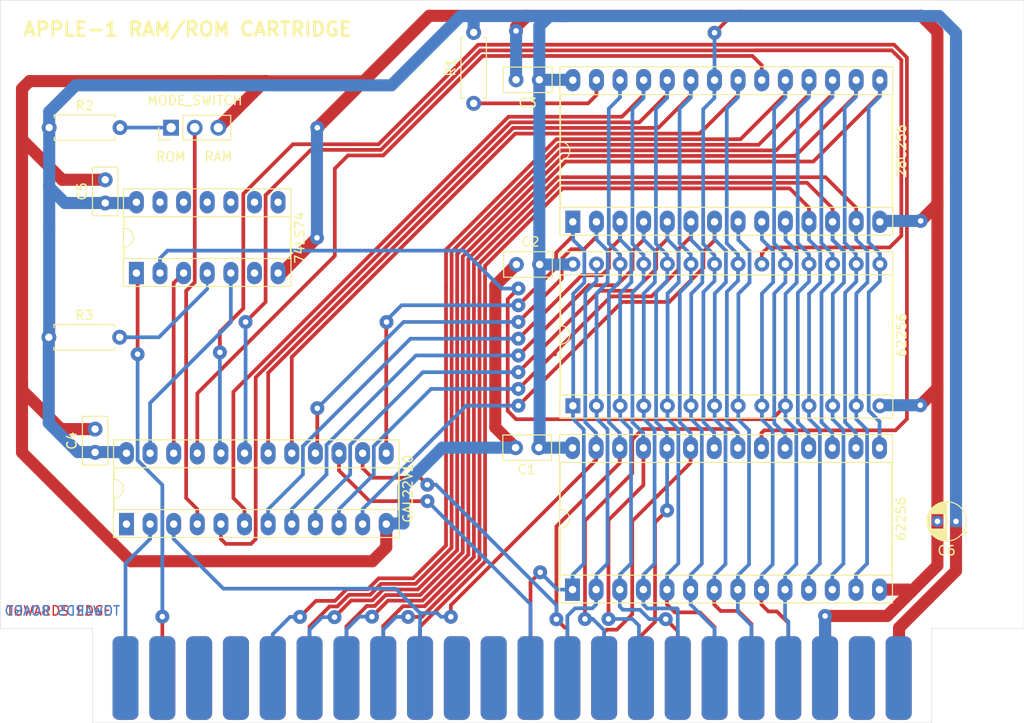
<source format=kicad_pcb>
(kicad_pcb (version 20171130) (host pcbnew "(5.1.5-0)")

  (general
    (thickness 1.6)
    (drawings 20)
    (tracks 837)
    (zones 0)
    (modules 16)
    (nets 55)
  )

  (page A4)
  (layers
    (0 F.Cu signal)
    (31 B.Cu signal)
    (32 B.Adhes user)
    (33 F.Adhes user)
    (34 B.Paste user)
    (35 F.Paste user)
    (36 B.SilkS user)
    (37 F.SilkS user)
    (38 B.Mask user)
    (39 F.Mask user)
    (40 Dwgs.User user)
    (41 Cmts.User user)
    (42 Eco1.User user)
    (43 Eco2.User user)
    (44 Edge.Cuts user)
    (45 Margin user)
    (46 B.CrtYd user)
    (47 F.CrtYd user)
    (48 B.Fab user)
    (49 F.Fab user)
  )

  (setup
    (last_trace_width 0.25)
    (user_trace_width 0.4)
    (user_trace_width 1.3)
    (trace_clearance 0.2)
    (zone_clearance 0.508)
    (zone_45_only yes)
    (trace_min 0.2)
    (via_size 0.8)
    (via_drill 0.4)
    (via_min_size 0.4)
    (via_min_drill 0.3)
    (user_via 0.8 0.4)
    (user_via 1.5 0.6)
    (uvia_size 0.3)
    (uvia_drill 0.1)
    (uvias_allowed no)
    (uvia_min_size 0.2)
    (uvia_min_drill 0.1)
    (edge_width 0.05)
    (segment_width 0.2)
    (pcb_text_width 0.3)
    (pcb_text_size 1.5 1.5)
    (mod_edge_width 0.12)
    (mod_text_size 1 1)
    (mod_text_width 0.15)
    (pad_size 1.524 1.524)
    (pad_drill 0.762)
    (pad_to_mask_clearance 0.051)
    (solder_mask_min_width 0.25)
    (aux_axis_origin 0 0)
    (visible_elements FFFFFF7F)
    (pcbplotparams
      (layerselection 0x010fc_ffffffff)
      (usegerberextensions false)
      (usegerberattributes false)
      (usegerberadvancedattributes false)
      (creategerberjobfile false)
      (excludeedgelayer true)
      (linewidth 0.100000)
      (plotframeref false)
      (viasonmask false)
      (mode 1)
      (useauxorigin false)
      (hpglpennumber 1)
      (hpglpenspeed 20)
      (hpglpendiameter 15.000000)
      (psnegative false)
      (psa4output false)
      (plotreference true)
      (plotvalue true)
      (plotinvisibletext false)
      (padsonsilk false)
      (subtractmaskfromsilk false)
      (outputformat 1)
      (mirror false)
      (drillshape 0)
      (scaleselection 1)
      (outputdirectory "/Users/piotrek/a1c/"))
  )

  (net 0 "")
  (net 1 GND)
  (net 2 +5V)
  (net 3 "Net-(BANK1-Pad6)")
  (net 4 BANK)
  (net 5 "Net-(BANK1-Pad4)")
  (net 6 FLIP_FLOP)
  (net 7 A0)
  (net 8 RES)
  (net 9 "Net-(CONNECTOR1-Pad21)")
  (net 10 A1)
  (net 11 A3)
  (net 12 A5)
  (net 13 A7)
  (net 14 A9)
  (net 15 A11)
  (net 16 A13)
  (net 17 A15)
  (net 18 "Net-(CONNECTOR1-Pad11)")
  (net 19 "Net-(CONNECTOR1-Pad10)")
  (net 20 D0)
  (net 21 D2)
  (net 22 D4)
  (net 23 D6)
  (net 24 "Net-(CONNECTOR1-Pad5)")
  (net 25 "Net-(CONNECTOR1-Pad4)")
  (net 26 "Net-(CONNECTOR1-Pad3)")
  (net 27 "Net-(CONNECTOR1-Pad1)")
  (net 28 PHI2)
  (net 29 "Net-(CONNECTOR1-PadB)")
  (net 30 "Net-(CONNECTOR1-PadC)")
  (net 31 "Net-(CONNECTOR1-PadD)")
  (net 32 D7)
  (net 33 D5)
  (net 34 D3)
  (net 35 D1)
  (net 36 RW)
  (net 37 "Net-(CONNECTOR1-PadL)")
  (net 38 "Net-(CONNECTOR1-PadM)")
  (net 39 A14)
  (net 40 A12)
  (net 41 A10)
  (net 42 A8)
  (net 43 A6)
  (net 44 A4)
  (net 45 A2)
  (net 46 +12V)
  (net 47 "Net-(CONNECTOR1-PadZ)")
  (net 48 ROM)
  (net 49 MODE)
  (net 50 "Net-(DECODER1-Pad1)")
  (net 51 "Net-(MODE_SWITCH1-Pad1)")
  (net 52 RAM1)
  (net 53 RAM2)
  (net 54 "Net-(R1-Pad2)")

  (net_class Default "This is the default net class."
    (clearance 0.2)
    (trace_width 0.25)
    (via_dia 0.8)
    (via_drill 0.4)
    (uvia_dia 0.3)
    (uvia_drill 0.1)
    (add_net +12V)
    (add_net +5V)
    (add_net A0)
    (add_net A1)
    (add_net A10)
    (add_net A11)
    (add_net A12)
    (add_net A13)
    (add_net A14)
    (add_net A15)
    (add_net A2)
    (add_net A3)
    (add_net A4)
    (add_net A5)
    (add_net A6)
    (add_net A7)
    (add_net A8)
    (add_net A9)
    (add_net BANK)
    (add_net D0)
    (add_net D1)
    (add_net D2)
    (add_net D3)
    (add_net D4)
    (add_net D5)
    (add_net D6)
    (add_net D7)
    (add_net FLIP_FLOP)
    (add_net GND)
    (add_net MODE)
    (add_net "Net-(BANK1-Pad4)")
    (add_net "Net-(BANK1-Pad6)")
    (add_net "Net-(CONNECTOR1-Pad1)")
    (add_net "Net-(CONNECTOR1-Pad10)")
    (add_net "Net-(CONNECTOR1-Pad11)")
    (add_net "Net-(CONNECTOR1-Pad21)")
    (add_net "Net-(CONNECTOR1-Pad3)")
    (add_net "Net-(CONNECTOR1-Pad4)")
    (add_net "Net-(CONNECTOR1-Pad5)")
    (add_net "Net-(CONNECTOR1-PadB)")
    (add_net "Net-(CONNECTOR1-PadC)")
    (add_net "Net-(CONNECTOR1-PadD)")
    (add_net "Net-(CONNECTOR1-PadL)")
    (add_net "Net-(CONNECTOR1-PadM)")
    (add_net "Net-(CONNECTOR1-PadZ)")
    (add_net "Net-(DECODER1-Pad1)")
    (add_net "Net-(MODE_SWITCH1-Pad1)")
    (add_net "Net-(R1-Pad2)")
    (add_net PHI2)
    (add_net RAM1)
    (add_net RAM2)
    (add_net RES)
    (add_net ROM)
    (add_net RW)
  )

  (module Package_DIP:DIP-28_W15.24mm_Socket_LongPads (layer F.Cu) (tedit 5A02E8C5) (tstamp 5FCAFB53)
    (at 154.30754 87.39226 90)
    (descr "28-lead though-hole mounted DIP package, row spacing 15.24 mm (600 mils), Socket, LongPads")
    (tags "THT DIP DIL PDIP 2.54mm 15.24mm 600mil Socket LongPads")
    (path /5F0CDB91)
    (fp_text reference ROM1 (at 7.62 -2.33 90) (layer F.SilkS) hide
      (effects (font (size 1 1) (thickness 0.15)))
    )
    (fp_text value 28C256 (at 7.62 35.35 90) (layer F.SilkS)
      (effects (font (size 1 1) (thickness 0.15)))
    )
    (fp_text user %R (at 7.62 16.51 90) (layer F.Fab) hide
      (effects (font (size 1 1) (thickness 0.15)))
    )
    (fp_line (start 16.8 -1.6) (end -1.55 -1.6) (layer F.CrtYd) (width 0.05))
    (fp_line (start 16.8 34.65) (end 16.8 -1.6) (layer F.CrtYd) (width 0.05))
    (fp_line (start -1.55 34.65) (end 16.8 34.65) (layer F.CrtYd) (width 0.05))
    (fp_line (start -1.55 -1.6) (end -1.55 34.65) (layer F.CrtYd) (width 0.05))
    (fp_line (start 16.68 -1.39) (end -1.44 -1.39) (layer F.SilkS) (width 0.12))
    (fp_line (start 16.68 34.41) (end 16.68 -1.39) (layer F.SilkS) (width 0.12))
    (fp_line (start -1.44 34.41) (end 16.68 34.41) (layer F.SilkS) (width 0.12))
    (fp_line (start -1.44 -1.39) (end -1.44 34.41) (layer F.SilkS) (width 0.12))
    (fp_line (start 13.68 -1.33) (end 8.62 -1.33) (layer F.SilkS) (width 0.12))
    (fp_line (start 13.68 34.35) (end 13.68 -1.33) (layer F.SilkS) (width 0.12))
    (fp_line (start 1.56 34.35) (end 13.68 34.35) (layer F.SilkS) (width 0.12))
    (fp_line (start 1.56 -1.33) (end 1.56 34.35) (layer F.SilkS) (width 0.12))
    (fp_line (start 6.62 -1.33) (end 1.56 -1.33) (layer F.SilkS) (width 0.12))
    (fp_line (start 16.51 -1.33) (end -1.27 -1.33) (layer F.Fab) (width 0.1))
    (fp_line (start 16.51 34.35) (end 16.51 -1.33) (layer F.Fab) (width 0.1))
    (fp_line (start -1.27 34.35) (end 16.51 34.35) (layer F.Fab) (width 0.1))
    (fp_line (start -1.27 -1.33) (end -1.27 34.35) (layer F.Fab) (width 0.1))
    (fp_line (start 0.255 -0.27) (end 1.255 -1.27) (layer F.Fab) (width 0.1))
    (fp_line (start 0.255 34.29) (end 0.255 -0.27) (layer F.Fab) (width 0.1))
    (fp_line (start 14.985 34.29) (end 0.255 34.29) (layer F.Fab) (width 0.1))
    (fp_line (start 14.985 -1.27) (end 14.985 34.29) (layer F.Fab) (width 0.1))
    (fp_line (start 1.255 -1.27) (end 14.985 -1.27) (layer F.Fab) (width 0.1))
    (fp_arc (start 7.62 -1.33) (end 6.62 -1.33) (angle -180) (layer F.SilkS) (width 0.12))
    (pad 28 thru_hole oval (at 15.24 0 90) (size 2.4 1.6) (drill 0.8) (layers *.Cu *.Mask)
      (net 2 +5V))
    (pad 14 thru_hole oval (at 0 33.02 90) (size 2.4 1.6) (drill 0.8) (layers *.Cu *.Mask)
      (net 1 GND))
    (pad 27 thru_hole oval (at 15.24 2.54 90) (size 2.4 1.6) (drill 0.8) (layers *.Cu *.Mask)
      (net 54 "Net-(R1-Pad2)"))
    (pad 13 thru_hole oval (at 0 30.48 90) (size 2.4 1.6) (drill 0.8) (layers *.Cu *.Mask)
      (net 21 D2))
    (pad 26 thru_hole oval (at 15.24 5.08 90) (size 2.4 1.6) (drill 0.8) (layers *.Cu *.Mask)
      (net 16 A13))
    (pad 12 thru_hole oval (at 0 27.94 90) (size 2.4 1.6) (drill 0.8) (layers *.Cu *.Mask)
      (net 35 D1))
    (pad 25 thru_hole oval (at 15.24 7.62 90) (size 2.4 1.6) (drill 0.8) (layers *.Cu *.Mask)
      (net 42 A8))
    (pad 11 thru_hole oval (at 0 25.4 90) (size 2.4 1.6) (drill 0.8) (layers *.Cu *.Mask)
      (net 20 D0))
    (pad 24 thru_hole oval (at 15.24 10.16 90) (size 2.4 1.6) (drill 0.8) (layers *.Cu *.Mask)
      (net 14 A9))
    (pad 10 thru_hole oval (at 0 22.86 90) (size 2.4 1.6) (drill 0.8) (layers *.Cu *.Mask)
      (net 7 A0))
    (pad 23 thru_hole oval (at 15.24 12.7 90) (size 2.4 1.6) (drill 0.8) (layers *.Cu *.Mask)
      (net 15 A11))
    (pad 9 thru_hole oval (at 0 20.32 90) (size 2.4 1.6) (drill 0.8) (layers *.Cu *.Mask)
      (net 10 A1))
    (pad 22 thru_hole oval (at 15.24 15.24 90) (size 2.4 1.6) (drill 0.8) (layers *.Cu *.Mask)
      (net 1 GND))
    (pad 8 thru_hole oval (at 0 17.78 90) (size 2.4 1.6) (drill 0.8) (layers *.Cu *.Mask)
      (net 45 A2))
    (pad 21 thru_hole oval (at 15.24 17.78 90) (size 2.4 1.6) (drill 0.8) (layers *.Cu *.Mask)
      (net 41 A10))
    (pad 7 thru_hole oval (at 0 15.24 90) (size 2.4 1.6) (drill 0.8) (layers *.Cu *.Mask)
      (net 11 A3))
    (pad 20 thru_hole oval (at 15.24 20.32 90) (size 2.4 1.6) (drill 0.8) (layers *.Cu *.Mask)
      (net 48 ROM))
    (pad 6 thru_hole oval (at 0 12.7 90) (size 2.4 1.6) (drill 0.8) (layers *.Cu *.Mask)
      (net 44 A4))
    (pad 19 thru_hole oval (at 15.24 22.86 90) (size 2.4 1.6) (drill 0.8) (layers *.Cu *.Mask)
      (net 32 D7))
    (pad 5 thru_hole oval (at 0 10.16 90) (size 2.4 1.6) (drill 0.8) (layers *.Cu *.Mask)
      (net 12 A5))
    (pad 18 thru_hole oval (at 15.24 25.4 90) (size 2.4 1.6) (drill 0.8) (layers *.Cu *.Mask)
      (net 23 D6))
    (pad 4 thru_hole oval (at 0 7.62 90) (size 2.4 1.6) (drill 0.8) (layers *.Cu *.Mask)
      (net 43 A6))
    (pad 17 thru_hole oval (at 15.24 27.94 90) (size 2.4 1.6) (drill 0.8) (layers *.Cu *.Mask)
      (net 33 D5))
    (pad 3 thru_hole oval (at 0 5.08 90) (size 2.4 1.6) (drill 0.8) (layers *.Cu *.Mask)
      (net 13 A7))
    (pad 16 thru_hole oval (at 15.24 30.48 90) (size 2.4 1.6) (drill 0.8) (layers *.Cu *.Mask)
      (net 22 D4))
    (pad 2 thru_hole oval (at 0 2.54 90) (size 2.4 1.6) (drill 0.8) (layers *.Cu *.Mask)
      (net 40 A12))
    (pad 15 thru_hole oval (at 15.24 33.02 90) (size 2.4 1.6) (drill 0.8) (layers *.Cu *.Mask)
      (net 34 D3))
    (pad 1 thru_hole rect (at 0 0 90) (size 2.4 1.6) (drill 0.8) (layers *.Cu *.Mask)
      (net 17 A15))
    (model ${KISYS3DMOD}/Package_DIP.3dshapes/DIP-28_W15.24mm_Socket.wrl
      (at (xyz 0 0 0))
      (scale (xyz 1 1 1))
      (rotate (xyz 0 0 0))
    )
  )

  (module Package_DIP:DIP-28_W15.24mm_Socket (layer F.Cu) (tedit 5A02E8C5) (tstamp 5FCAF81F)
    (at 154.31516 107.17378 90)
    (descr "28-lead though-hole mounted DIP package, row spacing 15.24 mm (600 mils), Socket")
    (tags "THT DIP DIL PDIP 2.54mm 15.24mm 600mil Socket")
    (path /5FB88FB3)
    (fp_text reference RAM2 (at 7.62 -2.33 270) (layer B.SilkS) hide
      (effects (font (size 1 1) (thickness 0.15)) (justify mirror))
    )
    (fp_text value 62256 (at 7.62 35.35 270) (layer F.SilkS)
      (effects (font (size 1 1) (thickness 0.15)))
    )
    (fp_line (start 16.8 -1.6) (end -1.55 -1.6) (layer F.CrtYd) (width 0.05))
    (fp_line (start 16.8 34.65) (end 16.8 -1.6) (layer F.CrtYd) (width 0.05))
    (fp_line (start -1.55 34.65) (end 16.8 34.65) (layer F.CrtYd) (width 0.05))
    (fp_line (start -1.55 -1.6) (end -1.55 34.65) (layer F.CrtYd) (width 0.05))
    (fp_line (start 16.57 -1.39) (end -1.33 -1.39) (layer F.SilkS) (width 0.12))
    (fp_line (start 16.57 34.41) (end 16.57 -1.39) (layer F.SilkS) (width 0.12))
    (fp_line (start -1.33 34.41) (end 16.57 34.41) (layer F.SilkS) (width 0.12))
    (fp_line (start -1.33 -1.39) (end -1.33 34.41) (layer F.SilkS) (width 0.12))
    (fp_line (start 14.08 -1.33) (end 8.62 -1.33) (layer F.SilkS) (width 0.12))
    (fp_line (start 14.08 34.35) (end 14.08 -1.33) (layer F.SilkS) (width 0.12))
    (fp_line (start 1.16 34.35) (end 14.08 34.35) (layer F.SilkS) (width 0.12))
    (fp_line (start 1.16 -1.33) (end 1.16 34.35) (layer F.SilkS) (width 0.12))
    (fp_line (start 6.62 -1.33) (end 1.16 -1.33) (layer F.SilkS) (width 0.12))
    (fp_line (start 16.51 -1.33) (end -1.27 -1.33) (layer F.Fab) (width 0.1))
    (fp_line (start 16.51 34.35) (end 16.51 -1.33) (layer F.Fab) (width 0.1))
    (fp_line (start -1.27 34.35) (end 16.51 34.35) (layer F.Fab) (width 0.1))
    (fp_line (start -1.27 -1.33) (end -1.27 34.35) (layer F.Fab) (width 0.1))
    (fp_line (start 0.255 -0.27) (end 1.255 -1.27) (layer F.Fab) (width 0.1))
    (fp_line (start 0.255 34.29) (end 0.255 -0.27) (layer F.Fab) (width 0.1))
    (fp_line (start 14.985 34.29) (end 0.255 34.29) (layer F.Fab) (width 0.1))
    (fp_line (start 14.985 -1.27) (end 14.985 34.29) (layer F.Fab) (width 0.1))
    (fp_line (start 1.255 -1.27) (end 14.985 -1.27) (layer F.Fab) (width 0.1))
    (fp_arc (start 7.62 -1.33) (end 6.62 -1.33) (angle -180) (layer F.SilkS) (width 0.12))
    (pad 28 thru_hole oval (at 15.24 0 90) (size 1.6 1.6) (drill 0.8) (layers *.Cu *.Mask)
      (net 2 +5V))
    (pad 14 thru_hole oval (at 0 33.02 90) (size 1.6 1.6) (drill 0.8) (layers *.Cu *.Mask)
      (net 1 GND))
    (pad 27 thru_hole oval (at 15.24 2.54 90) (size 1.6 1.6) (drill 0.8) (layers *.Cu *.Mask)
      (net 36 RW))
    (pad 13 thru_hole oval (at 0 30.48 90) (size 1.6 1.6) (drill 0.8) (layers *.Cu *.Mask)
      (net 21 D2))
    (pad 26 thru_hole oval (at 15.24 5.08 90) (size 1.6 1.6) (drill 0.8) (layers *.Cu *.Mask)
      (net 16 A13))
    (pad 12 thru_hole oval (at 0 27.94 90) (size 1.6 1.6) (drill 0.8) (layers *.Cu *.Mask)
      (net 35 D1))
    (pad 25 thru_hole oval (at 15.24 7.62 90) (size 1.6 1.6) (drill 0.8) (layers *.Cu *.Mask)
      (net 42 A8))
    (pad 11 thru_hole oval (at 0 25.4 90) (size 1.6 1.6) (drill 0.8) (layers *.Cu *.Mask)
      (net 20 D0))
    (pad 24 thru_hole oval (at 15.24 10.16 90) (size 1.6 1.6) (drill 0.8) (layers *.Cu *.Mask)
      (net 14 A9))
    (pad 10 thru_hole oval (at 0 22.86 90) (size 1.6 1.6) (drill 0.8) (layers *.Cu *.Mask)
      (net 7 A0))
    (pad 23 thru_hole oval (at 15.24 12.7 90) (size 1.6 1.6) (drill 0.8) (layers *.Cu *.Mask)
      (net 15 A11))
    (pad 9 thru_hole oval (at 0 20.32 90) (size 1.6 1.6) (drill 0.8) (layers *.Cu *.Mask)
      (net 10 A1))
    (pad 22 thru_hole oval (at 15.24 15.24 90) (size 1.6 1.6) (drill 0.8) (layers *.Cu *.Mask)
      (net 1 GND))
    (pad 8 thru_hole oval (at 0 17.78 90) (size 1.6 1.6) (drill 0.8) (layers *.Cu *.Mask)
      (net 45 A2))
    (pad 21 thru_hole oval (at 15.24 17.78 90) (size 1.6 1.6) (drill 0.8) (layers *.Cu *.Mask)
      (net 41 A10))
    (pad 7 thru_hole oval (at 0 15.24 90) (size 1.6 1.6) (drill 0.8) (layers *.Cu *.Mask)
      (net 11 A3))
    (pad 20 thru_hole oval (at 15.24 20.32 90) (size 1.6 1.6) (drill 0.8) (layers *.Cu *.Mask)
      (net 53 RAM2))
    (pad 6 thru_hole oval (at 0 12.7 90) (size 1.6 1.6) (drill 0.8) (layers *.Cu *.Mask)
      (net 44 A4))
    (pad 19 thru_hole oval (at 15.24 22.86 90) (size 1.6 1.6) (drill 0.8) (layers *.Cu *.Mask)
      (net 32 D7))
    (pad 5 thru_hole oval (at 0 10.16 90) (size 1.6 1.6) (drill 0.8) (layers *.Cu *.Mask)
      (net 12 A5))
    (pad 18 thru_hole oval (at 15.24 25.4 90) (size 1.6 1.6) (drill 0.8) (layers *.Cu *.Mask)
      (net 23 D6))
    (pad 4 thru_hole oval (at 0 7.62 90) (size 1.6 1.6) (drill 0.8) (layers *.Cu *.Mask)
      (net 43 A6))
    (pad 17 thru_hole oval (at 15.24 27.94 90) (size 1.6 1.6) (drill 0.8) (layers *.Cu *.Mask)
      (net 33 D5))
    (pad 3 thru_hole oval (at 0 5.08 90) (size 1.6 1.6) (drill 0.8) (layers *.Cu *.Mask)
      (net 13 A7))
    (pad 16 thru_hole oval (at 15.24 30.48 90) (size 1.6 1.6) (drill 0.8) (layers *.Cu *.Mask)
      (net 22 D4))
    (pad 2 thru_hole oval (at 0 2.54 90) (size 1.6 1.6) (drill 0.8) (layers *.Cu *.Mask)
      (net 40 A12))
    (pad 15 thru_hole oval (at 15.24 33.02 90) (size 1.6 1.6) (drill 0.8) (layers *.Cu *.Mask)
      (net 34 D3))
    (pad 1 thru_hole rect (at 0 0 90) (size 1.6 1.6) (drill 0.8) (layers *.Cu *.Mask)
      (net 17 A15))
    (model ${KISYS3DMOD}/Package_DIP.3dshapes/DIP-28_W15.24mm_Socket.wrl
      (at (xyz 0 0 0))
      (scale (xyz 1 1 1))
      (rotate (xyz 0 0 0))
    )
  )

  (module Capacitor_THT:C_Disc_D5.0mm_W2.5mm_P2.50mm (layer F.Cu) (tedit 5AE50EF0) (tstamp 601F405C)
    (at 150.73884 91.97848 180)
    (descr "C, Disc series, Radial, pin pitch=2.50mm, , diameter*width=5*2.5mm^2, Capacitor, http://cdn-reichelt.de/documents/datenblatt/B300/DS_KERKO_TC.pdf")
    (tags "C Disc series Radial pin pitch 2.50mm  diameter 5mm width 2.5mm Capacitor")
    (path /601FA3B6)
    (fp_text reference C2 (at 0.98806 2.43078) (layer F.SilkS)
      (effects (font (size 1 1) (thickness 0.15)))
    )
    (fp_text value 0.1uF (at 1.25 2.5) (layer F.Fab) hide
      (effects (font (size 1 1) (thickness 0.15)))
    )
    (fp_text user %R (at 1.25 0) (layer F.Fab) hide
      (effects (font (size 1 1) (thickness 0.15)))
    )
    (fp_line (start 4 -1.5) (end -1.5 -1.5) (layer F.CrtYd) (width 0.05))
    (fp_line (start 4 1.5) (end 4 -1.5) (layer F.CrtYd) (width 0.05))
    (fp_line (start -1.5 1.5) (end 4 1.5) (layer F.CrtYd) (width 0.05))
    (fp_line (start -1.5 -1.5) (end -1.5 1.5) (layer F.CrtYd) (width 0.05))
    (fp_line (start 3.87 -1.37) (end 3.87 1.37) (layer F.SilkS) (width 0.12))
    (fp_line (start -1.37 -1.37) (end -1.37 1.37) (layer F.SilkS) (width 0.12))
    (fp_line (start -1.37 1.37) (end 3.87 1.37) (layer F.SilkS) (width 0.12))
    (fp_line (start -1.37 -1.37) (end 3.87 -1.37) (layer F.SilkS) (width 0.12))
    (fp_line (start 3.75 -1.25) (end -1.25 -1.25) (layer F.Fab) (width 0.1))
    (fp_line (start 3.75 1.25) (end 3.75 -1.25) (layer F.Fab) (width 0.1))
    (fp_line (start -1.25 1.25) (end 3.75 1.25) (layer F.Fab) (width 0.1))
    (fp_line (start -1.25 -1.25) (end -1.25 1.25) (layer F.Fab) (width 0.1))
    (pad 2 thru_hole circle (at 2.5 0 180) (size 1.6 1.6) (drill 0.8) (layers *.Cu *.Mask)
      (net 1 GND))
    (pad 1 thru_hole circle (at 0 0 180) (size 1.6 1.6) (drill 0.8) (layers *.Cu *.Mask)
      (net 2 +5V))
    (model ${KISYS3DMOD}/Capacitor_THT.3dshapes/C_Disc_D5.0mm_W2.5mm_P2.50mm.wrl
      (at (xyz 0 0 0))
      (scale (xyz 1 1 1))
      (rotate (xyz 0 0 0))
    )
  )

  (module Package_DIP:DIP-28_W15.24mm_Socket_LongPads (layer F.Cu) (tedit 5A02E8C5) (tstamp 5F2EC92C)
    (at 154.27706 126.94768 90)
    (descr "28-lead though-hole mounted DIP package, row spacing 15.24 mm (600 mils), Socket, LongPads")
    (tags "THT DIP DIL PDIP 2.54mm 15.24mm 600mil Socket LongPads")
    (path /5F0CF4BD)
    (fp_text reference RAM1 (at 7.62 -2.33 90) (layer F.SilkS) hide
      (effects (font (size 1 1) (thickness 0.15)))
    )
    (fp_text value 62256 (at 7.62 35.35 90) (layer F.SilkS)
      (effects (font (size 1 1) (thickness 0.15)))
    )
    (fp_text user %R (at 7.62 16.51 90) (layer F.Fab) hide
      (effects (font (size 1 1) (thickness 0.15)))
    )
    (fp_line (start 16.8 -1.6) (end -1.55 -1.6) (layer F.CrtYd) (width 0.05))
    (fp_line (start 16.8 34.65) (end 16.8 -1.6) (layer F.CrtYd) (width 0.05))
    (fp_line (start -1.55 34.65) (end 16.8 34.65) (layer F.CrtYd) (width 0.05))
    (fp_line (start -1.55 -1.6) (end -1.55 34.65) (layer F.CrtYd) (width 0.05))
    (fp_line (start 16.68 -1.39) (end -1.44 -1.39) (layer F.SilkS) (width 0.12))
    (fp_line (start 16.68 34.41) (end 16.68 -1.39) (layer F.SilkS) (width 0.12))
    (fp_line (start -1.44 34.41) (end 16.68 34.41) (layer F.SilkS) (width 0.12))
    (fp_line (start -1.44 -1.39) (end -1.44 34.41) (layer F.SilkS) (width 0.12))
    (fp_line (start 13.68 -1.33) (end 8.62 -1.33) (layer F.SilkS) (width 0.12))
    (fp_line (start 13.68 34.35) (end 13.68 -1.33) (layer F.SilkS) (width 0.12))
    (fp_line (start 1.56 34.35) (end 13.68 34.35) (layer F.SilkS) (width 0.12))
    (fp_line (start 1.56 -1.33) (end 1.56 34.35) (layer F.SilkS) (width 0.12))
    (fp_line (start 6.62 -1.33) (end 1.56 -1.33) (layer F.SilkS) (width 0.12))
    (fp_line (start 16.51 -1.33) (end -1.27 -1.33) (layer F.Fab) (width 0.1))
    (fp_line (start 16.51 34.35) (end 16.51 -1.33) (layer F.Fab) (width 0.1))
    (fp_line (start -1.27 34.35) (end 16.51 34.35) (layer F.Fab) (width 0.1))
    (fp_line (start -1.27 -1.33) (end -1.27 34.35) (layer F.Fab) (width 0.1))
    (fp_line (start 0.255 -0.27) (end 1.255 -1.27) (layer F.Fab) (width 0.1))
    (fp_line (start 0.255 34.29) (end 0.255 -0.27) (layer F.Fab) (width 0.1))
    (fp_line (start 14.985 34.29) (end 0.255 34.29) (layer F.Fab) (width 0.1))
    (fp_line (start 14.985 -1.27) (end 14.985 34.29) (layer F.Fab) (width 0.1))
    (fp_line (start 1.255 -1.27) (end 14.985 -1.27) (layer F.Fab) (width 0.1))
    (fp_arc (start 7.62 -1.33) (end 6.62 -1.33) (angle -180) (layer F.SilkS) (width 0.12))
    (pad 28 thru_hole oval (at 15.24 0 90) (size 2.4 1.6) (drill 0.8) (layers *.Cu *.Mask)
      (net 2 +5V))
    (pad 14 thru_hole oval (at 0 33.02 90) (size 2.4 1.6) (drill 0.8) (layers *.Cu *.Mask)
      (net 1 GND))
    (pad 27 thru_hole oval (at 15.24 2.54 90) (size 2.4 1.6) (drill 0.8) (layers *.Cu *.Mask)
      (net 36 RW))
    (pad 13 thru_hole oval (at 0 30.48 90) (size 2.4 1.6) (drill 0.8) (layers *.Cu *.Mask)
      (net 21 D2))
    (pad 26 thru_hole oval (at 15.24 5.08 90) (size 2.4 1.6) (drill 0.8) (layers *.Cu *.Mask)
      (net 16 A13))
    (pad 12 thru_hole oval (at 0 27.94 90) (size 2.4 1.6) (drill 0.8) (layers *.Cu *.Mask)
      (net 35 D1))
    (pad 25 thru_hole oval (at 15.24 7.62 90) (size 2.4 1.6) (drill 0.8) (layers *.Cu *.Mask)
      (net 42 A8))
    (pad 11 thru_hole oval (at 0 25.4 90) (size 2.4 1.6) (drill 0.8) (layers *.Cu *.Mask)
      (net 20 D0))
    (pad 24 thru_hole oval (at 15.24 10.16 90) (size 2.4 1.6) (drill 0.8) (layers *.Cu *.Mask)
      (net 14 A9))
    (pad 10 thru_hole oval (at 0 22.86 90) (size 2.4 1.6) (drill 0.8) (layers *.Cu *.Mask)
      (net 7 A0))
    (pad 23 thru_hole oval (at 15.24 12.7 90) (size 2.4 1.6) (drill 0.8) (layers *.Cu *.Mask)
      (net 15 A11))
    (pad 9 thru_hole oval (at 0 20.32 90) (size 2.4 1.6) (drill 0.8) (layers *.Cu *.Mask)
      (net 10 A1))
    (pad 22 thru_hole oval (at 15.24 15.24 90) (size 2.4 1.6) (drill 0.8) (layers *.Cu *.Mask)
      (net 1 GND))
    (pad 8 thru_hole oval (at 0 17.78 90) (size 2.4 1.6) (drill 0.8) (layers *.Cu *.Mask)
      (net 45 A2))
    (pad 21 thru_hole oval (at 15.24 17.78 90) (size 2.4 1.6) (drill 0.8) (layers *.Cu *.Mask)
      (net 41 A10))
    (pad 7 thru_hole oval (at 0 15.24 90) (size 2.4 1.6) (drill 0.8) (layers *.Cu *.Mask)
      (net 11 A3))
    (pad 20 thru_hole oval (at 15.24 20.32 90) (size 2.4 1.6) (drill 0.8) (layers *.Cu *.Mask)
      (net 52 RAM1))
    (pad 6 thru_hole oval (at 0 12.7 90) (size 2.4 1.6) (drill 0.8) (layers *.Cu *.Mask)
      (net 44 A4))
    (pad 19 thru_hole oval (at 15.24 22.86 90) (size 2.4 1.6) (drill 0.8) (layers *.Cu *.Mask)
      (net 32 D7))
    (pad 5 thru_hole oval (at 0 10.16 90) (size 2.4 1.6) (drill 0.8) (layers *.Cu *.Mask)
      (net 12 A5))
    (pad 18 thru_hole oval (at 15.24 25.4 90) (size 2.4 1.6) (drill 0.8) (layers *.Cu *.Mask)
      (net 23 D6))
    (pad 4 thru_hole oval (at 0 7.62 90) (size 2.4 1.6) (drill 0.8) (layers *.Cu *.Mask)
      (net 43 A6))
    (pad 17 thru_hole oval (at 15.24 27.94 90) (size 2.4 1.6) (drill 0.8) (layers *.Cu *.Mask)
      (net 33 D5))
    (pad 3 thru_hole oval (at 0 5.08 90) (size 2.4 1.6) (drill 0.8) (layers *.Cu *.Mask)
      (net 13 A7))
    (pad 16 thru_hole oval (at 15.24 30.48 90) (size 2.4 1.6) (drill 0.8) (layers *.Cu *.Mask)
      (net 22 D4))
    (pad 2 thru_hole oval (at 0 2.54 90) (size 2.4 1.6) (drill 0.8) (layers *.Cu *.Mask)
      (net 40 A12))
    (pad 15 thru_hole oval (at 15.24 33.02 90) (size 2.4 1.6) (drill 0.8) (layers *.Cu *.Mask)
      (net 34 D3))
    (pad 1 thru_hole rect (at 0 0 90) (size 2.4 1.6) (drill 0.8) (layers *.Cu *.Mask)
      (net 17 A15))
    (model ${KISYS3DMOD}/Package_DIP.3dshapes/DIP-28_W15.24mm_Socket.wrl
      (at (xyz 0 0 0))
      (scale (xyz 1 1 1))
      (rotate (xyz 0 0 0))
    )
  )

  (module Capacitor_THT:C_Disc_D5.0mm_W2.5mm_P2.50mm (layer F.Cu) (tedit 5AE50EF0) (tstamp 5FDB404C)
    (at 150.70582 72.11822 180)
    (descr "C, Disc series, Radial, pin pitch=2.50mm, , diameter*width=5*2.5mm^2, Capacitor, http://cdn-reichelt.de/documents/datenblatt/B300/DS_KERKO_TC.pdf")
    (tags "C Disc series Radial pin pitch 2.50mm  diameter 5mm width 2.5mm Capacitor")
    (path /5FDEE950)
    (fp_text reference C3 (at 1.25 -2.5) (layer F.SilkS)
      (effects (font (size 1 1) (thickness 0.15)))
    )
    (fp_text value 0.1uF (at 1.25 2.5) (layer F.Fab) hide
      (effects (font (size 1 1) (thickness 0.15)))
    )
    (fp_text user %R (at 1.25 0) (layer F.Fab) hide
      (effects (font (size 1 1) (thickness 0.15)))
    )
    (fp_line (start 4 -1.5) (end -1.5 -1.5) (layer F.CrtYd) (width 0.05))
    (fp_line (start 4 1.5) (end 4 -1.5) (layer F.CrtYd) (width 0.05))
    (fp_line (start -1.5 1.5) (end 4 1.5) (layer F.CrtYd) (width 0.05))
    (fp_line (start -1.5 -1.5) (end -1.5 1.5) (layer F.CrtYd) (width 0.05))
    (fp_line (start 3.87 -1.37) (end 3.87 1.37) (layer F.SilkS) (width 0.12))
    (fp_line (start -1.37 -1.37) (end -1.37 1.37) (layer F.SilkS) (width 0.12))
    (fp_line (start -1.37 1.37) (end 3.87 1.37) (layer F.SilkS) (width 0.12))
    (fp_line (start -1.37 -1.37) (end 3.87 -1.37) (layer F.SilkS) (width 0.12))
    (fp_line (start 3.75 -1.25) (end -1.25 -1.25) (layer F.Fab) (width 0.1))
    (fp_line (start 3.75 1.25) (end 3.75 -1.25) (layer F.Fab) (width 0.1))
    (fp_line (start -1.25 1.25) (end 3.75 1.25) (layer F.Fab) (width 0.1))
    (fp_line (start -1.25 -1.25) (end -1.25 1.25) (layer F.Fab) (width 0.1))
    (pad 2 thru_hole circle (at 2.5 0 180) (size 1.6 1.6) (drill 0.8) (layers *.Cu *.Mask)
      (net 1 GND))
    (pad 1 thru_hole circle (at 0 0 180) (size 1.6 1.6) (drill 0.8) (layers *.Cu *.Mask)
      (net 2 +5V))
    (model ${KISYS3DMOD}/Capacitor_THT.3dshapes/C_Disc_D5.0mm_W2.5mm_P2.50mm.wrl
      (at (xyz 0 0 0))
      (scale (xyz 1 1 1))
      (rotate (xyz 0 0 0))
    )
  )

  (module Capacitor_THT:CP_Radial_D4.0mm_P2.00mm (layer F.Cu) (tedit 5AE50EF0) (tstamp 5FD8B863)
    (at 195.52158 119.6086 180)
    (descr "CP, Radial series, Radial, pin pitch=2.00mm, , diameter=4mm, Electrolytic Capacitor")
    (tags "CP Radial series Radial pin pitch 2.00mm  diameter 4mm Electrolytic Capacitor")
    (path /5FDCDD2C)
    (fp_text reference C6 (at 1.01092 -3.14452) (layer F.SilkS)
      (effects (font (size 1 1) (thickness 0.15)))
    )
    (fp_text value 22uF (at 1 3.25) (layer F.Fab) hide
      (effects (font (size 1 1) (thickness 0.15)))
    )
    (fp_text user %R (at 1 0) (layer F.Fab) hide
      (effects (font (size 0.8 0.8) (thickness 0.12)))
    )
    (fp_line (start -1.069801 -1.395) (end -1.069801 -0.995) (layer F.SilkS) (width 0.12))
    (fp_line (start -1.269801 -1.195) (end -0.869801 -1.195) (layer F.SilkS) (width 0.12))
    (fp_line (start 3.081 -0.37) (end 3.081 0.37) (layer F.SilkS) (width 0.12))
    (fp_line (start 3.041 -0.537) (end 3.041 0.537) (layer F.SilkS) (width 0.12))
    (fp_line (start 3.001 -0.664) (end 3.001 0.664) (layer F.SilkS) (width 0.12))
    (fp_line (start 2.961 -0.768) (end 2.961 0.768) (layer F.SilkS) (width 0.12))
    (fp_line (start 2.921 -0.859) (end 2.921 0.859) (layer F.SilkS) (width 0.12))
    (fp_line (start 2.881 -0.94) (end 2.881 0.94) (layer F.SilkS) (width 0.12))
    (fp_line (start 2.841 -1.013) (end 2.841 1.013) (layer F.SilkS) (width 0.12))
    (fp_line (start 2.801 0.84) (end 2.801 1.08) (layer F.SilkS) (width 0.12))
    (fp_line (start 2.801 -1.08) (end 2.801 -0.84) (layer F.SilkS) (width 0.12))
    (fp_line (start 2.761 0.84) (end 2.761 1.142) (layer F.SilkS) (width 0.12))
    (fp_line (start 2.761 -1.142) (end 2.761 -0.84) (layer F.SilkS) (width 0.12))
    (fp_line (start 2.721 0.84) (end 2.721 1.2) (layer F.SilkS) (width 0.12))
    (fp_line (start 2.721 -1.2) (end 2.721 -0.84) (layer F.SilkS) (width 0.12))
    (fp_line (start 2.681 0.84) (end 2.681 1.254) (layer F.SilkS) (width 0.12))
    (fp_line (start 2.681 -1.254) (end 2.681 -0.84) (layer F.SilkS) (width 0.12))
    (fp_line (start 2.641 0.84) (end 2.641 1.304) (layer F.SilkS) (width 0.12))
    (fp_line (start 2.641 -1.304) (end 2.641 -0.84) (layer F.SilkS) (width 0.12))
    (fp_line (start 2.601 0.84) (end 2.601 1.351) (layer F.SilkS) (width 0.12))
    (fp_line (start 2.601 -1.351) (end 2.601 -0.84) (layer F.SilkS) (width 0.12))
    (fp_line (start 2.561 0.84) (end 2.561 1.396) (layer F.SilkS) (width 0.12))
    (fp_line (start 2.561 -1.396) (end 2.561 -0.84) (layer F.SilkS) (width 0.12))
    (fp_line (start 2.521 0.84) (end 2.521 1.438) (layer F.SilkS) (width 0.12))
    (fp_line (start 2.521 -1.438) (end 2.521 -0.84) (layer F.SilkS) (width 0.12))
    (fp_line (start 2.481 0.84) (end 2.481 1.478) (layer F.SilkS) (width 0.12))
    (fp_line (start 2.481 -1.478) (end 2.481 -0.84) (layer F.SilkS) (width 0.12))
    (fp_line (start 2.441 0.84) (end 2.441 1.516) (layer F.SilkS) (width 0.12))
    (fp_line (start 2.441 -1.516) (end 2.441 -0.84) (layer F.SilkS) (width 0.12))
    (fp_line (start 2.401 0.84) (end 2.401 1.552) (layer F.SilkS) (width 0.12))
    (fp_line (start 2.401 -1.552) (end 2.401 -0.84) (layer F.SilkS) (width 0.12))
    (fp_line (start 2.361 0.84) (end 2.361 1.587) (layer F.SilkS) (width 0.12))
    (fp_line (start 2.361 -1.587) (end 2.361 -0.84) (layer F.SilkS) (width 0.12))
    (fp_line (start 2.321 0.84) (end 2.321 1.619) (layer F.SilkS) (width 0.12))
    (fp_line (start 2.321 -1.619) (end 2.321 -0.84) (layer F.SilkS) (width 0.12))
    (fp_line (start 2.281 0.84) (end 2.281 1.65) (layer F.SilkS) (width 0.12))
    (fp_line (start 2.281 -1.65) (end 2.281 -0.84) (layer F.SilkS) (width 0.12))
    (fp_line (start 2.241 0.84) (end 2.241 1.68) (layer F.SilkS) (width 0.12))
    (fp_line (start 2.241 -1.68) (end 2.241 -0.84) (layer F.SilkS) (width 0.12))
    (fp_line (start 2.201 0.84) (end 2.201 1.708) (layer F.SilkS) (width 0.12))
    (fp_line (start 2.201 -1.708) (end 2.201 -0.84) (layer F.SilkS) (width 0.12))
    (fp_line (start 2.161 0.84) (end 2.161 1.735) (layer F.SilkS) (width 0.12))
    (fp_line (start 2.161 -1.735) (end 2.161 -0.84) (layer F.SilkS) (width 0.12))
    (fp_line (start 2.121 0.84) (end 2.121 1.76) (layer F.SilkS) (width 0.12))
    (fp_line (start 2.121 -1.76) (end 2.121 -0.84) (layer F.SilkS) (width 0.12))
    (fp_line (start 2.081 0.84) (end 2.081 1.785) (layer F.SilkS) (width 0.12))
    (fp_line (start 2.081 -1.785) (end 2.081 -0.84) (layer F.SilkS) (width 0.12))
    (fp_line (start 2.041 0.84) (end 2.041 1.808) (layer F.SilkS) (width 0.12))
    (fp_line (start 2.041 -1.808) (end 2.041 -0.84) (layer F.SilkS) (width 0.12))
    (fp_line (start 2.001 0.84) (end 2.001 1.83) (layer F.SilkS) (width 0.12))
    (fp_line (start 2.001 -1.83) (end 2.001 -0.84) (layer F.SilkS) (width 0.12))
    (fp_line (start 1.961 0.84) (end 1.961 1.851) (layer F.SilkS) (width 0.12))
    (fp_line (start 1.961 -1.851) (end 1.961 -0.84) (layer F.SilkS) (width 0.12))
    (fp_line (start 1.921 0.84) (end 1.921 1.87) (layer F.SilkS) (width 0.12))
    (fp_line (start 1.921 -1.87) (end 1.921 -0.84) (layer F.SilkS) (width 0.12))
    (fp_line (start 1.881 0.84) (end 1.881 1.889) (layer F.SilkS) (width 0.12))
    (fp_line (start 1.881 -1.889) (end 1.881 -0.84) (layer F.SilkS) (width 0.12))
    (fp_line (start 1.841 0.84) (end 1.841 1.907) (layer F.SilkS) (width 0.12))
    (fp_line (start 1.841 -1.907) (end 1.841 -0.84) (layer F.SilkS) (width 0.12))
    (fp_line (start 1.801 0.84) (end 1.801 1.924) (layer F.SilkS) (width 0.12))
    (fp_line (start 1.801 -1.924) (end 1.801 -0.84) (layer F.SilkS) (width 0.12))
    (fp_line (start 1.761 0.84) (end 1.761 1.94) (layer F.SilkS) (width 0.12))
    (fp_line (start 1.761 -1.94) (end 1.761 -0.84) (layer F.SilkS) (width 0.12))
    (fp_line (start 1.721 0.84) (end 1.721 1.954) (layer F.SilkS) (width 0.12))
    (fp_line (start 1.721 -1.954) (end 1.721 -0.84) (layer F.SilkS) (width 0.12))
    (fp_line (start 1.68 0.84) (end 1.68 1.968) (layer F.SilkS) (width 0.12))
    (fp_line (start 1.68 -1.968) (end 1.68 -0.84) (layer F.SilkS) (width 0.12))
    (fp_line (start 1.64 0.84) (end 1.64 1.982) (layer F.SilkS) (width 0.12))
    (fp_line (start 1.64 -1.982) (end 1.64 -0.84) (layer F.SilkS) (width 0.12))
    (fp_line (start 1.6 0.84) (end 1.6 1.994) (layer F.SilkS) (width 0.12))
    (fp_line (start 1.6 -1.994) (end 1.6 -0.84) (layer F.SilkS) (width 0.12))
    (fp_line (start 1.56 0.84) (end 1.56 2.005) (layer F.SilkS) (width 0.12))
    (fp_line (start 1.56 -2.005) (end 1.56 -0.84) (layer F.SilkS) (width 0.12))
    (fp_line (start 1.52 0.84) (end 1.52 2.016) (layer F.SilkS) (width 0.12))
    (fp_line (start 1.52 -2.016) (end 1.52 -0.84) (layer F.SilkS) (width 0.12))
    (fp_line (start 1.48 0.84) (end 1.48 2.025) (layer F.SilkS) (width 0.12))
    (fp_line (start 1.48 -2.025) (end 1.48 -0.84) (layer F.SilkS) (width 0.12))
    (fp_line (start 1.44 0.84) (end 1.44 2.034) (layer F.SilkS) (width 0.12))
    (fp_line (start 1.44 -2.034) (end 1.44 -0.84) (layer F.SilkS) (width 0.12))
    (fp_line (start 1.4 0.84) (end 1.4 2.042) (layer F.SilkS) (width 0.12))
    (fp_line (start 1.4 -2.042) (end 1.4 -0.84) (layer F.SilkS) (width 0.12))
    (fp_line (start 1.36 0.84) (end 1.36 2.05) (layer F.SilkS) (width 0.12))
    (fp_line (start 1.36 -2.05) (end 1.36 -0.84) (layer F.SilkS) (width 0.12))
    (fp_line (start 1.32 0.84) (end 1.32 2.056) (layer F.SilkS) (width 0.12))
    (fp_line (start 1.32 -2.056) (end 1.32 -0.84) (layer F.SilkS) (width 0.12))
    (fp_line (start 1.28 0.84) (end 1.28 2.062) (layer F.SilkS) (width 0.12))
    (fp_line (start 1.28 -2.062) (end 1.28 -0.84) (layer F.SilkS) (width 0.12))
    (fp_line (start 1.24 0.84) (end 1.24 2.067) (layer F.SilkS) (width 0.12))
    (fp_line (start 1.24 -2.067) (end 1.24 -0.84) (layer F.SilkS) (width 0.12))
    (fp_line (start 1.2 0.84) (end 1.2 2.071) (layer F.SilkS) (width 0.12))
    (fp_line (start 1.2 -2.071) (end 1.2 -0.84) (layer F.SilkS) (width 0.12))
    (fp_line (start 1.16 -2.074) (end 1.16 2.074) (layer F.SilkS) (width 0.12))
    (fp_line (start 1.12 -2.077) (end 1.12 2.077) (layer F.SilkS) (width 0.12))
    (fp_line (start 1.08 -2.079) (end 1.08 2.079) (layer F.SilkS) (width 0.12))
    (fp_line (start 1.04 -2.08) (end 1.04 2.08) (layer F.SilkS) (width 0.12))
    (fp_line (start 1 -2.08) (end 1 2.08) (layer F.SilkS) (width 0.12))
    (fp_line (start -0.502554 -1.0675) (end -0.502554 -0.6675) (layer F.Fab) (width 0.1))
    (fp_line (start -0.702554 -0.8675) (end -0.302554 -0.8675) (layer F.Fab) (width 0.1))
    (fp_circle (center 1 0) (end 3.25 0) (layer F.CrtYd) (width 0.05))
    (fp_circle (center 1 0) (end 3.12 0) (layer F.SilkS) (width 0.12))
    (fp_circle (center 1 0) (end 3 0) (layer F.Fab) (width 0.1))
    (pad 2 thru_hole circle (at 2 0 180) (size 1.2 1.2) (drill 0.6) (layers *.Cu *.Mask)
      (net 1 GND))
    (pad 1 thru_hole rect (at 0 0 180) (size 1.2 1.2) (drill 0.6) (layers *.Cu *.Mask)
      (net 2 +5V))
    (model ${KISYS3DMOD}/Capacitor_THT.3dshapes/CP_Radial_D4.0mm_P2.00mm.wrl
      (at (xyz 0 0 0))
      (scale (xyz 1 1 1))
      (rotate (xyz 0 0 0))
    )
  )

  (module Resistor_THT:R_Axial_DIN0207_L6.3mm_D2.5mm_P7.62mm_Horizontal (layer F.Cu) (tedit 5AE5139B) (tstamp 5FDB42F1)
    (at 143.64462 67.02552 270)
    (descr "Resistor, Axial_DIN0207 series, Axial, Horizontal, pin pitch=7.62mm, 0.25W = 1/4W, length*diameter=6.3*2.5mm^2, http://cdn-reichelt.de/documents/datenblatt/B400/1_4W%23YAG.pdf")
    (tags "Resistor Axial_DIN0207 series Axial Horizontal pin pitch 7.62mm 0.25W = 1/4W length 6.3mm diameter 2.5mm")
    (path /5FB93F7B)
    (fp_text reference R1 (at 3.7592 2.47904 90) (layer F.SilkS)
      (effects (font (size 1 1) (thickness 0.15)))
    )
    (fp_text value 1K (at 3.81 2.37 90) (layer F.Fab) hide
      (effects (font (size 1 1) (thickness 0.15)))
    )
    (fp_text user %R (at 3.81 0 90) (layer F.Fab) hide
      (effects (font (size 1 1) (thickness 0.15)))
    )
    (fp_line (start 8.67 -1.5) (end -1.05 -1.5) (layer F.CrtYd) (width 0.05))
    (fp_line (start 8.67 1.5) (end 8.67 -1.5) (layer F.CrtYd) (width 0.05))
    (fp_line (start -1.05 1.5) (end 8.67 1.5) (layer F.CrtYd) (width 0.05))
    (fp_line (start -1.05 -1.5) (end -1.05 1.5) (layer F.CrtYd) (width 0.05))
    (fp_line (start 7.08 1.37) (end 7.08 1.04) (layer F.SilkS) (width 0.12))
    (fp_line (start 0.54 1.37) (end 7.08 1.37) (layer F.SilkS) (width 0.12))
    (fp_line (start 0.54 1.04) (end 0.54 1.37) (layer F.SilkS) (width 0.12))
    (fp_line (start 7.08 -1.37) (end 7.08 -1.04) (layer F.SilkS) (width 0.12))
    (fp_line (start 0.54 -1.37) (end 7.08 -1.37) (layer F.SilkS) (width 0.12))
    (fp_line (start 0.54 -1.04) (end 0.54 -1.37) (layer F.SilkS) (width 0.12))
    (fp_line (start 7.62 0) (end 6.96 0) (layer F.Fab) (width 0.1))
    (fp_line (start 0 0) (end 0.66 0) (layer F.Fab) (width 0.1))
    (fp_line (start 6.96 -1.25) (end 0.66 -1.25) (layer F.Fab) (width 0.1))
    (fp_line (start 6.96 1.25) (end 6.96 -1.25) (layer F.Fab) (width 0.1))
    (fp_line (start 0.66 1.25) (end 6.96 1.25) (layer F.Fab) (width 0.1))
    (fp_line (start 0.66 -1.25) (end 0.66 1.25) (layer F.Fab) (width 0.1))
    (pad 2 thru_hole oval (at 7.62 0 270) (size 1.6 1.6) (drill 0.8) (layers *.Cu *.Mask)
      (net 54 "Net-(R1-Pad2)"))
    (pad 1 thru_hole circle (at 0 0 270) (size 1.6 1.6) (drill 0.8) (layers *.Cu *.Mask)
      (net 2 +5V))
    (model ${KISYS3DMOD}/Resistor_THT.3dshapes/R_Axial_DIN0207_L6.3mm_D2.5mm_P7.62mm_Horizontal.wrl
      (at (xyz 0 0 0))
      (scale (xyz 1 1 1))
      (rotate (xyz 0 0 0))
    )
  )

  (module Package_DIP:DIP-24_W7.62mm_Socket_LongPads (layer F.Cu) (tedit 5A02E8C5) (tstamp 5F2EB587)
    (at 106.30154 119.9007 90)
    (descr "24-lead though-hole mounted DIP package, row spacing 7.62 mm (300 mils), Socket, LongPads")
    (tags "THT DIP DIL PDIP 2.54mm 7.62mm 300mil Socket LongPads")
    (path /5F0BF122)
    (fp_text reference DECODER1 (at 3.81 -2.33 90) (layer F.SilkS) hide
      (effects (font (size 1 1) (thickness 0.15)))
    )
    (fp_text value GAL22V10 (at 3.81 30.27 90) (layer F.SilkS)
      (effects (font (size 1 1) (thickness 0.15)))
    )
    (fp_text user %R (at 3.81 13.97 90) (layer F.Fab) hide
      (effects (font (size 1 1) (thickness 0.15)))
    )
    (fp_line (start 9.15 -1.6) (end -1.55 -1.6) (layer F.CrtYd) (width 0.05))
    (fp_line (start 9.15 29.55) (end 9.15 -1.6) (layer F.CrtYd) (width 0.05))
    (fp_line (start -1.55 29.55) (end 9.15 29.55) (layer F.CrtYd) (width 0.05))
    (fp_line (start -1.55 -1.6) (end -1.55 29.55) (layer F.CrtYd) (width 0.05))
    (fp_line (start 9.06 -1.39) (end -1.44 -1.39) (layer F.SilkS) (width 0.12))
    (fp_line (start 9.06 29.33) (end 9.06 -1.39) (layer F.SilkS) (width 0.12))
    (fp_line (start -1.44 29.33) (end 9.06 29.33) (layer F.SilkS) (width 0.12))
    (fp_line (start -1.44 -1.39) (end -1.44 29.33) (layer F.SilkS) (width 0.12))
    (fp_line (start 6.06 -1.33) (end 4.81 -1.33) (layer F.SilkS) (width 0.12))
    (fp_line (start 6.06 29.27) (end 6.06 -1.33) (layer F.SilkS) (width 0.12))
    (fp_line (start 1.56 29.27) (end 6.06 29.27) (layer F.SilkS) (width 0.12))
    (fp_line (start 1.56 -1.33) (end 1.56 29.27) (layer F.SilkS) (width 0.12))
    (fp_line (start 2.81 -1.33) (end 1.56 -1.33) (layer F.SilkS) (width 0.12))
    (fp_line (start 8.89 -1.33) (end -1.27 -1.33) (layer F.Fab) (width 0.1))
    (fp_line (start 8.89 29.27) (end 8.89 -1.33) (layer F.Fab) (width 0.1))
    (fp_line (start -1.27 29.27) (end 8.89 29.27) (layer F.Fab) (width 0.1))
    (fp_line (start -1.27 -1.33) (end -1.27 29.27) (layer F.Fab) (width 0.1))
    (fp_line (start 0.635 -0.27) (end 1.635 -1.27) (layer F.Fab) (width 0.1))
    (fp_line (start 0.635 29.21) (end 0.635 -0.27) (layer F.Fab) (width 0.1))
    (fp_line (start 6.985 29.21) (end 0.635 29.21) (layer F.Fab) (width 0.1))
    (fp_line (start 6.985 -1.27) (end 6.985 29.21) (layer F.Fab) (width 0.1))
    (fp_line (start 1.635 -1.27) (end 6.985 -1.27) (layer F.Fab) (width 0.1))
    (fp_arc (start 3.81 -1.33) (end 2.81 -1.33) (angle -180) (layer F.SilkS) (width 0.12))
    (pad 24 thru_hole oval (at 7.62 0 90) (size 2.4 1.6) (drill 0.8) (layers *.Cu *.Mask)
      (net 2 +5V))
    (pad 12 thru_hole oval (at 0 27.94 90) (size 2.4 1.6) (drill 0.8) (layers *.Cu *.Mask)
      (net 1 GND))
    (pad 23 thru_hole oval (at 7.62 2.54 90) (size 2.4 1.6) (drill 0.8) (layers *.Cu *.Mask)
      (net 4 BANK))
    (pad 11 thru_hole oval (at 0 25.4 90) (size 2.4 1.6) (drill 0.8) (layers *.Cu *.Mask)
      (net 11 A3))
    (pad 22 thru_hole oval (at 7.62 5.08 90) (size 2.4 1.6) (drill 0.8) (layers *.Cu *.Mask)
      (net 6 FLIP_FLOP))
    (pad 10 thru_hole oval (at 0 22.86 90) (size 2.4 1.6) (drill 0.8) (layers *.Cu *.Mask)
      (net 44 A4))
    (pad 21 thru_hole oval (at 7.62 7.62 90) (size 2.4 1.6) (drill 0.8) (layers *.Cu *.Mask)
      (net 48 ROM))
    (pad 9 thru_hole oval (at 0 20.32 90) (size 2.4 1.6) (drill 0.8) (layers *.Cu *.Mask)
      (net 12 A5))
    (pad 20 thru_hole oval (at 7.62 10.16 90) (size 2.4 1.6) (drill 0.8) (layers *.Cu *.Mask)
      (net 52 RAM1))
    (pad 8 thru_hole oval (at 0 17.78 90) (size 2.4 1.6) (drill 0.8) (layers *.Cu *.Mask)
      (net 43 A6))
    (pad 19 thru_hole oval (at 7.62 12.7 90) (size 2.4 1.6) (drill 0.8) (layers *.Cu *.Mask)
      (net 53 RAM2))
    (pad 7 thru_hole oval (at 0 15.24 90) (size 2.4 1.6) (drill 0.8) (layers *.Cu *.Mask)
      (net 13 A7))
    (pad 18 thru_hole oval (at 7.62 15.24 90) (size 2.4 1.6) (drill 0.8) (layers *.Cu *.Mask)
      (net 15 A11))
    (pad 6 thru_hole oval (at 0 12.7 90) (size 2.4 1.6) (drill 0.8) (layers *.Cu *.Mask)
      (net 42 A8))
    (pad 17 thru_hole oval (at 7.62 17.78 90) (size 2.4 1.6) (drill 0.8) (layers *.Cu *.Mask)
      (net 41 A10))
    (pad 5 thru_hole oval (at 0 10.16 90) (size 2.4 1.6) (drill 0.8) (layers *.Cu *.Mask)
      (net 14 A9))
    (pad 16 thru_hole oval (at 7.62 20.32 90) (size 2.4 1.6) (drill 0.8) (layers *.Cu *.Mask)
      (net 40 A12))
    (pad 4 thru_hole oval (at 0 7.62 90) (size 2.4 1.6) (drill 0.8) (layers *.Cu *.Mask)
      (net 49 MODE))
    (pad 15 thru_hole oval (at 7.62 22.86 90) (size 2.4 1.6) (drill 0.8) (layers *.Cu *.Mask)
      (net 39 A14))
    (pad 3 thru_hole oval (at 0 5.08 90) (size 2.4 1.6) (drill 0.8) (layers *.Cu *.Mask)
      (net 36 RW))
    (pad 14 thru_hole oval (at 7.62 25.4 90) (size 2.4 1.6) (drill 0.8) (layers *.Cu *.Mask)
      (net 16 A13))
    (pad 2 thru_hole oval (at 0 2.54 90) (size 2.4 1.6) (drill 0.8) (layers *.Cu *.Mask)
      (net 28 PHI2))
    (pad 13 thru_hole oval (at 7.62 27.94 90) (size 2.4 1.6) (drill 0.8) (layers *.Cu *.Mask)
      (net 17 A15))
    (pad 1 thru_hole rect (at 0 0 90) (size 2.4 1.6) (drill 0.8) (layers *.Cu *.Mask)
      (net 50 "Net-(DECODER1-Pad1)"))
    (model ${KISYS3DMOD}/Package_DIP.3dshapes/DIP-24_W7.62mm_Socket.wrl
      (at (xyz 0 0 0))
      (scale (xyz 1 1 1))
      (rotate (xyz 0 0 0))
    )
  )

  (module Resistor_THT:R_Axial_DIN0207_L6.3mm_D2.5mm_P7.62mm_Horizontal (layer F.Cu) (tedit 5AE5139B) (tstamp 5F710A80)
    (at 97.9551 99.80422)
    (descr "Resistor, Axial_DIN0207 series, Axial, Horizontal, pin pitch=7.62mm, 0.25W = 1/4W, length*diameter=6.3*2.5mm^2, http://cdn-reichelt.de/documents/datenblatt/B400/1_4W%23YAG.pdf")
    (tags "Resistor Axial_DIN0207 series Axial Horizontal pin pitch 7.62mm 0.25W = 1/4W length 6.3mm diameter 2.5mm")
    (path /5F262E4C)
    (fp_text reference R3 (at 3.81 -2.37) (layer F.SilkS)
      (effects (font (size 1 1) (thickness 0.15)))
    )
    (fp_text value 1K (at 3.81 2.37) (layer F.Fab) hide
      (effects (font (size 1 1) (thickness 0.15)))
    )
    (fp_text user %R (at 3.81 0) (layer F.Fab) hide
      (effects (font (size 1 1) (thickness 0.15)))
    )
    (fp_line (start 8.67 -1.5) (end -1.05 -1.5) (layer F.CrtYd) (width 0.05))
    (fp_line (start 8.67 1.5) (end 8.67 -1.5) (layer F.CrtYd) (width 0.05))
    (fp_line (start -1.05 1.5) (end 8.67 1.5) (layer F.CrtYd) (width 0.05))
    (fp_line (start -1.05 -1.5) (end -1.05 1.5) (layer F.CrtYd) (width 0.05))
    (fp_line (start 7.08 1.37) (end 7.08 1.04) (layer F.SilkS) (width 0.12))
    (fp_line (start 0.54 1.37) (end 7.08 1.37) (layer F.SilkS) (width 0.12))
    (fp_line (start 0.54 1.04) (end 0.54 1.37) (layer F.SilkS) (width 0.12))
    (fp_line (start 7.08 -1.37) (end 7.08 -1.04) (layer F.SilkS) (width 0.12))
    (fp_line (start 0.54 -1.37) (end 7.08 -1.37) (layer F.SilkS) (width 0.12))
    (fp_line (start 0.54 -1.04) (end 0.54 -1.37) (layer F.SilkS) (width 0.12))
    (fp_line (start 7.62 0) (end 6.96 0) (layer F.Fab) (width 0.1))
    (fp_line (start 0 0) (end 0.66 0) (layer F.Fab) (width 0.1))
    (fp_line (start 6.96 -1.25) (end 0.66 -1.25) (layer F.Fab) (width 0.1))
    (fp_line (start 6.96 1.25) (end 6.96 -1.25) (layer F.Fab) (width 0.1))
    (fp_line (start 0.66 1.25) (end 6.96 1.25) (layer F.Fab) (width 0.1))
    (fp_line (start 0.66 -1.25) (end 0.66 1.25) (layer F.Fab) (width 0.1))
    (pad 2 thru_hole oval (at 7.62 0) (size 1.6 1.6) (drill 0.8) (layers *.Cu *.Mask)
      (net 5 "Net-(BANK1-Pad4)"))
    (pad 1 thru_hole circle (at 0 0) (size 1.6 1.6) (drill 0.8) (layers *.Cu *.Mask)
      (net 2 +5V))
    (model ${KISYS3DMOD}/Resistor_THT.3dshapes/R_Axial_DIN0207_L6.3mm_D2.5mm_P7.62mm_Horizontal.wrl
      (at (xyz 0 0 0))
      (scale (xyz 1 1 1))
      (rotate (xyz 0 0 0))
    )
  )

  (module Resistor_THT:R_Axial_DIN0207_L6.3mm_D2.5mm_P7.62mm_Horizontal (layer F.Cu) (tedit 5AE5139B) (tstamp 5F2EB5B5)
    (at 97.99066 77.2541)
    (descr "Resistor, Axial_DIN0207 series, Axial, Horizontal, pin pitch=7.62mm, 0.25W = 1/4W, length*diameter=6.3*2.5mm^2, http://cdn-reichelt.de/documents/datenblatt/B400/1_4W%23YAG.pdf")
    (tags "Resistor Axial_DIN0207 series Axial Horizontal pin pitch 7.62mm 0.25W = 1/4W length 6.3mm diameter 2.5mm")
    (path /5F2352C6)
    (fp_text reference R2 (at 3.81 -2.37) (layer F.SilkS)
      (effects (font (size 1 1) (thickness 0.15)))
    )
    (fp_text value 1K (at 3.81 2.37) (layer F.Fab) hide
      (effects (font (size 1 1) (thickness 0.15)))
    )
    (fp_text user %R (at 3.81 0) (layer F.Fab) hide
      (effects (font (size 1 1) (thickness 0.15)))
    )
    (fp_line (start 8.67 -1.5) (end -1.05 -1.5) (layer F.CrtYd) (width 0.05))
    (fp_line (start 8.67 1.5) (end 8.67 -1.5) (layer F.CrtYd) (width 0.05))
    (fp_line (start -1.05 1.5) (end 8.67 1.5) (layer F.CrtYd) (width 0.05))
    (fp_line (start -1.05 -1.5) (end -1.05 1.5) (layer F.CrtYd) (width 0.05))
    (fp_line (start 7.08 1.37) (end 7.08 1.04) (layer F.SilkS) (width 0.12))
    (fp_line (start 0.54 1.37) (end 7.08 1.37) (layer F.SilkS) (width 0.12))
    (fp_line (start 0.54 1.04) (end 0.54 1.37) (layer F.SilkS) (width 0.12))
    (fp_line (start 7.08 -1.37) (end 7.08 -1.04) (layer F.SilkS) (width 0.12))
    (fp_line (start 0.54 -1.37) (end 7.08 -1.37) (layer F.SilkS) (width 0.12))
    (fp_line (start 0.54 -1.04) (end 0.54 -1.37) (layer F.SilkS) (width 0.12))
    (fp_line (start 7.62 0) (end 6.96 0) (layer F.Fab) (width 0.1))
    (fp_line (start 0 0) (end 0.66 0) (layer F.Fab) (width 0.1))
    (fp_line (start 6.96 -1.25) (end 0.66 -1.25) (layer F.Fab) (width 0.1))
    (fp_line (start 6.96 1.25) (end 6.96 -1.25) (layer F.Fab) (width 0.1))
    (fp_line (start 0.66 1.25) (end 6.96 1.25) (layer F.Fab) (width 0.1))
    (fp_line (start 0.66 -1.25) (end 0.66 1.25) (layer F.Fab) (width 0.1))
    (pad 2 thru_hole oval (at 7.62 0) (size 1.6 1.6) (drill 0.8) (layers *.Cu *.Mask)
      (net 51 "Net-(MODE_SWITCH1-Pad1)"))
    (pad 1 thru_hole circle (at 0 0) (size 1.6 1.6) (drill 0.8) (layers *.Cu *.Mask)
      (net 2 +5V))
    (model ${KISYS3DMOD}/Resistor_THT.3dshapes/R_Axial_DIN0207_L6.3mm_D2.5mm_P7.62mm_Horizontal.wrl
      (at (xyz 0 0 0))
      (scale (xyz 1 1 1))
      (rotate (xyz 0 0 0))
    )
  )

  (module Package_DIP:DIP-14_W7.62mm_Socket_LongPads (layer F.Cu) (tedit 5A02E8C5) (tstamp 5F2EB4E6)
    (at 107.36834 92.9005 90)
    (descr "14-lead though-hole mounted DIP package, row spacing 7.62 mm (300 mils), Socket, LongPads")
    (tags "THT DIP DIL PDIP 2.54mm 7.62mm 300mil Socket LongPads")
    (path /5F0D1D39)
    (fp_text reference BANK1 (at 3.81 -2.33 90) (layer F.SilkS) hide
      (effects (font (size 1 1) (thickness 0.15)))
    )
    (fp_text value 74LS74 (at 3.81 17.57 90) (layer F.SilkS)
      (effects (font (size 1 1) (thickness 0.15)))
    )
    (fp_text user %R (at 3.81 7.62 90) (layer F.Fab) hide
      (effects (font (size 1 1) (thickness 0.15)))
    )
    (fp_line (start 9.15 -1.6) (end -1.55 -1.6) (layer F.CrtYd) (width 0.05))
    (fp_line (start 9.15 16.85) (end 9.15 -1.6) (layer F.CrtYd) (width 0.05))
    (fp_line (start -1.55 16.85) (end 9.15 16.85) (layer F.CrtYd) (width 0.05))
    (fp_line (start -1.55 -1.6) (end -1.55 16.85) (layer F.CrtYd) (width 0.05))
    (fp_line (start 9.06 -1.39) (end -1.44 -1.39) (layer F.SilkS) (width 0.12))
    (fp_line (start 9.06 16.63) (end 9.06 -1.39) (layer F.SilkS) (width 0.12))
    (fp_line (start -1.44 16.63) (end 9.06 16.63) (layer F.SilkS) (width 0.12))
    (fp_line (start -1.44 -1.39) (end -1.44 16.63) (layer F.SilkS) (width 0.12))
    (fp_line (start 6.06 -1.33) (end 4.81 -1.33) (layer F.SilkS) (width 0.12))
    (fp_line (start 6.06 16.57) (end 6.06 -1.33) (layer F.SilkS) (width 0.12))
    (fp_line (start 1.56 16.57) (end 6.06 16.57) (layer F.SilkS) (width 0.12))
    (fp_line (start 1.56 -1.33) (end 1.56 16.57) (layer F.SilkS) (width 0.12))
    (fp_line (start 2.81 -1.33) (end 1.56 -1.33) (layer F.SilkS) (width 0.12))
    (fp_line (start 8.89 -1.33) (end -1.27 -1.33) (layer F.Fab) (width 0.1))
    (fp_line (start 8.89 16.57) (end 8.89 -1.33) (layer F.Fab) (width 0.1))
    (fp_line (start -1.27 16.57) (end 8.89 16.57) (layer F.Fab) (width 0.1))
    (fp_line (start -1.27 -1.33) (end -1.27 16.57) (layer F.Fab) (width 0.1))
    (fp_line (start 0.635 -0.27) (end 1.635 -1.27) (layer F.Fab) (width 0.1))
    (fp_line (start 0.635 16.51) (end 0.635 -0.27) (layer F.Fab) (width 0.1))
    (fp_line (start 6.985 16.51) (end 0.635 16.51) (layer F.Fab) (width 0.1))
    (fp_line (start 6.985 -1.27) (end 6.985 16.51) (layer F.Fab) (width 0.1))
    (fp_line (start 1.635 -1.27) (end 6.985 -1.27) (layer F.Fab) (width 0.1))
    (fp_arc (start 3.81 -1.33) (end 2.81 -1.33) (angle -180) (layer F.SilkS) (width 0.12))
    (pad 14 thru_hole oval (at 7.62 0 90) (size 2.4 1.6) (drill 0.8) (layers *.Cu *.Mask)
      (net 2 +5V))
    (pad 7 thru_hole oval (at 0 15.24 90) (size 2.4 1.6) (drill 0.8) (layers *.Cu *.Mask)
      (net 1 GND))
    (pad 13 thru_hole oval (at 7.62 2.54 90) (size 2.4 1.6) (drill 0.8) (layers *.Cu *.Mask))
    (pad 6 thru_hole oval (at 0 12.7 90) (size 2.4 1.6) (drill 0.8) (layers *.Cu *.Mask)
      (net 3 "Net-(BANK1-Pad6)"))
    (pad 12 thru_hole oval (at 7.62 5.08 90) (size 2.4 1.6) (drill 0.8) (layers *.Cu *.Mask))
    (pad 5 thru_hole oval (at 0 10.16 90) (size 2.4 1.6) (drill 0.8) (layers *.Cu *.Mask)
      (net 4 BANK))
    (pad 11 thru_hole oval (at 7.62 7.62 90) (size 2.4 1.6) (drill 0.8) (layers *.Cu *.Mask))
    (pad 4 thru_hole oval (at 0 7.62 90) (size 2.4 1.6) (drill 0.8) (layers *.Cu *.Mask)
      (net 5 "Net-(BANK1-Pad4)"))
    (pad 10 thru_hole oval (at 7.62 10.16 90) (size 2.4 1.6) (drill 0.8) (layers *.Cu *.Mask))
    (pad 3 thru_hole oval (at 0 5.08 90) (size 2.4 1.6) (drill 0.8) (layers *.Cu *.Mask)
      (net 6 FLIP_FLOP))
    (pad 9 thru_hole oval (at 7.62 12.7 90) (size 2.4 1.6) (drill 0.8) (layers *.Cu *.Mask))
    (pad 2 thru_hole oval (at 0 2.54 90) (size 2.4 1.6) (drill 0.8) (layers *.Cu *.Mask)
      (net 7 A0))
    (pad 8 thru_hole oval (at 7.62 15.24 90) (size 2.4 1.6) (drill 0.8) (layers *.Cu *.Mask))
    (pad 1 thru_hole rect (at 0 0 90) (size 2.4 1.6) (drill 0.8) (layers *.Cu *.Mask)
      (net 8 RES))
    (model ${KISYS3DMOD}/Package_DIP.3dshapes/DIP-14_W7.62mm_Socket.wrl
      (at (xyz 0 0 0))
      (scale (xyz 1 1 1))
      (rotate (xyz 0 0 0))
    )
  )

  (module Connector_PinHeader_2.54mm:PinHeader_1x03_P2.54mm_Vertical (layer F.Cu) (tedit 59FED5CC) (tstamp 5F2ECCCD)
    (at 111.10214 77.26934 90)
    (descr "Through hole straight pin header, 1x03, 2.54mm pitch, single row")
    (tags "Through hole pin header THT 1x03 2.54mm single row")
    (path /5F232F13)
    (fp_text reference MODE_SWITCH (at 2.93116 2.55524) (layer F.SilkS)
      (effects (font (size 1 1) (thickness 0.15)))
    )
    (fp_text value SW_SPDT (at 0 7.41 90) (layer F.Fab) hide
      (effects (font (size 1 1) (thickness 0.15)))
    )
    (fp_text user %R (at 0 2.54) (layer F.Fab) hide
      (effects (font (size 1 1) (thickness 0.15)))
    )
    (fp_line (start 1.8 -1.8) (end -1.8 -1.8) (layer F.CrtYd) (width 0.05))
    (fp_line (start 1.8 6.85) (end 1.8 -1.8) (layer F.CrtYd) (width 0.05))
    (fp_line (start -1.8 6.85) (end 1.8 6.85) (layer F.CrtYd) (width 0.05))
    (fp_line (start -1.8 -1.8) (end -1.8 6.85) (layer F.CrtYd) (width 0.05))
    (fp_line (start -1.33 -1.33) (end 0 -1.33) (layer F.SilkS) (width 0.12))
    (fp_line (start -1.33 0) (end -1.33 -1.33) (layer F.SilkS) (width 0.12))
    (fp_line (start -1.33 1.27) (end 1.33 1.27) (layer F.SilkS) (width 0.12))
    (fp_line (start 1.33 1.27) (end 1.33 6.41) (layer F.SilkS) (width 0.12))
    (fp_line (start -1.33 1.27) (end -1.33 6.41) (layer F.SilkS) (width 0.12))
    (fp_line (start -1.33 6.41) (end 1.33 6.41) (layer F.SilkS) (width 0.12))
    (fp_line (start -1.27 -0.635) (end -0.635 -1.27) (layer F.Fab) (width 0.1))
    (fp_line (start -1.27 6.35) (end -1.27 -0.635) (layer F.Fab) (width 0.1))
    (fp_line (start 1.27 6.35) (end -1.27 6.35) (layer F.Fab) (width 0.1))
    (fp_line (start 1.27 -1.27) (end 1.27 6.35) (layer F.Fab) (width 0.1))
    (fp_line (start -0.635 -1.27) (end 1.27 -1.27) (layer F.Fab) (width 0.1))
    (pad 3 thru_hole oval (at 0 5.08 90) (size 1.7 1.7) (drill 1) (layers *.Cu *.Mask)
      (net 1 GND))
    (pad 2 thru_hole oval (at 0 2.54 90) (size 1.7 1.7) (drill 1) (layers *.Cu *.Mask)
      (net 49 MODE))
    (pad 1 thru_hole rect (at 0 0 90) (size 1.7 1.7) (drill 1) (layers *.Cu *.Mask)
      (net 51 "Net-(MODE_SWITCH1-Pad1)"))
    (model ${KISYS3DMOD}/Connector_PinHeader_2.54mm.3dshapes/PinHeader_1x03_P2.54mm_Vertical.wrl
      (at (xyz 0 0 0))
      (scale (xyz 1 1 1))
      (rotate (xyz 0 0 0))
    )
  )

  (module 44pin:44pin1 (layer F.Cu) (tedit 5EE9F43B) (tstamp 5F2EB54F)
    (at 145.79854 136.4615)
    (path /5F0B9D20)
    (fp_text reference CONNECTOR1 (at 0 -7.92) (layer F.SilkS) hide
      (effects (font (size 1 1) (thickness 0.15)))
    )
    (fp_text value 44pin_edge (at 0 -5.38) (layer F.Fab) hide
      (effects (font (size 1 1) (thickness 0.15)))
    )
    (pad 22 connect roundrect (at 43.56 0 90) (size 8.9916 2.794) (layers F.Cu F.Mask) (roundrect_rratio 0.25)
      (net 2 +5V))
    (pad 21 connect roundrect (at 39.6 0 90) (size 8.9916 2.794) (layers F.Cu F.Mask) (roundrect_rratio 0.25)
      (net 9 "Net-(CONNECTOR1-Pad21)"))
    (pad 20 connect roundrect (at 35.64 0 90) (size 8.9916 2.794) (layers F.Cu F.Mask) (roundrect_rratio 0.25)
      (net 1 GND))
    (pad 19 connect roundrect (at 31.68 0 90) (size 8.9916 2.794) (layers F.Cu F.Mask) (roundrect_rratio 0.25)
      (net 10 A1))
    (pad 18 connect roundrect (at 27.72 0 90) (size 8.9916 2.794) (layers F.Cu F.Mask) (roundrect_rratio 0.25)
      (net 11 A3))
    (pad 17 connect roundrect (at 23.76 0 90) (size 8.9916 2.794) (layers F.Cu F.Mask) (roundrect_rratio 0.25)
      (net 12 A5))
    (pad 16 connect roundrect (at 19.8 0 90) (size 8.9916 2.794) (layers F.Cu F.Mask) (roundrect_rratio 0.25)
      (net 13 A7))
    (pad 15 connect roundrect (at 15.84 0 90) (size 8.9916 2.794) (layers F.Cu F.Mask) (roundrect_rratio 0.25)
      (net 14 A9))
    (pad 14 connect roundrect (at 11.88 0 90) (size 8.9916 2.794) (layers F.Cu F.Mask) (roundrect_rratio 0.25)
      (net 15 A11))
    (pad 13 connect roundrect (at 7.92 0 90) (size 8.9916 2.794) (layers F.Cu F.Mask) (roundrect_rratio 0.25)
      (net 16 A13))
    (pad 12 connect roundrect (at 3.96 0 90) (size 8.9916 2.794) (layers F.Cu F.Mask) (roundrect_rratio 0.25)
      (net 17 A15))
    (pad 11 connect roundrect (at 0 0 90) (size 8.9916 2.794) (layers F.Cu F.Mask) (roundrect_rratio 0.25)
      (net 18 "Net-(CONNECTOR1-Pad11)"))
    (pad 10 connect roundrect (at -3.96 0 90) (size 8.9916 2.794) (layers F.Cu F.Mask) (roundrect_rratio 0.25)
      (net 19 "Net-(CONNECTOR1-Pad10)"))
    (pad 9 connect roundrect (at -7.92 0 90) (size 8.9916 2.794) (layers F.Cu F.Mask) (roundrect_rratio 0.25)
      (net 20 D0))
    (pad 8 connect roundrect (at -11.88 0 90) (size 8.9916 2.794) (layers F.Cu F.Mask) (roundrect_rratio 0.25)
      (net 21 D2))
    (pad 7 connect roundrect (at -15.84 0 90) (size 8.9916 2.794) (layers F.Cu F.Mask) (roundrect_rratio 0.25)
      (net 22 D4))
    (pad 6 connect roundrect (at -19.8 0 90) (size 8.9916 2.794) (layers F.Cu F.Mask) (roundrect_rratio 0.25)
      (net 23 D6))
    (pad 5 connect roundrect (at -23.76 0 90) (size 8.9916 2.794) (layers F.Cu F.Mask) (roundrect_rratio 0.25)
      (net 24 "Net-(CONNECTOR1-Pad5)"))
    (pad 4 connect roundrect (at -27.72 0 90) (size 8.9916 2.794) (layers F.Cu F.Mask) (roundrect_rratio 0.25)
      (net 25 "Net-(CONNECTOR1-Pad4)"))
    (pad 3 connect roundrect (at -31.68 0 90) (size 8.9916 2.794) (layers F.Cu F.Mask) (roundrect_rratio 0.25)
      (net 26 "Net-(CONNECTOR1-Pad3)"))
    (pad 2 connect roundrect (at -35.64 0 90) (size 8.9916 2.794) (layers F.Cu F.Mask) (roundrect_rratio 0.25)
      (net 8 RES))
    (pad 1 connect roundrect (at -39.6 0 90) (size 8.9916 2.794) (layers F.Cu F.Mask) (roundrect_rratio 0.25)
      (net 27 "Net-(CONNECTOR1-Pad1)"))
    (pad A connect roundrect (at -39.6 0 90) (size 8.9916 2.794) (layers B.Cu B.Mask) (roundrect_rratio 0.25)
      (net 28 PHI2))
    (pad B connect roundrect (at -35.64 0 90) (size 8.9916 2.794) (layers B.Cu B.Mask) (roundrect_rratio 0.25)
      (net 29 "Net-(CONNECTOR1-PadB)"))
    (pad C connect roundrect (at -31.68 0 90) (size 8.9916 2.794) (layers B.Cu B.Mask) (roundrect_rratio 0.25)
      (net 30 "Net-(CONNECTOR1-PadC)"))
    (pad D connect roundrect (at -27.72 0 90) (size 8.9916 2.794) (layers B.Cu B.Mask) (roundrect_rratio 0.25)
      (net 31 "Net-(CONNECTOR1-PadD)"))
    (pad E connect roundrect (at -23.76 0 90) (size 8.9916 2.794) (layers B.Cu B.Mask) (roundrect_rratio 0.25)
      (net 32 D7))
    (pad F connect roundrect (at -19.8 0 90) (size 8.9916 2.794) (layers B.Cu B.Mask) (roundrect_rratio 0.25)
      (net 33 D5))
    (pad H connect roundrect (at -15.84 0 90) (size 8.9916 2.794) (layers B.Cu B.Mask) (roundrect_rratio 0.25)
      (net 34 D3))
    (pad J connect roundrect (at -11.88 0 90) (size 8.9916 2.794) (layers B.Cu B.Mask) (roundrect_rratio 0.25)
      (net 35 D1))
    (pad K connect roundrect (at -7.92 0 90) (size 8.9916 2.794) (layers B.Cu B.Mask) (roundrect_rratio 0.25)
      (net 36 RW))
    (pad L connect roundrect (at -3.96 0 90) (size 8.9916 2.794) (layers B.Cu B.Mask) (roundrect_rratio 0.25)
      (net 37 "Net-(CONNECTOR1-PadL)"))
    (pad M connect roundrect (at 0 0 90) (size 8.9916 2.794) (layers B.Cu B.Mask) (roundrect_rratio 0.25)
      (net 38 "Net-(CONNECTOR1-PadM)"))
    (pad N connect roundrect (at 3.96 0 90) (size 8.9916 2.794) (layers B.Cu B.Mask) (roundrect_rratio 0.25)
      (net 39 A14))
    (pad P connect roundrect (at 7.92 0 90) (size 8.9916 2.794) (layers B.Cu B.Mask) (roundrect_rratio 0.25)
      (net 40 A12))
    (pad R connect roundrect (at 11.88 0 90) (size 8.9916 2.794) (layers B.Cu B.Mask) (roundrect_rratio 0.25)
      (net 41 A10))
    (pad S connect roundrect (at 15.84 0 90) (size 8.9916 2.794) (layers B.Cu B.Mask) (roundrect_rratio 0.25)
      (net 42 A8))
    (pad T connect roundrect (at 19.8 0 90) (size 8.9916 2.794) (layers B.Cu B.Mask) (roundrect_rratio 0.25)
      (net 43 A6))
    (pad U connect roundrect (at 23.76 0 90) (size 8.9916 2.794) (layers B.Cu B.Mask) (roundrect_rratio 0.25)
      (net 44 A4))
    (pad V connect roundrect (at 27.72 0 90) (size 8.9916 2.794) (layers B.Cu B.Mask) (roundrect_rratio 0.25)
      (net 45 A2))
    (pad W connect roundrect (at 31.68 0 90) (size 8.9916 2.794) (layers B.Cu B.Mask) (roundrect_rratio 0.25)
      (net 7 A0))
    (pad X connect roundrect (at 35.64 0 90) (size 8.9916 2.794) (layers B.Cu B.Mask) (roundrect_rratio 0.25)
      (net 1 GND))
    (pad Y connect roundrect (at 39.6 0 90) (size 8.9916 2.794) (layers B.Cu B.Mask) (roundrect_rratio 0.25)
      (net 46 +12V))
    (pad Z connect roundrect (at 43.56 0 90) (size 8.9916 2.794) (layers B.Cu B.Mask) (roundrect_rratio 0.25)
      (net 47 "Net-(CONNECTOR1-PadZ)"))
  )

  (module Capacitor_THT:C_Disc_D5.0mm_W2.5mm_P2.50mm (layer F.Cu) (tedit 5AE50EF0) (tstamp 5F2ED894)
    (at 102.92842 112.18418 90)
    (descr "C, Disc series, Radial, pin pitch=2.50mm, , diameter*width=5*2.5mm^2, Capacitor, http://cdn-reichelt.de/documents/datenblatt/B300/DS_KERKO_TC.pdf")
    (tags "C Disc series Radial pin pitch 2.50mm  diameter 5mm width 2.5mm Capacitor")
    (path /5F2CD5E5)
    (fp_text reference C4 (at 1.25 -2.5 90) (layer F.SilkS)
      (effects (font (size 1 1) (thickness 0.15)))
    )
    (fp_text value 0.1uF (at 1.25 2.5 90) (layer F.Fab) hide
      (effects (font (size 1 1) (thickness 0.15)))
    )
    (fp_text user %R (at 1.25 0 90) (layer F.Fab) hide
      (effects (font (size 1 1) (thickness 0.15)))
    )
    (fp_line (start 4 -1.5) (end -1.5 -1.5) (layer F.CrtYd) (width 0.05))
    (fp_line (start 4 1.5) (end 4 -1.5) (layer F.CrtYd) (width 0.05))
    (fp_line (start -1.5 1.5) (end 4 1.5) (layer F.CrtYd) (width 0.05))
    (fp_line (start -1.5 -1.5) (end -1.5 1.5) (layer F.CrtYd) (width 0.05))
    (fp_line (start 3.87 -1.37) (end 3.87 1.37) (layer F.SilkS) (width 0.12))
    (fp_line (start -1.37 -1.37) (end -1.37 1.37) (layer F.SilkS) (width 0.12))
    (fp_line (start -1.37 1.37) (end 3.87 1.37) (layer F.SilkS) (width 0.12))
    (fp_line (start -1.37 -1.37) (end 3.87 -1.37) (layer F.SilkS) (width 0.12))
    (fp_line (start 3.75 -1.25) (end -1.25 -1.25) (layer F.Fab) (width 0.1))
    (fp_line (start 3.75 1.25) (end 3.75 -1.25) (layer F.Fab) (width 0.1))
    (fp_line (start -1.25 1.25) (end 3.75 1.25) (layer F.Fab) (width 0.1))
    (fp_line (start -1.25 -1.25) (end -1.25 1.25) (layer F.Fab) (width 0.1))
    (pad 2 thru_hole circle (at 2.5 0 90) (size 1.6 1.6) (drill 0.8) (layers *.Cu *.Mask)
      (net 1 GND))
    (pad 1 thru_hole circle (at 0 0 90) (size 1.6 1.6) (drill 0.8) (layers *.Cu *.Mask)
      (net 2 +5V))
    (model ${KISYS3DMOD}/Capacitor_THT.3dshapes/C_Disc_D5.0mm_W2.5mm_P2.50mm.wrl
      (at (xyz 0 0 0))
      (scale (xyz 1 1 1))
      (rotate (xyz 0 0 0))
    )
  )

  (module Capacitor_THT:C_Disc_D5.0mm_W2.5mm_P2.50mm (layer F.Cu) (tedit 5AE50EF0) (tstamp 5F2EB50C)
    (at 104.01554 85.36686 90)
    (descr "C, Disc series, Radial, pin pitch=2.50mm, , diameter*width=5*2.5mm^2, Capacitor, http://cdn-reichelt.de/documents/datenblatt/B300/DS_KERKO_TC.pdf")
    (tags "C Disc series Radial pin pitch 2.50mm  diameter 5mm width 2.5mm Capacitor")
    (path /5F298AA6)
    (fp_text reference C5 (at 1.25 -2.5 90) (layer F.SilkS)
      (effects (font (size 1 1) (thickness 0.15)))
    )
    (fp_text value 0.1uF (at 1.25 2.5 90) (layer F.Fab) hide
      (effects (font (size 1 1) (thickness 0.15)))
    )
    (fp_text user %R (at 1.25 0 90) (layer F.Fab) hide
      (effects (font (size 1 1) (thickness 0.15)))
    )
    (fp_line (start 4 -1.5) (end -1.5 -1.5) (layer F.CrtYd) (width 0.05))
    (fp_line (start 4 1.5) (end 4 -1.5) (layer F.CrtYd) (width 0.05))
    (fp_line (start -1.5 1.5) (end 4 1.5) (layer F.CrtYd) (width 0.05))
    (fp_line (start -1.5 -1.5) (end -1.5 1.5) (layer F.CrtYd) (width 0.05))
    (fp_line (start 3.87 -1.37) (end 3.87 1.37) (layer F.SilkS) (width 0.12))
    (fp_line (start -1.37 -1.37) (end -1.37 1.37) (layer F.SilkS) (width 0.12))
    (fp_line (start -1.37 1.37) (end 3.87 1.37) (layer F.SilkS) (width 0.12))
    (fp_line (start -1.37 -1.37) (end 3.87 -1.37) (layer F.SilkS) (width 0.12))
    (fp_line (start 3.75 -1.25) (end -1.25 -1.25) (layer F.Fab) (width 0.1))
    (fp_line (start 3.75 1.25) (end 3.75 -1.25) (layer F.Fab) (width 0.1))
    (fp_line (start -1.25 1.25) (end 3.75 1.25) (layer F.Fab) (width 0.1))
    (fp_line (start -1.25 -1.25) (end -1.25 1.25) (layer F.Fab) (width 0.1))
    (pad 2 thru_hole circle (at 2.5 0 90) (size 1.6 1.6) (drill 0.8) (layers *.Cu *.Mask)
      (net 1 GND))
    (pad 1 thru_hole circle (at 0 0 90) (size 1.6 1.6) (drill 0.8) (layers *.Cu *.Mask)
      (net 2 +5V))
    (model ${KISYS3DMOD}/Capacitor_THT.3dshapes/C_Disc_D5.0mm_W2.5mm_P2.50mm.wrl
      (at (xyz 0 0 0))
      (scale (xyz 1 1 1))
      (rotate (xyz 0 0 0))
    )
  )

  (module Capacitor_THT:C_Disc_D5.0mm_W2.5mm_P2.50mm (layer F.Cu) (tedit 5AE50EF0) (tstamp 5FCAD39B)
    (at 150.64994 111.6838 180)
    (descr "C, Disc series, Radial, pin pitch=2.50mm, , diameter*width=5*2.5mm^2, Capacitor, http://cdn-reichelt.de/documents/datenblatt/B300/DS_KERKO_TC.pdf")
    (tags "C Disc series Radial pin pitch 2.50mm  diameter 5mm width 2.5mm Capacitor")
    (path /5F2A6131)
    (fp_text reference C1 (at 1.31572 -2.34188) (layer F.SilkS)
      (effects (font (size 1 1) (thickness 0.15)))
    )
    (fp_text value 0.1uF (at 1.25 2.5) (layer F.Fab) hide
      (effects (font (size 1 1) (thickness 0.15)))
    )
    (fp_text user %R (at 1.25 0) (layer F.Fab) hide
      (effects (font (size 1 1) (thickness 0.15)))
    )
    (fp_line (start 4 -1.5) (end -1.5 -1.5) (layer F.CrtYd) (width 0.05))
    (fp_line (start 4 1.5) (end 4 -1.5) (layer F.CrtYd) (width 0.05))
    (fp_line (start -1.5 1.5) (end 4 1.5) (layer F.CrtYd) (width 0.05))
    (fp_line (start -1.5 -1.5) (end -1.5 1.5) (layer F.CrtYd) (width 0.05))
    (fp_line (start 3.87 -1.37) (end 3.87 1.37) (layer F.SilkS) (width 0.12))
    (fp_line (start -1.37 -1.37) (end -1.37 1.37) (layer F.SilkS) (width 0.12))
    (fp_line (start -1.37 1.37) (end 3.87 1.37) (layer F.SilkS) (width 0.12))
    (fp_line (start -1.37 -1.37) (end 3.87 -1.37) (layer F.SilkS) (width 0.12))
    (fp_line (start 3.75 -1.25) (end -1.25 -1.25) (layer F.Fab) (width 0.1))
    (fp_line (start 3.75 1.25) (end 3.75 -1.25) (layer F.Fab) (width 0.1))
    (fp_line (start -1.25 1.25) (end 3.75 1.25) (layer F.Fab) (width 0.1))
    (fp_line (start -1.25 -1.25) (end -1.25 1.25) (layer F.Fab) (width 0.1))
    (pad 2 thru_hole circle (at 2.5 0 180) (size 1.6 1.6) (drill 0.8) (layers *.Cu *.Mask)
      (net 1 GND))
    (pad 1 thru_hole circle (at 0 0 180) (size 1.6 1.6) (drill 0.8) (layers *.Cu *.Mask)
      (net 2 +5V))
    (model ${KISYS3DMOD}/Capacitor_THT.3dshapes/C_Disc_D5.0mm_W2.5mm_P2.50mm.wrl
      (at (xyz 0 0 0))
      (scale (xyz 1 1 1))
      (rotate (xyz 0 0 0))
    )
  )

  (gr_line (start 202.83424 131.1275) (end 202.83424 63.5574) (layer Edge.Cuts) (width 0.05))
  (gr_text RAM (at 116.18722 80.37322) (layer F.SilkS)
    (effects (font (size 1 1) (thickness 0.15)))
  )
  (gr_text ROM (at 111.07674 80.39354) (layer F.SilkS)
    (effects (font (size 1 1) (thickness 0.15)))
  )
  (gr_text "TOWARDS BOARD" (at 99.4029 129.22758) (layer B.Cu)
    (effects (font (size 1 1) (thickness 0.15)) (justify mirror))
  )
  (gr_text "TOWARDS EDGE" (at 99.05238 129.22758) (layer F.Cu)
    (effects (font (size 1 1) (thickness 0.15)))
  )
  (gr_text "APPLE-1 RAM/ROM CARTRIDGE" (at 112.88014 66.675) (layer F.SilkS)
    (effects (font (size 1.5 1.5) (thickness 0.3)))
  )
  (gr_line (start 92.72524 63.5574) (end 202.83424 63.5574) (layer Edge.Cuts) (width 0.05) (tstamp 601F18AD))
  (gr_line (start 92.72524 131.1275) (end 92.72524 63.5574) (layer Edge.Cuts) (width 0.05))
  (gr_line (start 102.64394 131.1275) (end 92.72524 131.1275) (layer Edge.Cuts) (width 0.05))
  (gr_line (start 192.91554 131.1275) (end 202.83424 131.1275) (layer Edge.Cuts) (width 0.05))
  (gr_line (start 192.91554 132.8801) (end 192.91554 131.1275) (layer Edge.Cuts) (width 0.05))
  (gr_line (start 102.64394 132.3975) (end 102.64394 131.1275) (layer Edge.Cuts) (width 0.05))
  (gr_line (start 192.91554 140.1191) (end 192.91554 140.1699) (layer Edge.Cuts) (width 0.05) (tstamp 5F31BBDA))
  (gr_line (start 192.91554 141.2875) (end 192.91554 140.1191) (layer Edge.Cuts) (width 0.05))
  (gr_line (start 191.12484 141.2875) (end 192.91554 141.2875) (layer Edge.Cuts) (width 0.05))
  (gr_line (start 192.91554 140.1699) (end 192.91554 132.8801) (layer Edge.Cuts) (width 0.05))
  (gr_line (start 102.64394 141.2875) (end 102.64394 140.4874) (layer Edge.Cuts) (width 0.05) (tstamp 5F31BBD9))
  (gr_line (start 105.79354 141.2875) (end 102.64394 141.2875) (layer Edge.Cuts) (width 0.05))
  (gr_line (start 102.64394 140.4874) (end 102.64394 132.3975) (layer Edge.Cuts) (width 0.05))
  (gr_line (start 105.79354 141.2875) (end 191.12484 141.2875) (layer Edge.Cuts) (width 0.05))

  (segment (start 181.43854 132.76706) (end 181.43982 132.76578) (width 1.3) (layer F.Cu) (net 1))
  (segment (start 122.60834 92.9005) (end 122.99442 92.9005) (width 1.3) (layer F.Cu) (net 1))
  (segment (start 122.99442 92.9005) (end 126.78918 89.10574) (width 1.3) (layer F.Cu) (net 1))
  (segment (start 95.06966 104.64038) (end 95.06966 107.87634) (width 1.3) (layer F.Cu) (net 1))
  (segment (start 95.06966 80.31734) (end 95.06966 104.64038) (width 1.3) (layer F.Cu) (net 1))
  (segment (start 95.06966 78.54442) (end 95.06966 80.31734) (width 1.3) (layer F.Cu) (net 1))
  (segment (start 95.06966 75.40498) (end 95.06966 78.54442) (width 1.3) (layer F.Cu) (net 1))
  (segment (start 121.36374 72.25538) (end 116.18214 72.25538) (width 1.3) (layer F.Cu) (net 1))
  (segment (start 121.36374 72.25538) (end 121.1961 72.25538) (width 1.3) (layer F.Cu) (net 1))
  (segment (start 121.1961 72.25538) (end 116.18214 77.26934) (width 1.3) (layer F.Cu) (net 1))
  (segment (start 116.18214 72.25538) (end 95.88246 72.25538) (width 1.3) (layer F.Cu) (net 1))
  (segment (start 95.88246 72.25538) (end 95.06966 73.06818) (width 1.3) (layer F.Cu) (net 1))
  (segment (start 95.06966 73.06818) (end 95.06966 75.40498) (width 1.3) (layer F.Cu) (net 1))
  (segment (start 106.764418 123.89358) (end 132.74866 123.89358) (width 1.3) (layer F.Cu) (net 1))
  (segment (start 132.74866 123.89358) (end 134.24154 122.4007) (width 1.3) (layer F.Cu) (net 1))
  (segment (start 134.24154 122.4007) (end 134.24154 119.9007) (width 1.3) (layer F.Cu) (net 1))
  (segment (start 95.06966 107.87634) (end 95.06966 112.198822) (width 1.3) (layer F.Cu) (net 1))
  (segment (start 95.06966 112.198822) (end 106.764418 123.89358) (width 1.3) (layer F.Cu) (net 1))
  (segment (start 122.48134 92.7735) (end 122.60834 92.9005) (width 0.4) (layer F.Cu) (net 1))
  (via (at 126.78918 89.10574) (size 1.5) (drill 0.6) (layers F.Cu B.Cu) (net 1))
  (segment (start 126.82474 77.26934) (end 126.82474 77.26934) (width 1.3) (layer F.Cu) (net 1) (tstamp 5FCAC4B8))
  (via (at 126.82474 77.26934) (size 1.5) (drill 0.6) (layers F.Cu B.Cu) (net 1))
  (segment (start 126.78918 77.3049) (end 126.82474 77.26934) (width 1.3) (layer B.Cu) (net 1))
  (segment (start 126.78918 89.10574) (end 126.78918 77.3049) (width 1.3) (layer B.Cu) (net 1))
  (segment (start 136.09574 119.82958) (end 136.09574 115.861378) (width 1.3) (layer B.Cu) (net 1))
  (segment (start 134.31266 119.82958) (end 136.09574 119.82958) (width 1.3) (layer B.Cu) (net 1))
  (segment (start 134.24154 119.9007) (end 134.31266 119.82958) (width 1.3) (layer B.Cu) (net 1))
  (segment (start 99.3921 82.86686) (end 104.01554 82.86686) (width 1.3) (layer F.Cu) (net 1))
  (segment (start 95.06966 78.54442) (end 99.3921 82.86686) (width 1.3) (layer F.Cu) (net 1))
  (segment (start 99.25494 109.68418) (end 102.92842 109.68418) (width 1.3) (layer F.Cu) (net 1))
  (segment (start 95.06966 105.4989) (end 99.25494 109.68418) (width 1.3) (layer F.Cu) (net 1))
  (segment (start 95.06966 104.64038) (end 95.06966 105.4989) (width 1.3) (layer F.Cu) (net 1))
  (segment (start 140.273318 111.6838) (end 148.14994 111.6838) (width 1.3) (layer B.Cu) (net 1))
  (segment (start 136.09574 115.861378) (end 140.273318 111.6838) (width 1.3) (layer B.Cu) (net 1))
  (segment (start 149.39518 65.23482) (end 148.20582 66.42418) (width 1.3) (layer F.Cu) (net 1))
  (segment (start 148.20582 66.42418) (end 148.20582 66.86106) (width 1.3) (layer F.Cu) (net 1))
  (segment (start 193.52158 66.95592) (end 191.80048 65.23482) (width 1.3) (layer F.Cu) (net 1))
  (segment (start 148.14994 111.6838) (end 145.97263 109.50649) (width 1.3) (layer F.Cu) (net 1))
  (segment (start 145.97263 94.24469) (end 148.23884 91.97848) (width 1.3) (layer F.Cu) (net 1))
  (segment (start 145.97263 109.50649) (end 145.97263 94.24469) (width 1.3) (layer F.Cu) (net 1))
  (segment (start 148.20582 66.86106) (end 148.20582 72.11822) (width 1.3) (layer B.Cu) (net 1) (tstamp 601F4221))
  (via (at 148.20582 66.86106) (size 1.5) (drill 0.6) (layers F.Cu B.Cu) (net 1))
  (segment (start 181.43854 136.4615) (end 181.43854 129.78258) (width 1.3) (layer B.Cu) (net 1))
  (via (at 181.43854 129.78258) (size 1.5) (drill 0.6) (layers F.Cu B.Cu) (net 1))
  (segment (start 193.52158 124.3645) (end 193.52158 119.6086) (width 1.3) (layer F.Cu) (net 1))
  (segment (start 181.43854 129.78258) (end 188.1035 129.78258) (width 1.3) (layer F.Cu) (net 1))
  (segment (start 190.38672 126.94768) (end 187.29706 126.94768) (width 1.3) (layer F.Cu) (net 1))
  (segment (start 190.66256 127.22352) (end 190.38672 126.94768) (width 1.3) (layer F.Cu) (net 1))
  (segment (start 188.1035 129.78258) (end 190.66256 127.22352) (width 1.3) (layer F.Cu) (net 1))
  (segment (start 190.66256 127.22352) (end 193.52158 124.3645) (width 1.3) (layer F.Cu) (net 1))
  (segment (start 193.52158 105.24846) (end 193.52158 105.31196) (width 1.3) (layer F.Cu) (net 1))
  (segment (start 193.52158 119.6086) (end 193.52158 105.24846) (width 1.3) (layer F.Cu) (net 1))
  (segment (start 193.52158 105.24846) (end 193.52158 105.27894) (width 1.3) (layer F.Cu) (net 1))
  (segment (start 193.52158 105.27894) (end 191.68618 107.11434) (width 1.3) (layer F.Cu) (net 1))
  (segment (start 191.68618 107.11434) (end 191.68618 107.11434) (width 1.3) (layer F.Cu) (net 1) (tstamp 60222317))
  (via (at 191.68618 107.11434) (size 1.5) (drill 0.6) (layers F.Cu B.Cu) (net 1))
  (segment (start 187.3946 107.11434) (end 187.33516 107.17378) (width 1.3) (layer B.Cu) (net 1))
  (segment (start 191.68618 107.11434) (end 187.3946 107.11434) (width 1.3) (layer B.Cu) (net 1))
  (segment (start 172.23232 65.23482) (end 171.3738 65.23482) (width 0.4) (layer F.Cu) (net 1))
  (segment (start 191.80048 65.23482) (end 172.23232 65.23482) (width 1.3) (layer F.Cu) (net 1))
  (segment (start 172.23232 65.23482) (end 149.39518 65.23482) (width 1.3) (layer F.Cu) (net 1))
  (segment (start 171.3738 65.23482) (end 169.55008 67.05854) (width 0.4) (layer F.Cu) (net 1))
  (segment (start 169.55008 67.05854) (end 169.55008 67.05854) (width 0.4) (layer F.Cu) (net 1) (tstamp 602223CD))
  (via (at 169.55008 67.05854) (size 1.5) (drill 0.6) (layers F.Cu B.Cu) (net 1))
  (segment (start 169.55008 72.14972) (end 169.54754 72.15226) (width 0.4) (layer B.Cu) (net 1))
  (segment (start 169.55008 67.05854) (end 169.55008 72.14972) (width 0.4) (layer B.Cu) (net 1))
  (segment (start 193.52158 85.26882) (end 193.52158 85.49488) (width 1.3) (layer F.Cu) (net 1))
  (segment (start 193.52158 105.24846) (end 193.52158 85.26882) (width 1.3) (layer F.Cu) (net 1))
  (segment (start 193.52158 85.26882) (end 193.52158 66.95592) (width 1.3) (layer F.Cu) (net 1))
  (segment (start 193.52158 85.49488) (end 191.72174 87.29472) (width 1.3) (layer F.Cu) (net 1))
  (segment (start 191.72174 87.29472) (end 191.72174 87.29472) (width 1.3) (layer F.Cu) (net 1) (tstamp 60222427))
  (via (at 191.72174 87.29472) (size 1.5) (drill 0.6) (layers F.Cu B.Cu) (net 1))
  (segment (start 187.42508 87.29472) (end 187.32754 87.39226) (width 1.3) (layer B.Cu) (net 1))
  (segment (start 191.72174 87.29472) (end 187.42508 87.29472) (width 1.3) (layer B.Cu) (net 1))
  (segment (start 169.55262 93.75394) (end 169.55262 91.90076) (width 0.4) (layer B.Cu) (net 1) (tstamp 602278D3))
  (segment (start 169.51452 111.67466) (end 169.51452 110.07466) (width 0.4) (layer B.Cu) (net 1) (tstamp 602278D4))
  (segment (start 169.51452 110.07466) (end 168.352619 108.912759) (width 0.4) (layer B.Cu) (net 1) (tstamp 602278D5))
  (segment (start 168.352619 94.953941) (end 169.55262 93.75394) (width 0.4) (layer B.Cu) (net 1) (tstamp 602278D6))
  (segment (start 168.352619 108.912759) (end 168.352619 94.953941) (width 0.4) (layer B.Cu) (net 1) (tstamp 602278D7))
  (segment (start 169.53738 90.97767) (end 168.32975 89.77004) (width 0.4) (layer B.Cu) (net 1) (tstamp 60227E4E))
  (segment (start 169.52976 74.08164) (end 169.52976 72.32752) (width 0.4) (layer B.Cu) (net 1) (tstamp 60227E4F))
  (segment (start 168.32975 89.77004) (end 168.32975 75.28165) (width 0.4) (layer B.Cu) (net 1) (tstamp 60227E50))
  (segment (start 168.32975 75.28165) (end 169.52976 74.08164) (width 0.4) (layer B.Cu) (net 1) (tstamp 60227E51))
  (segment (start 169.53738 92.10904) (end 169.53738 90.97767) (width 0.4) (layer B.Cu) (net 1) (tstamp 60227E52))
  (segment (start 181.43854 136.4615) (end 181.43854 132.76706) (width 1.3) (layer F.Cu) (net 1))
  (segment (start 181.43854 129.78258) (end 181.43854 136.4615) (width 1.3) (layer F.Cu) (net 1))
  (segment (start 138.85926 65.23482) (end 149.39518 65.23482) (width 1.3) (layer F.Cu) (net 1))
  (segment (start 131.81457 72.27951) (end 121.38787 72.27951) (width 1.3) (layer F.Cu) (net 1))
  (segment (start 138.85926 65.23482) (end 131.81457 72.27951) (width 1.3) (layer F.Cu) (net 1))
  (segment (start 121.38787 72.27951) (end 121.36374 72.25538) (width 1.3) (layer F.Cu) (net 1))
  (segment (start 131.81457 72.27951) (end 126.82474 77.26934) (width 1.3) (layer F.Cu) (net 1))
  (segment (start 189.3951 131.05638) (end 192.61074 127.84074) (width 1.3) (layer F.Cu) (net 2))
  (segment (start 189.35854 136.4615) (end 189.35854 132.79474) (width 1.3) (layer F.Cu) (net 2))
  (segment (start 189.3951 132.75818) (end 189.3951 131.05638) (width 1.3) (layer F.Cu) (net 2))
  (segment (start 189.35854 132.79474) (end 189.3951 132.75818) (width 1.3) (layer F.Cu) (net 2))
  (segment (start 97.99066 87.9475) (end 97.99066 99.76866) (width 1.3) (layer B.Cu) (net 2))
  (segment (start 97.99066 83.56346) (end 97.99066 87.9475) (width 1.3) (layer B.Cu) (net 2))
  (segment (start 97.99066 75.55738) (end 97.99066 77.2541) (width 1.3) (layer B.Cu) (net 2))
  (segment (start 100.84054 72.7075) (end 97.99066 75.55738) (width 1.3) (layer B.Cu) (net 2))
  (segment (start 107.30738 85.34146) (end 107.36834 85.2805) (width 1.3) (layer B.Cu) (net 2))
  (segment (start 97.99066 77.2541) (end 97.99066 83.56346) (width 1.3) (layer B.Cu) (net 2))
  (segment (start 101.06914 112.1537) (end 106.17454 112.1537) (width 1.3) (layer B.Cu) (net 2))
  (segment (start 106.17454 112.1537) (end 106.30154 112.2807) (width 1.3) (layer B.Cu) (net 2))
  (segment (start 97.95002 100.94067) (end 97.95002 109.03458) (width 1.3) (layer B.Cu) (net 2))
  (segment (start 97.95002 109.03458) (end 101.06914 112.1537) (width 1.3) (layer B.Cu) (net 2))
  (segment (start 97.9551 99.80422) (end 97.9551 100.93559) (width 1.3) (layer B.Cu) (net 2))
  (segment (start 97.9551 100.93559) (end 97.95002 100.94067) (width 1.3) (layer B.Cu) (net 2))
  (segment (start 97.99066 99.76866) (end 97.9551 99.80422) (width 1.3) (layer B.Cu) (net 2))
  (segment (start 97.99066 83.66506) (end 99.69246 85.36686) (width 1.3) (layer B.Cu) (net 2))
  (segment (start 99.69246 85.36686) (end 104.01554 85.36686) (width 1.3) (layer B.Cu) (net 2))
  (segment (start 97.99066 83.56346) (end 97.99066 83.66506) (width 1.3) (layer B.Cu) (net 2))
  (segment (start 107.28198 85.36686) (end 107.36834 85.2805) (width 1.3) (layer B.Cu) (net 2))
  (segment (start 104.01554 85.36686) (end 107.28198 85.36686) (width 1.3) (layer B.Cu) (net 2))
  (segment (start 195.52158 119.6086) (end 195.52158 82.51952) (width 1.3) (layer B.Cu) (net 2))
  (segment (start 195.52158 124.9299) (end 195.52158 119.6086) (width 1.3) (layer F.Cu) (net 2))
  (segment (start 192.61074 127.84074) (end 195.52158 124.9299) (width 1.3) (layer F.Cu) (net 2))
  (segment (start 134.7978 72.7075) (end 100.84054 72.7075) (width 1.3) (layer B.Cu) (net 2))
  (segment (start 195.52158 82.51952) (end 195.52158 71.15048) (width 1.3) (layer B.Cu) (net 2))
  (segment (start 154.25318 111.6838) (end 154.27706 111.70768) (width 1.3) (layer B.Cu) (net 2))
  (segment (start 150.64994 111.6838) (end 154.25318 111.6838) (width 1.3) (layer B.Cu) (net 2))
  (segment (start 154.2735 72.11822) (end 154.30754 72.15226) (width 1.3) (layer B.Cu) (net 2))
  (segment (start 150.70582 72.11822) (end 154.2735 72.11822) (width 1.3) (layer B.Cu) (net 2))
  (segment (start 195.52158 71.15048) (end 195.52158 67.33032) (width 1.3) (layer B.Cu) (net 2))
  (segment (start 195.52158 67.0814) (end 193.69786 65.25768) (width 1.3) (layer B.Cu) (net 2))
  (segment (start 193.69786 65.25768) (end 153.64714 65.25768) (width 1.3) (layer B.Cu) (net 2))
  (segment (start 153.64714 65.25768) (end 152.7302 65.25768) (width 1.3) (layer B.Cu) (net 2))
  (segment (start 150.70582 67.28206) (end 150.70582 72.11822) (width 1.3) (layer B.Cu) (net 2))
  (segment (start 142.24762 65.25768) (end 134.7978 72.7075) (width 1.3) (layer B.Cu) (net 2))
  (segment (start 151.50592 65.25768) (end 151.50592 65.5447) (width 1.3) (layer B.Cu) (net 2))
  (segment (start 153.64714 65.25768) (end 151.50592 65.25768) (width 1.3) (layer B.Cu) (net 2))
  (segment (start 150.70582 66.3448) (end 150.70582 67.28206) (width 1.3) (layer B.Cu) (net 2))
  (segment (start 151.50592 65.5447) (end 150.70582 66.3448) (width 1.3) (layer B.Cu) (net 2))
  (segment (start 154.27046 91.97848) (end 154.31516 91.93378) (width 1.3) (layer B.Cu) (net 2))
  (segment (start 150.73884 91.97848) (end 154.27046 91.97848) (width 1.3) (layer B.Cu) (net 2))
  (segment (start 150.70582 91.94546) (end 150.73884 91.97848) (width 1.3) (layer B.Cu) (net 2))
  (segment (start 150.70582 72.11822) (end 150.70582 91.94546) (width 1.3) (layer B.Cu) (net 2))
  (segment (start 150.73884 111.5949) (end 150.64994 111.6838) (width 1.3) (layer B.Cu) (net 2))
  (segment (start 150.73884 91.97848) (end 150.73884 111.5949) (width 1.3) (layer B.Cu) (net 2))
  (segment (start 143.8021 65.25768) (end 143.64462 65.41516) (width 1.3) (layer B.Cu) (net 2))
  (segment (start 151.50592 65.25768) (end 143.8021 65.25768) (width 1.3) (layer B.Cu) (net 2))
  (segment (start 143.64462 65.41516) (end 143.64462 67.02552) (width 1.3) (layer B.Cu) (net 2))
  (segment (start 143.8021 65.25768) (end 142.24762 65.25768) (width 1.3) (layer B.Cu) (net 2))
  (segment (start 108.84154 106.87558) (end 117.52834 98.18878) (width 0.4) (layer B.Cu) (net 4))
  (segment (start 117.52834 98.18878) (end 117.52834 92.9005) (width 0.4) (layer B.Cu) (net 4))
  (segment (start 108.84154 112.2807) (end 108.84154 106.87558) (width 0.4) (layer B.Cu) (net 4))
  (segment (start 109.7915 99.80422) (end 114.98834 94.60738) (width 0.4) (layer B.Cu) (net 5))
  (segment (start 114.98834 94.60738) (end 114.98834 92.9005) (width 0.25) (layer B.Cu) (net 5))
  (segment (start 105.5751 99.80422) (end 109.7915 99.80422) (width 0.4) (layer B.Cu) (net 5))
  (segment (start 111.38154 112.2807) (end 111.38154 93.9673) (width 0.4) (layer F.Cu) (net 6))
  (segment (start 111.38154 93.9673) (end 112.44834 92.9005) (width 0.4) (layer F.Cu) (net 6))
  (via (at 148.45538 94.5626) (size 1.5) (drill 0.6) (layers F.Cu B.Cu) (net 7) (tstamp 602305A7))
  (segment (start 142.5738 90.4875) (end 110.72134 90.4875) (width 0.4) (layer B.Cu) (net 7))
  (segment (start 110.72134 90.4875) (end 109.90834 91.3005) (width 0.4) (layer B.Cu) (net 7))
  (segment (start 109.90834 91.3005) (end 109.90834 92.9005) (width 0.4) (layer B.Cu) (net 7))
  (segment (start 177.47854 130.3717) (end 177.47854 136.4615) (width 0.4) (layer B.Cu) (net 7))
  (segment (start 177.13706 130.03022) (end 177.13706 126.94768) (width 0.4) (layer B.Cu) (net 7))
  (segment (start 177.47854 130.3717) (end 177.13706 130.03022) (width 0.4) (layer B.Cu) (net 7))
  (segment (start 177.14468 127.02134) (end 177.14468 125.42134) (width 0.4) (layer B.Cu) (net 7) (tstamp 60222D79))
  (segment (start 178.34469 124.22133) (end 178.34469 109.80533) (width 0.4) (layer B.Cu) (net 7) (tstamp 60222D7A))
  (segment (start 177.18278 108.64342) (end 177.18278 107.24744) (width 0.4) (layer B.Cu) (net 7) (tstamp 60222D7B))
  (segment (start 177.14468 125.42134) (end 178.34469 124.22133) (width 0.4) (layer B.Cu) (net 7) (tstamp 60222D7C))
  (segment (start 178.34469 109.80533) (end 177.18278 108.64342) (width 0.4) (layer B.Cu) (net 7) (tstamp 60222D7D))
  (segment (start 178.392941 93.930619) (end 177.19294 95.13062) (width 0.4) (layer B.Cu) (net 7) (tstamp 60227A88))
  (segment (start 177.19294 95.13062) (end 177.19294 107.20426) (width 0.4) (layer B.Cu) (net 7) (tstamp 60227A89))
  (segment (start 178.392941 90.539421) (end 178.392941 93.930619) (width 0.4) (layer B.Cu) (net 7) (tstamp 60227A8A))
  (segment (start 178.392941 90.539421) (end 177.18532 89.3318) (width 0.4) (layer B.Cu) (net 7) (tstamp 60227A8B))
  (segment (start 177.18532 89.3318) (end 177.18532 87.42274) (width 0.4) (layer B.Cu) (net 7) (tstamp 60227A8C))
  (segment (start 146.6489 94.5626) (end 147.39472 94.5626) (width 0.4) (layer B.Cu) (net 7))
  (segment (start 147.39472 94.5626) (end 148.45538 94.5626) (width 0.4) (layer B.Cu) (net 7))
  (segment (start 142.5738 90.4875) (end 146.6489 94.5626) (width 0.4) (layer B.Cu) (net 7))
  (segment (start 175.72838 108.62056) (end 177.17516 107.17378) (width 0.4) (layer F.Cu) (net 7))
  (segment (start 148.211338 108.62056) (end 175.72838 108.62056) (width 0.4) (layer F.Cu) (net 7))
  (segment (start 147.305379 107.714601) (end 148.211338 108.62056) (width 0.4) (layer F.Cu) (net 7))
  (segment (start 147.305379 95.712601) (end 147.305379 107.714601) (width 0.4) (layer F.Cu) (net 7))
  (segment (start 148.45538 94.5626) (end 147.305379 95.712601) (width 0.4) (layer F.Cu) (net 7))
  (via (at 110.15854 129.85622) (size 1.5) (drill 0.6) (layers F.Cu B.Cu) (net 8))
  (segment (start 110.15854 129.85622) (end 110.15854 131.9657) (width 0.4) (layer F.Cu) (net 8) (tstamp 5F7252B4))
  (segment (start 110.15854 131.9657) (end 110.15854 136.4615) (width 0.4) (layer F.Cu) (net 8))
  (segment (start 110.15854 115.69477) (end 107.50296 113.03919) (width 0.4) (layer B.Cu) (net 8))
  (segment (start 110.15854 129.85622) (end 110.15854 115.69477) (width 0.4) (layer B.Cu) (net 8))
  (segment (start 107.50296 113.03919) (end 107.50296 101.6254) (width 0.4) (layer B.Cu) (net 8))
  (segment (start 107.50296 101.6254) (end 107.50296 101.6254) (width 0.4) (layer B.Cu) (net 8) (tstamp 602310D6))
  (via (at 107.50296 101.6254) (size 1.5) (drill 0.6) (layers F.Cu B.Cu) (net 8))
  (segment (start 107.50296 93.03512) (end 107.36834 92.9005) (width 0.4) (layer F.Cu) (net 8))
  (segment (start 107.50296 101.6254) (end 107.50296 93.03512) (width 0.4) (layer F.Cu) (net 8))
  (segment (start 176.24806 129.29362) (end 175.343 129.29362) (width 0.4) (layer F.Cu) (net 10))
  (segment (start 174.59706 128.54768) (end 174.59706 126.94768) (width 0.4) (layer F.Cu) (net 10))
  (segment (start 177.47854 130.5241) (end 176.24806 129.29362) (width 0.4) (layer F.Cu) (net 10))
  (segment (start 175.343 129.29362) (end 174.59706 128.54768) (width 0.4) (layer F.Cu) (net 10))
  (segment (start 177.47854 136.4615) (end 177.47854 130.5241) (width 0.4) (layer F.Cu) (net 10))
  (segment (start 174.64532 108.6485) (end 174.64532 107.25252) (width 0.4) (layer B.Cu) (net 10) (tstamp 60223069))
  (segment (start 174.60722 125.42642) (end 175.80723 124.22641) (width 0.4) (layer B.Cu) (net 10) (tstamp 6022306A))
  (segment (start 174.60722 127.02642) (end 174.60722 125.42642) (width 0.4) (layer B.Cu) (net 10) (tstamp 6022306B))
  (segment (start 175.80723 109.81041) (end 174.64532 108.6485) (width 0.4) (layer B.Cu) (net 10) (tstamp 6022306C))
  (segment (start 175.80723 124.22641) (end 175.80723 109.81041) (width 0.4) (layer B.Cu) (net 10) (tstamp 6022306D))
  (segment (start 174.65294 95.09506) (end 174.65294 107.1687) (width 0.4) (layer B.Cu) (net 10) (tstamp 60227A97))
  (segment (start 175.852941 93.895059) (end 174.65294 95.09506) (width 0.4) (layer B.Cu) (net 10) (tstamp 60227A98))
  (segment (start 175.852941 90.503861) (end 175.852941 93.895059) (width 0.4) (layer B.Cu) (net 10) (tstamp 60227A99))
  (segment (start 174.64532 89.29624) (end 174.64532 87.38718) (width 0.4) (layer B.Cu) (net 10) (tstamp 60227A9A))
  (segment (start 175.852941 90.503861) (end 174.64532 89.29624) (width 0.4) (layer B.Cu) (net 10) (tstamp 60227A9B))
  (via (at 148.45538 107.1626) (size 1.5) (drill 0.6) (layers F.Cu B.Cu) (net 11))
  (segment (start 131.70154 118.3007) (end 131.70154 119.9007) (width 0.4) (layer B.Cu) (net 11))
  (segment (start 169.51706 128.54768) (end 169.51706 126.94768) (width 0.4) (layer F.Cu) (net 11))
  (segment (start 170.2122 129.24282) (end 169.51706 128.54768) (width 0.4) (layer F.Cu) (net 11))
  (segment (start 172.12056 129.24282) (end 170.2122 129.24282) (width 0.4) (layer F.Cu) (net 11))
  (segment (start 173.51854 130.6408) (end 172.12056 129.24282) (width 0.4) (layer F.Cu) (net 11))
  (segment (start 173.51854 136.4615) (end 173.51854 130.6408) (width 0.4) (layer F.Cu) (net 11))
  (segment (start 168.355159 92.332661) (end 168.355159 90.574981) (width 0.4) (layer F.Cu) (net 11))
  (segment (start 164.6809 96.00692) (end 168.355159 92.332661) (width 0.4) (layer F.Cu) (net 11))
  (segment (start 169.54754 89.3826) (end 169.54754 87.39226) (width 0.4) (layer F.Cu) (net 11))
  (segment (start 168.355159 90.574981) (end 169.54754 89.3826) (width 0.4) (layer F.Cu) (net 11))
  (segment (start 169.52722 125.4061) (end 170.72723 124.20609) (width 0.4) (layer B.Cu) (net 11) (tstamp 60227554))
  (segment (start 170.72723 124.20609) (end 170.72723 109.79009) (width 0.4) (layer B.Cu) (net 11) (tstamp 60227555))
  (segment (start 169.56532 108.62818) (end 169.56532 107.2322) (width 0.4) (layer B.Cu) (net 11) (tstamp 60227556))
  (segment (start 170.72723 109.79009) (end 169.56532 108.62818) (width 0.4) (layer B.Cu) (net 11) (tstamp 60227557))
  (segment (start 169.52722 127.0061) (end 169.52722 125.4061) (width 0.4) (layer B.Cu) (net 11) (tstamp 60227558))
  (segment (start 170.778021 93.895059) (end 169.57802 95.09506) (width 0.4) (layer B.Cu) (net 11) (tstamp 60227AB5))
  (segment (start 170.778021 90.503861) (end 169.5704 89.29624) (width 0.4) (layer B.Cu) (net 11) (tstamp 60227AB6))
  (segment (start 169.5704 89.29624) (end 169.5704 87.38718) (width 0.4) (layer B.Cu) (net 11) (tstamp 60227AB7))
  (segment (start 169.57802 95.09506) (end 169.57802 107.1687) (width 0.4) (layer B.Cu) (net 11) (tstamp 60227AB8))
  (segment (start 170.778021 90.503861) (end 170.778021 93.895059) (width 0.4) (layer B.Cu) (net 11) (tstamp 60227AB9))
  (segment (start 160.07334 96.00692) (end 160.073338 96.006918) (width 0.4) (layer F.Cu) (net 11))
  (segment (start 164.6809 96.00692) (end 160.07334 96.00692) (width 0.4) (layer F.Cu) (net 11))
  (segment (start 159.611062 96.006918) (end 148.45538 107.1626) (width 0.4) (layer F.Cu) (net 11))
  (segment (start 160.073338 96.006918) (end 159.611062 96.006918) (width 0.4) (layer F.Cu) (net 11))
  (segment (start 142.83964 107.1626) (end 148.45538 107.1626) (width 0.4) (layer B.Cu) (net 11))
  (segment (start 131.70154 118.3007) (end 142.83964 107.1626) (width 0.4) (layer B.Cu) (net 11))
  (via (at 148.45538 103.5626) (size 1.5) (drill 0.6) (layers F.Cu B.Cu) (net 12) (tstamp 60230548))
  (segment (start 130.36155 114.56069) (end 126.62154 118.3007) (width 0.4) (layer B.Cu) (net 12))
  (segment (start 130.36155 111.38364) (end 130.36155 114.56069) (width 0.4) (layer B.Cu) (net 12))
  (segment (start 126.62154 118.3007) (end 126.62154 119.9007) (width 0.4) (layer B.Cu) (net 12))
  (segment (start 165.27952 129.39014) (end 164.43706 128.54768) (width 0.4) (layer F.Cu) (net 12))
  (segment (start 167.97274 129.39014) (end 165.27952 129.39014) (width 0.4) (layer F.Cu) (net 12))
  (segment (start 164.43706 128.54768) (end 164.43706 126.94768) (width 0.4) (layer F.Cu) (net 12))
  (segment (start 169.55854 130.97594) (end 167.97274 129.39014) (width 0.4) (layer F.Cu) (net 12))
  (segment (start 169.55854 136.4615) (end 169.55854 130.97594) (width 0.4) (layer F.Cu) (net 12))
  (segment (start 160.91522 94.8069) (end 163.275159 92.446961) (width 0.4) (layer F.Cu) (net 12))
  (segment (start 163.275159 92.446961) (end 163.275159 90.430201) (width 0.4) (layer F.Cu) (net 12))
  (segment (start 164.46754 89.23782) (end 164.46754 87.39226) (width 0.4) (layer F.Cu) (net 12))
  (segment (start 163.275159 90.430201) (end 164.46754 89.23782) (width 0.4) (layer F.Cu) (net 12))
  (segment (start 164.45738 126.9299) (end 164.45738 125.3299) (width 0.4) (layer B.Cu) (net 12) (tstamp 6022778C))
  (segment (start 165.65739 124.12989) (end 165.65739 109.71389) (width 0.4) (layer B.Cu) (net 12) (tstamp 6022778D))
  (segment (start 164.45738 125.3299) (end 165.65739 124.12989) (width 0.4) (layer B.Cu) (net 12) (tstamp 6022778E))
  (segment (start 164.49548 108.55198) (end 164.49548 107.156) (width 0.4) (layer B.Cu) (net 12) (tstamp 6022778F))
  (segment (start 165.65739 109.71389) (end 164.49548 108.55198) (width 0.4) (layer B.Cu) (net 12) (tstamp 60227790))
  (segment (start 164.49548 89.29624) (end 164.49548 87.38718) (width 0.4) (layer B.Cu) (net 12) (tstamp 60227AD3))
  (segment (start 165.703101 90.503861) (end 164.49548 89.29624) (width 0.4) (layer B.Cu) (net 12) (tstamp 60227AD4))
  (segment (start 164.5031 95.09506) (end 164.5031 107.1687) (width 0.4) (layer B.Cu) (net 12) (tstamp 60227AD5))
  (segment (start 165.703101 90.503861) (end 165.703101 93.895059) (width 0.4) (layer B.Cu) (net 12) (tstamp 60227AD6))
  (segment (start 165.703101 93.895059) (end 164.5031 95.09506) (width 0.4) (layer B.Cu) (net 12) (tstamp 60227AD7))
  (segment (start 138.18259 103.5626) (end 148.45538 103.5626) (width 0.4) (layer B.Cu) (net 12))
  (segment (start 130.36155 111.38364) (end 138.18259 103.5626) (width 0.4) (layer B.Cu) (net 12))
  (segment (start 157.17634 94.84164) (end 148.45538 103.5626) (width 0.4) (layer F.Cu) (net 12))
  (segment (start 157.17634 94.8069) (end 157.17634 94.84164) (width 0.4) (layer F.Cu) (net 12))
  (segment (start 157.17634 94.8069) (end 160.91522 94.8069) (width 0.4) (layer F.Cu) (net 12))
  (via (at 148.45538 99.9626) (size 1.5) (drill 0.6) (layers F.Cu B.Cu) (net 13) (tstamp 60230574))
  (segment (start 125.28155 111.52362) (end 125.28155 114.56069) (width 0.4) (layer B.Cu) (net 13))
  (segment (start 125.28155 114.56069) (end 121.54154 118.3007) (width 0.4) (layer B.Cu) (net 13))
  (segment (start 121.54154 118.3007) (end 121.54154 119.9007) (width 0.4) (layer B.Cu) (net 13))
  (segment (start 164.30244 130.1242) (end 165.59854 131.4203) (width 0.4) (layer F.Cu) (net 13))
  (segment (start 165.59854 131.4203) (end 165.59854 136.4615) (width 0.4) (layer F.Cu) (net 13))
  (via (at 164.30244 130.1242) (size 1.5) (drill 0.6) (layers F.Cu B.Cu) (net 13))
  (segment (start 164.30244 130.1242) (end 164.30244 130.1242) (width 0.4) (layer B.Cu) (net 13) (tstamp 5F71142C))
  (segment (start 162.53358 130.1242) (end 161.5252 129.11582) (width 0.4) (layer B.Cu) (net 13))
  (segment (start 164.30244 130.1242) (end 162.53358 130.1242) (width 0.4) (layer B.Cu) (net 13))
  (segment (start 161.5252 129.11582) (end 159.69742 129.11582) (width 0.4) (layer B.Cu) (net 13))
  (segment (start 159.35706 128.77546) (end 159.35706 126.94768) (width 0.4) (layer B.Cu) (net 13))
  (segment (start 159.69742 129.11582) (end 159.35706 128.77546) (width 0.4) (layer B.Cu) (net 13))
  (segment (start 158.195159 92.369783) (end 158.195159 90.442901) (width 0.4) (layer F.Cu) (net 13))
  (segment (start 159.38754 89.25052) (end 159.38754 87.39226) (width 0.4) (layer F.Cu) (net 13))
  (segment (start 158.195159 90.442901) (end 159.38754 89.25052) (width 0.4) (layer F.Cu) (net 13))
  (segment (start 159.40786 108.55452) (end 159.40786 107.15854) (width 0.4) (layer B.Cu) (net 13) (tstamp 602277AA))
  (segment (start 159.36976 125.33244) (end 160.56977 124.13243) (width 0.4) (layer B.Cu) (net 13) (tstamp 602277AB))
  (segment (start 160.56977 124.13243) (end 160.56977 109.71643) (width 0.4) (layer B.Cu) (net 13) (tstamp 602277AC))
  (segment (start 159.36976 126.93244) (end 159.36976 125.33244) (width 0.4) (layer B.Cu) (net 13) (tstamp 602277AD))
  (segment (start 160.56977 109.71643) (end 159.40786 108.55452) (width 0.4) (layer B.Cu) (net 13) (tstamp 602277AE))
  (segment (start 160.597701 90.496241) (end 160.597701 93.887439) (width 0.4) (layer B.Cu) (net 13) (tstamp 60227AF1))
  (segment (start 160.597701 93.887439) (end 159.3977 95.08744) (width 0.4) (layer B.Cu) (net 13) (tstamp 60227AF2))
  (segment (start 159.3977 95.08744) (end 159.3977 107.16108) (width 0.4) (layer B.Cu) (net 13) (tstamp 60227AF3))
  (segment (start 160.597701 90.496241) (end 159.39008 89.28862) (width 0.4) (layer B.Cu) (net 13) (tstamp 60227AF4))
  (segment (start 159.39008 89.28862) (end 159.39008 87.37956) (width 0.4) (layer B.Cu) (net 13) (tstamp 60227AF5))
  (segment (start 136.84257 99.9626) (end 148.45538 99.9626) (width 0.4) (layer B.Cu) (net 13))
  (segment (start 125.28155 111.52362) (end 136.84257 99.9626) (width 0.4) (layer B.Cu) (net 13))
  (segment (start 154.73654 93.68144) (end 148.45538 99.9626) (width 0.4) (layer F.Cu) (net 13))
  (segment (start 155.284199 93.133781) (end 154.73654 93.68144) (width 0.4) (layer F.Cu) (net 13))
  (segment (start 157.431161 93.133781) (end 155.284199 93.133781) (width 0.4) (layer F.Cu) (net 13))
  (segment (start 158.195159 92.369783) (end 157.431161 93.133781) (width 0.4) (layer F.Cu) (net 13))
  (segment (start 163.152439 130.410601) (end 161.63854 131.9245) (width 0.4) (layer F.Cu) (net 14))
  (segment (start 161.63854 131.9245) (end 161.63854 136.4615) (width 0.4) (layer F.Cu) (net 14))
  (via (at 164.44976 118.42496) (size 1.5) (drill 0.6) (layers F.Cu B.Cu) (net 14))
  (segment (start 163.152439 119.722281) (end 164.44976 118.42496) (width 0.4) (layer F.Cu) (net 14))
  (segment (start 163.152439 119.828961) (end 163.152439 119.722281) (width 0.4) (layer F.Cu) (net 14))
  (segment (start 163.152439 130.410601) (end 163.152439 119.828961) (width 0.4) (layer F.Cu) (net 14))
  (segment (start 164.44976 111.72038) (end 164.43706 111.70768) (width 0.4) (layer B.Cu) (net 14))
  (segment (start 164.44976 118.42496) (end 164.44976 111.72038) (width 0.4) (layer B.Cu) (net 14))
  (segment (start 119.69242 122.02922) (end 116.99006 122.02922) (width 0.4) (layer F.Cu) (net 14))
  (segment (start 116.99006 122.02922) (end 116.46154 121.5007) (width 0.4) (layer F.Cu) (net 14))
  (segment (start 120.20155 121.52009) (end 119.69242 122.02922) (width 0.4) (layer F.Cu) (net 14))
  (segment (start 120.20155 104.125988) (end 120.20155 121.52009) (width 0.4) (layer F.Cu) (net 14))
  (segment (start 147.637888 76.68965) (end 120.20155 104.125988) (width 0.4) (layer F.Cu) (net 14))
  (segment (start 161.46583 76.68965) (end 147.637888 76.68965) (width 0.4) (layer F.Cu) (net 14))
  (segment (start 116.46154 121.5007) (end 116.46154 119.9007) (width 0.4) (layer F.Cu) (net 14))
  (segment (start 164.46754 73.68794) (end 161.46583 76.68965) (width 0.4) (layer F.Cu) (net 14))
  (segment (start 164.46754 72.15226) (end 164.46754 73.68794) (width 0.4) (layer F.Cu) (net 14))
  (segment (start 164.42944 111.6772) (end 164.42944 110.0772) (width 0.4) (layer B.Cu) (net 14) (tstamp 602278F1))
  (segment (start 164.46754 93.75648) (end 164.46754 91.9033) (width 0.4) (layer B.Cu) (net 14) (tstamp 602278F2))
  (segment (start 163.267539 94.956481) (end 164.46754 93.75648) (width 0.4) (layer B.Cu) (net 14) (tstamp 602278F3))
  (segment (start 163.267539 108.915299) (end 163.267539 94.956481) (width 0.4) (layer B.Cu) (net 14) (tstamp 602278F4))
  (segment (start 164.42944 110.0772) (end 163.267539 108.915299) (width 0.4) (layer B.Cu) (net 14) (tstamp 602278F5))
  (segment (start 164.45484 92.08618) (end 164.45484 90.95481) (width 0.4) (layer B.Cu) (net 14) (tstamp 60227E6C))
  (segment (start 164.45484 90.95481) (end 163.24721 89.74718) (width 0.4) (layer B.Cu) (net 14) (tstamp 60227E6D))
  (segment (start 163.24721 75.25879) (end 164.44722 74.05878) (width 0.4) (layer B.Cu) (net 14) (tstamp 60227E6E))
  (segment (start 164.44722 74.05878) (end 164.44722 72.30466) (width 0.4) (layer B.Cu) (net 14) (tstamp 60227E6F))
  (segment (start 163.24721 89.74718) (end 163.24721 75.25879) (width 0.4) (layer B.Cu) (net 14) (tstamp 60227E70))
  (segment (start 166.97706 111.70768) (end 166.97706 111.721698) (width 0.4) (layer F.Cu) (net 15))
  (segment (start 121.54154 103.63454) (end 121.54154 112.2807) (width 0.4) (layer F.Cu) (net 15))
  (segment (start 147.88642 77.28966) (end 121.54154 103.63454) (width 0.4) (layer F.Cu) (net 15))
  (segment (start 157.67854 131.54872) (end 157.67854 136.4615) (width 0.4) (layer F.Cu) (net 15))
  (segment (start 160.69705 119.58769) (end 160.69705 129.59955) (width 0.4) (layer F.Cu) (net 15))
  (segment (start 159.040179 131.256421) (end 157.970839 131.256421) (width 0.4) (layer F.Cu) (net 15))
  (segment (start 157.970839 131.256421) (end 157.67854 131.54872) (width 0.4) (layer F.Cu) (net 15))
  (segment (start 166.97706 113.30768) (end 160.69705 119.58769) (width 0.4) (layer F.Cu) (net 15))
  (segment (start 160.69705 129.59955) (end 159.040179 131.256421) (width 0.4) (layer F.Cu) (net 15))
  (segment (start 166.97706 111.70768) (end 166.97706 113.30768) (width 0.4) (layer F.Cu) (net 15))
  (segment (start 165.815159 108.948319) (end 165.815159 94.989501) (width 0.4) (layer B.Cu) (net 15) (tstamp 602278E2))
  (segment (start 166.97706 110.11022) (end 165.815159 108.948319) (width 0.4) (layer B.Cu) (net 15) (tstamp 602278E3))
  (segment (start 167.01516 93.7895) (end 167.01516 91.93632) (width 0.4) (layer B.Cu) (net 15) (tstamp 602278E4))
  (segment (start 165.815159 94.989501) (end 167.01516 93.7895) (width 0.4) (layer B.Cu) (net 15) (tstamp 602278E5))
  (segment (start 166.97706 111.71022) (end 166.97706 110.11022) (width 0.4) (layer B.Cu) (net 15) (tstamp 602278E6))
  (segment (start 165.79483 75.22069) (end 166.99484 74.02068) (width 0.4) (layer B.Cu) (net 15) (tstamp 60227E5D))
  (segment (start 166.99484 74.02068) (end 166.99484 72.26656) (width 0.4) (layer B.Cu) (net 15) (tstamp 60227E5E))
  (segment (start 167.00246 92.04808) (end 167.00246 90.91671) (width 0.4) (layer B.Cu) (net 15) (tstamp 60227E5F))
  (segment (start 165.79483 89.70908) (end 165.79483 75.22069) (width 0.4) (layer B.Cu) (net 15) (tstamp 60227E60))
  (segment (start 167.00246 90.91671) (end 165.79483 89.70908) (width 0.4) (layer B.Cu) (net 15) (tstamp 60227E61))
  (segment (start 163.1823 77.28966) (end 163.49726 77.28966) (width 0.4) (layer F.Cu) (net 15))
  (segment (start 163.1823 77.28966) (end 147.88642 77.28966) (width 0.4) (layer F.Cu) (net 15))
  (segment (start 167.00754 73.77938) (end 167.00754 72.15226) (width 0.4) (layer F.Cu) (net 15))
  (segment (start 163.49726 77.28966) (end 167.00754 73.77938) (width 0.4) (layer F.Cu) (net 15))
  (via (at 138.66114 115.66398) (size 1.5) (drill 0.6) (layers F.Cu B.Cu) (net 16))
  (segment (start 153.71854 131.0338) (end 153.71854 136.4615) (width 0.4) (layer F.Cu) (net 16))
  (segment (start 131.86664 112.1156) (end 131.70154 112.2807) (width 0.4) (layer F.Cu) (net 16))
  (via (at 152.54224 130.12928) (size 1.5) (drill 0.6) (layers F.Cu B.Cu) (net 16))
  (segment (start 152.54224 128.6165) (end 139.58972 115.66398) (width 0.4) (layer B.Cu) (net 16))
  (segment (start 139.58972 115.66398) (end 138.66114 115.66398) (width 0.4) (layer B.Cu) (net 16))
  (segment (start 152.54224 129.67716) (end 152.54224 128.6165) (width 0.4) (layer B.Cu) (net 16))
  (segment (start 131.70154 113.8807) (end 131.70154 112.2807) (width 0.4) (layer F.Cu) (net 16))
  (segment (start 132.734821 114.913981) (end 131.70154 113.8807) (width 0.4) (layer F.Cu) (net 16))
  (segment (start 137.911141 114.913981) (end 132.734821 114.913981) (width 0.4) (layer F.Cu) (net 16))
  (segment (start 138.66114 115.66398) (end 137.911141 114.913981) (width 0.4) (layer F.Cu) (net 16))
  (segment (start 153.44676 131.0338) (end 152.54224 130.12928) (width 0.4) (layer F.Cu) (net 16))
  (segment (start 153.71854 131.0338) (end 153.44676 131.0338) (width 0.4) (layer F.Cu) (net 16))
  (segment (start 159.35706 112.10768) (end 159.35706 111.70768) (width 0.4) (layer F.Cu) (net 16))
  (segment (start 152.54224 130.12928) (end 152.54224 120.15216) (width 0.4) (layer F.Cu) (net 16))
  (segment (start 159.35706 113.33734) (end 159.35706 111.70768) (width 0.4) (layer F.Cu) (net 16))
  (segment (start 152.54224 120.15216) (end 159.35706 113.33734) (width 0.4) (layer F.Cu) (net 16))
  (segment (start 159.35198 110.10514) (end 158.190079 108.943239) (width 0.4) (layer B.Cu) (net 16) (tstamp 6022790F))
  (segment (start 158.190079 108.943239) (end 158.190079 94.984421) (width 0.4) (layer B.Cu) (net 16) (tstamp 60227910))
  (segment (start 159.39008 93.78442) (end 159.39008 91.93124) (width 0.4) (layer B.Cu) (net 16) (tstamp 60227911))
  (segment (start 158.190079 94.984421) (end 159.39008 93.78442) (width 0.4) (layer B.Cu) (net 16) (tstamp 60227912))
  (segment (start 159.35198 111.70514) (end 159.35198 110.10514) (width 0.4) (layer B.Cu) (net 16) (tstamp 60227913))
  (segment (start 158.17737 75.22069) (end 159.37738 74.02068) (width 0.4) (layer B.Cu) (net 16) (tstamp 60227E8A))
  (segment (start 158.17737 89.70908) (end 158.17737 75.22069) (width 0.4) (layer B.Cu) (net 16) (tstamp 60227E8B))
  (segment (start 159.37738 74.02068) (end 159.37738 72.26656) (width 0.4) (layer B.Cu) (net 16) (tstamp 60227E8C))
  (segment (start 159.385 92.04808) (end 159.385 90.91671) (width 0.4) (layer B.Cu) (net 16) (tstamp 60227E8D))
  (segment (start 159.385 90.91671) (end 158.17737 89.70908) (width 0.4) (layer B.Cu) (net 16) (tstamp 60227E8E))
  (via (at 148.45538 96.3626) (size 1.5) (drill 0.6) (layers F.Cu B.Cu) (net 17) (tstamp 6023064B))
  (segment (start 149.75854 126.3799) (end 149.75854 131.9657) (width 0.4) (layer F.Cu) (net 17))
  (segment (start 149.75854 131.9657) (end 149.75854 136.4615) (width 0.4) (layer F.Cu) (net 17))
  (segment (start 149.77364 136.4464) (end 149.75854 136.4615) (width 0.4) (layer F.Cu) (net 17))
  (via (at 134.27202 98.17354) (size 1.5) (drill 0.6) (layers F.Cu B.Cu) (net 17))
  (segment (start 149.75854 126.3799) (end 149.75854 126.12864) (width 0.4) (layer F.Cu) (net 17))
  (segment (start 149.75854 126.12864) (end 150.80234 125.08484) (width 0.4) (layer F.Cu) (net 17))
  (segment (start 150.80234 125.08484) (end 150.80234 125.08484) (width 0.4) (layer F.Cu) (net 17) (tstamp 6019F4EA))
  (via (at 150.80234 125.08484) (size 1.5) (drill 0.6) (layers F.Cu B.Cu) (net 17))
  (segment (start 152.66518 126.94768) (end 154.27706 126.94768) (width 0.4) (layer B.Cu) (net 17))
  (segment (start 150.80234 125.08484) (end 152.66518 126.94768) (width 0.4) (layer B.Cu) (net 17))
  (segment (start 155.48723 124.15783) (end 155.48723 109.74183) (width 0.4) (layer B.Cu) (net 17) (tstamp 602277C8))
  (segment (start 155.48723 109.74183) (end 154.32532 108.57992) (width 0.4) (layer B.Cu) (net 17) (tstamp 602277C9))
  (segment (start 154.32532 108.57992) (end 154.32532 107.18394) (width 0.4) (layer B.Cu) (net 17) (tstamp 602277CA))
  (segment (start 154.28722 125.35784) (end 155.48723 124.15783) (width 0.4) (layer B.Cu) (net 17) (tstamp 602277CB))
  (segment (start 154.28722 126.95784) (end 154.28722 125.35784) (width 0.4) (layer B.Cu) (net 17) (tstamp 602277CC))
  (segment (start 154.34818 95.12808) (end 154.34818 107.20172) (width 0.4) (layer B.Cu) (net 17) (tstamp 60227B0F))
  (segment (start 155.548181 90.536881) (end 155.548181 93.928079) (width 0.4) (layer B.Cu) (net 17) (tstamp 60227B10))
  (segment (start 155.548181 90.536881) (end 154.34056 89.32926) (width 0.4) (layer B.Cu) (net 17) (tstamp 60227B11))
  (segment (start 155.548181 93.928079) (end 154.34818 95.12808) (width 0.4) (layer B.Cu) (net 17) (tstamp 60227B12))
  (segment (start 154.34056 89.32926) (end 154.34056 87.4202) (width 0.4) (layer B.Cu) (net 17) (tstamp 60227B13))
  (segment (start 135.89246 96.3626) (end 139.13866 96.3626) (width 0.4) (layer B.Cu) (net 17))
  (segment (start 134.24154 98.01352) (end 135.89246 96.3626) (width 0.4) (layer B.Cu) (net 17))
  (segment (start 134.24154 112.2807) (end 134.24154 98.01352) (width 0.4) (layer F.Cu) (net 17))
  (segment (start 139.13866 96.3626) (end 148.45538 96.3626) (width 0.4) (layer B.Cu) (net 17))
  (segment (start 154.24486 89.05494) (end 154.30754 88.99226) (width 0.4) (layer F.Cu) (net 17))
  (segment (start 154.178 89.05494) (end 154.24486 89.05494) (width 0.4) (layer F.Cu) (net 17))
  (segment (start 152.515149 90.717791) (end 154.178 89.05494) (width 0.4) (layer F.Cu) (net 17))
  (segment (start 152.515149 92.302831) (end 152.515149 90.717791) (width 0.4) (layer F.Cu) (net 17))
  (segment (start 154.30754 88.99226) (end 154.30754 87.39226) (width 0.4) (layer F.Cu) (net 17))
  (segment (start 148.45538 96.3626) (end 152.515149 92.302831) (width 0.4) (layer F.Cu) (net 17))
  (segment (start 180.917701 90.536881) (end 180.917701 93.928079) (width 0.4) (layer B.Cu) (net 20) (tstamp 60222884))
  (segment (start 180.917701 90.536881) (end 179.71008 89.32926) (width 0.4) (layer B.Cu) (net 20) (tstamp 60222885))
  (segment (start 179.71008 89.32926) (end 179.71008 87.4202) (width 0.4) (layer B.Cu) (net 20) (tstamp 60222886))
  (segment (start 180.917701 93.928079) (end 179.7177 95.12808) (width 0.4) (layer B.Cu) (net 20) (tstamp 60222887))
  (segment (start 179.7177 95.12808) (end 179.7177 107.20172) (width 0.4) (layer B.Cu) (net 20) (tstamp 60222888))
  (segment (start 180.87707 109.73167) (end 179.71516 108.56976) (width 0.4) (layer B.Cu) (net 20))
  (segment (start 179.67706 125.34768) (end 180.87707 124.14767) (width 0.4) (layer B.Cu) (net 20))
  (segment (start 179.71516 108.56976) (end 179.71516 107.17378) (width 0.4) (layer B.Cu) (net 20))
  (segment (start 180.87707 124.14767) (end 180.87707 109.73167) (width 0.4) (layer B.Cu) (net 20))
  (segment (start 179.67706 126.94768) (end 179.67706 125.34768) (width 0.4) (layer B.Cu) (net 20))
  (segment (start 144.87144 92.108358) (end 153.187539 83.792259) (width 0.4) (layer F.Cu) (net 20))
  (segment (start 179.70754 87.39226) (end 179.70754 85.86216) (width 0.4) (layer F.Cu) (net 20))
  (segment (start 144.87144 123.9393) (end 144.87144 92.108358) (width 0.4) (layer F.Cu) (net 20))
  (segment (start 137.87854 130.9322) (end 144.87144 123.9393) (width 0.4) (layer F.Cu) (net 20))
  (segment (start 137.87854 136.4615) (end 137.87854 130.9322) (width 0.4) (layer F.Cu) (net 20))
  (segment (start 177.637639 83.792259) (end 179.70754 85.86216) (width 0.4) (layer F.Cu) (net 20))
  (segment (start 153.187539 83.792259) (end 177.637639 83.792259) (width 0.4) (layer F.Cu) (net 20))
  (segment (start 143.671422 91.611292) (end 152.690476 82.59224) (width 0.4) (layer F.Cu) (net 21))
  (segment (start 143.67142 95.578436) (end 143.671422 91.611292) (width 0.4) (layer F.Cu) (net 21))
  (segment (start 143.67142 123.442236) (end 143.67142 95.578436) (width 0.4) (layer F.Cu) (net 21))
  (segment (start 133.91854 136.4615) (end 133.91854 130.853398) (width 0.4) (layer F.Cu) (net 21))
  (segment (start 138.380757 128.732899) (end 143.67142 123.442236) (width 0.4) (layer F.Cu) (net 21))
  (segment (start 136.039039 128.732899) (end 138.380757 128.732899) (width 0.4) (layer F.Cu) (net 21))
  (segment (start 133.91854 130.853398) (end 136.039039 128.732899) (width 0.4) (layer F.Cu) (net 21))
  (segment (start 185.95707 124.14767) (end 185.95707 109.77231) (width 0.4) (layer B.Cu) (net 21))
  (segment (start 184.75706 125.34768) (end 185.95707 124.14767) (width 0.4) (layer B.Cu) (net 21))
  (segment (start 184.75706 126.94768) (end 184.75706 125.34768) (width 0.4) (layer B.Cu) (net 21))
  (segment (start 184.79516 108.6104) (end 184.79516 107.17378) (width 0.4) (layer B.Cu) (net 21))
  (segment (start 185.95707 109.77231) (end 184.79516 108.6104) (width 0.4) (layer B.Cu) (net 21))
  (segment (start 184.78754 89.30132) (end 184.78754 87.39226) (width 0.4) (layer B.Cu) (net 21) (tstamp 60222895))
  (segment (start 185.995161 90.508941) (end 184.78754 89.30132) (width 0.4) (layer B.Cu) (net 21) (tstamp 60222898))
  (segment (start 185.995161 90.508941) (end 185.995161 93.900139) (width 0.4) (layer B.Cu) (net 21) (tstamp 6022289B))
  (segment (start 184.79516 95.10014) (end 184.79516 107.17378) (width 0.4) (layer B.Cu) (net 21) (tstamp 6022288F))
  (segment (start 185.995161 93.900139) (end 184.79516 95.10014) (width 0.4) (layer B.Cu) (net 21) (tstamp 60222892))
  (segment (start 184.78754 87.39226) (end 184.78754 85.88756) (width 0.4) (layer F.Cu) (net 21))
  (segment (start 181.49222 82.59224) (end 184.78754 85.88756) (width 0.4) (layer F.Cu) (net 21))
  (segment (start 152.690476 82.59224) (end 181.02928 82.59224) (width 0.4) (layer F.Cu) (net 21))
  (segment (start 181.02928 82.59224) (end 181.49222 82.59224) (width 0.4) (layer F.Cu) (net 21))
  (segment (start 184.78754 73.75226) (end 184.78754 72.15226) (width 0.4) (layer F.Cu) (net 22))
  (segment (start 142.471404 91.114226) (end 153.28156 80.30407) (width 0.4) (layer F.Cu) (net 22))
  (segment (start 178.23573 80.30407) (end 184.78754 73.75226) (width 0.4) (layer F.Cu) (net 22))
  (segment (start 134.180918 127.53288) (end 137.883693 127.532879) (width 0.4) (layer F.Cu) (net 22))
  (segment (start 142.4714 95.081372) (end 142.471404 91.114226) (width 0.4) (layer F.Cu) (net 22))
  (segment (start 133.006299 128.707499) (end 134.180918 127.53288) (width 0.4) (layer F.Cu) (net 22))
  (segment (start 153.28156 80.30407) (end 178.23573 80.30407) (width 0.4) (layer F.Cu) (net 22))
  (segment (start 129.95854 136.4615) (end 129.95854 130.901798) (width 0.4) (layer F.Cu) (net 22))
  (segment (start 129.95854 130.901798) (end 132.152839 128.707499) (width 0.4) (layer F.Cu) (net 22))
  (segment (start 132.152839 128.707499) (end 133.006299 128.707499) (width 0.4) (layer F.Cu) (net 22))
  (segment (start 142.4714 122.945172) (end 142.4714 95.081372) (width 0.4) (layer F.Cu) (net 22))
  (segment (start 137.883693 127.532879) (end 142.4714 122.945172) (width 0.4) (layer F.Cu) (net 22))
  (segment (start 183.595159 108.945779) (end 183.595159 95.017441) (width 0.4) (layer B.Cu) (net 22))
  (segment (start 184.75706 110.10768) (end 183.595159 108.945779) (width 0.4) (layer B.Cu) (net 22))
  (segment (start 184.75706 111.70768) (end 184.75706 110.10768) (width 0.4) (layer B.Cu) (net 22))
  (segment (start 183.595159 95.017441) (end 184.79516 93.81744) (width 0.4) (layer B.Cu) (net 22))
  (segment (start 184.79516 93.81744) (end 184.79516 91.93378) (width 0.4) (layer B.Cu) (net 22))
  (segment (start 183.54943 75.15465) (end 184.74944 73.95464) (width 0.4) (layer B.Cu) (net 22) (tstamp 60227E03))
  (segment (start 184.74944 73.95464) (end 184.74944 72.20052) (width 0.4) (layer B.Cu) (net 22) (tstamp 60227E04))
  (segment (start 183.54943 89.64304) (end 183.54943 75.15465) (width 0.4) (layer B.Cu) (net 22) (tstamp 60227E05))
  (segment (start 184.75706 91.98204) (end 184.75706 90.85067) (width 0.4) (layer B.Cu) (net 22) (tstamp 60227E06))
  (segment (start 184.75706 90.85067) (end 183.54943 89.64304) (width 0.4) (layer B.Cu) (net 22) (tstamp 60227E07))
  (segment (start 178.510079 95.014901) (end 179.71008 93.8149) (width 0.4) (layer B.Cu) (net 23) (tstamp 602228F5))
  (segment (start 179.71008 93.8149) (end 179.71008 91.96172) (width 0.4) (layer B.Cu) (net 23) (tstamp 602228F6))
  (segment (start 179.67198 111.73562) (end 179.67198 110.13562) (width 0.4) (layer B.Cu) (net 23) (tstamp 602228F7))
  (segment (start 178.510079 108.973719) (end 178.510079 95.014901) (width 0.4) (layer B.Cu) (net 23) (tstamp 602228F8))
  (segment (start 179.67198 110.13562) (end 178.510079 108.973719) (width 0.4) (layer B.Cu) (net 23) (tstamp 602228F9))
  (segment (start 178.49737 89.68368) (end 178.49737 75.19529) (width 0.4) (layer B.Cu) (net 23) (tstamp 60227E21))
  (segment (start 179.69738 73.99528) (end 179.69738 72.24116) (width 0.4) (layer B.Cu) (net 23) (tstamp 60227E22))
  (segment (start 178.49737 75.19529) (end 179.69738 73.99528) (width 0.4) (layer B.Cu) (net 23) (tstamp 60227E23))
  (segment (start 179.705 90.89131) (end 178.49737 89.68368) (width 0.4) (layer B.Cu) (net 23) (tstamp 60227E24))
  (segment (start 179.705 92.02268) (end 179.705 90.89131) (width 0.4) (layer B.Cu) (net 23) (tstamp 60227E25))
  (segment (start 174.29143 79.10405) (end 179.70754 73.68794) (width 0.4) (layer F.Cu) (net 23))
  (segment (start 152.784496 79.10405) (end 174.29143 79.10405) (width 0.4) (layer F.Cu) (net 23))
  (segment (start 141.271386 90.61716) (end 152.784496 79.10405) (width 0.4) (layer F.Cu) (net 23))
  (segment (start 179.70754 73.68794) (end 179.70754 72.15226) (width 0.4) (layer F.Cu) (net 23))
  (segment (start 141.27138 94.584308) (end 141.271386 90.61716) (width 0.4) (layer F.Cu) (net 23))
  (segment (start 137.386627 126.332861) (end 141.27138 122.448108) (width 0.4) (layer F.Cu) (net 23))
  (segment (start 128.152541 128.758299) (end 128.980399 128.758299) (width 0.4) (layer F.Cu) (net 23))
  (segment (start 130.231218 127.50748) (end 132.509235 127.507479) (width 0.4) (layer F.Cu) (net 23))
  (segment (start 128.980399 128.758299) (end 130.231218 127.50748) (width 0.4) (layer F.Cu) (net 23))
  (segment (start 132.509235 127.507479) (end 133.683852 126.332862) (width 0.4) (layer F.Cu) (net 23))
  (segment (start 125.99854 130.9123) (end 128.152541 128.758299) (width 0.4) (layer F.Cu) (net 23))
  (segment (start 141.27138 122.448108) (end 141.27138 94.584308) (width 0.4) (layer F.Cu) (net 23))
  (segment (start 133.683852 126.332862) (end 137.386627 126.332861) (width 0.4) (layer F.Cu) (net 23))
  (segment (start 125.99854 136.4615) (end 125.99854 130.9123) (width 0.4) (layer F.Cu) (net 23))
  (segment (start 108.84154 119.9007) (end 108.84154 121.5007) (width 0.4) (layer B.Cu) (net 28))
  (segment (start 108.84154 121.5007) (end 106.19854 124.1437) (width 0.4) (layer B.Cu) (net 28))
  (segment (start 106.19854 124.1437) (end 106.19854 131.9657) (width 0.4) (layer B.Cu) (net 28))
  (segment (start 106.19854 131.9657) (end 106.19854 136.4615) (width 0.4) (layer B.Cu) (net 28))
  (segment (start 108.84154 119.9007) (end 108.84154 119.5007) (width 0.4) (layer B.Cu) (net 28))
  (segment (start 175.972619 95.093641) (end 177.17262 93.89364) (width 0.4) (layer B.Cu) (net 32) (tstamp 602228F5))
  (segment (start 177.17262 93.89364) (end 177.17262 92.04046) (width 0.4) (layer B.Cu) (net 32) (tstamp 602228F6))
  (segment (start 177.13452 111.81436) (end 177.13452 110.21436) (width 0.4) (layer B.Cu) (net 32) (tstamp 602228F7))
  (segment (start 175.972619 109.052459) (end 175.972619 95.093641) (width 0.4) (layer B.Cu) (net 32) (tstamp 602228F8))
  (segment (start 177.13452 110.21436) (end 175.972619 109.052459) (width 0.4) (layer B.Cu) (net 32) (tstamp 602228F9))
  (segment (start 124.95784 129.8829) (end 123.89718 129.8829) (width 0.4) (layer B.Cu) (net 32))
  (segment (start 123.89718 129.8829) (end 122.03854 131.74154) (width 0.4) (layer B.Cu) (net 32))
  (segment (start 122.03854 131.74154) (end 122.03854 131.9657) (width 0.4) (layer B.Cu) (net 32))
  (segment (start 122.03854 131.9657) (end 122.03854 136.4615) (width 0.4) (layer B.Cu) (net 32))
  (via (at 124.95784 129.8829) (size 1.5) (drill 0.6) (layers F.Cu B.Cu) (net 32))
  (segment (start 124.95784 129.8829) (end 124.95784 129.8829) (width 0.4) (layer F.Cu) (net 32) (tstamp 5F710FF9))
  (segment (start 132.260701 126.907471) (end 129.982685 126.907471) (width 0.4) (layer F.Cu) (net 32))
  (segment (start 133.435319 125.732853) (end 132.260701 126.907471) (width 0.4) (layer F.Cu) (net 32))
  (segment (start 128.731867 128.158289) (end 126.682451 128.158289) (width 0.4) (layer F.Cu) (net 32))
  (segment (start 126.682451 128.158289) (end 124.95784 129.8829) (width 0.4) (layer F.Cu) (net 32))
  (segment (start 129.982685 126.907471) (end 128.731867 128.158289) (width 0.4) (layer F.Cu) (net 32))
  (segment (start 140.67137 122.199576) (end 137.138094 125.732852) (width 0.4) (layer F.Cu) (net 32))
  (segment (start 137.138094 125.732852) (end 133.435319 125.732853) (width 0.4) (layer F.Cu) (net 32))
  (segment (start 140.67137 94.335776) (end 140.67137 122.199576) (width 0.4) (layer F.Cu) (net 32))
  (segment (start 140.671377 90.368627) (end 152.536224 78.50378) (width 0.4) (layer F.Cu) (net 32))
  (segment (start 140.67137 94.335776) (end 140.671377 90.368627) (width 0.4) (layer F.Cu) (net 32))
  (segment (start 175.95737 89.70908) (end 175.95737 75.22069) (width 0.4) (layer B.Cu) (net 32) (tstamp 60227E30))
  (segment (start 177.165 92.04808) (end 177.165 90.91671) (width 0.4) (layer B.Cu) (net 32) (tstamp 60227E31))
  (segment (start 177.165 90.91671) (end 175.95737 89.70908) (width 0.4) (layer B.Cu) (net 32) (tstamp 60227E32))
  (segment (start 177.15738 74.02068) (end 177.15738 72.26656) (width 0.4) (layer B.Cu) (net 32) (tstamp 60227E34))
  (segment (start 175.95737 75.22069) (end 177.15738 74.02068) (width 0.4) (layer B.Cu) (net 32) (tstamp 60227E33))
  (segment (start 177.16754 72.15226) (end 177.16754 73.6854) (width 0.4) (layer F.Cu) (net 32))
  (segment (start 172.34916 78.50378) (end 177.16754 73.6854) (width 0.4) (layer F.Cu) (net 32))
  (segment (start 171.84624 78.50378) (end 172.34916 78.50378) (width 0.4) (layer F.Cu) (net 32))
  (segment (start 152.536224 78.50378) (end 171.84624 78.50378) (width 0.4) (layer F.Cu) (net 32))
  (segment (start 127.34544 129.9083) (end 125.99854 131.2552) (width 0.4) (layer B.Cu) (net 33))
  (segment (start 125.99854 131.2552) (end 125.99854 136.4615) (width 0.4) (layer B.Cu) (net 33))
  (segment (start 128.67894 129.9083) (end 127.34544 129.9083) (width 0.4) (layer B.Cu) (net 33))
  (via (at 128.67894 129.9083) (size 1.5) (drill 0.6) (layers F.Cu B.Cu) (net 33))
  (segment (start 128.67894 129.9083) (end 128.67894 129.9083) (width 0.4) (layer F.Cu) (net 33) (tstamp 5F710D6F))
  (segment (start 130.479751 128.107489) (end 128.67894 129.9083) (width 0.4) (layer F.Cu) (net 33))
  (segment (start 133.932385 126.932871) (end 132.757767 128.107489) (width 0.4) (layer F.Cu) (net 33))
  (segment (start 137.635159 126.932871) (end 133.932385 126.932871) (width 0.4) (layer F.Cu) (net 33))
  (segment (start 141.87139 122.69664) (end 137.635159 126.932871) (width 0.4) (layer F.Cu) (net 33))
  (segment (start 141.87139 94.83284) (end 141.87139 122.69664) (width 0.4) (layer F.Cu) (net 33))
  (segment (start 132.757767 128.107489) (end 130.479751 128.107489) (width 0.4) (layer F.Cu) (net 33))
  (segment (start 141.871395 90.865693) (end 153.033028 79.70406) (width 0.4) (layer F.Cu) (net 33))
  (segment (start 141.87139 94.83284) (end 141.871395 90.865693) (width 0.4) (layer F.Cu) (net 33))
  (segment (start 182.25516 93.78696) (end 182.25516 91.93378) (width 0.4) (layer B.Cu) (net 33))
  (segment (start 181.055159 94.986961) (end 182.25516 93.78696) (width 0.4) (layer B.Cu) (net 33))
  (segment (start 181.055159 108.945779) (end 181.055159 94.986961) (width 0.4) (layer B.Cu) (net 33))
  (segment (start 182.21706 110.10768) (end 181.055159 108.945779) (width 0.4) (layer B.Cu) (net 33))
  (segment (start 182.21706 111.70768) (end 182.21706 110.10768) (width 0.4) (layer B.Cu) (net 33))
  (segment (start 181.03737 89.66082) (end 181.03737 75.17243) (width 0.4) (layer B.Cu) (net 33) (tstamp 60227E12))
  (segment (start 181.03737 75.17243) (end 182.23738 73.97242) (width 0.4) (layer B.Cu) (net 33) (tstamp 60227E13))
  (segment (start 182.245 90.86845) (end 181.03737 89.66082) (width 0.4) (layer B.Cu) (net 33) (tstamp 60227E14))
  (segment (start 182.23738 73.97242) (end 182.23738 72.2183) (width 0.4) (layer B.Cu) (net 33) (tstamp 60227E15))
  (segment (start 182.245 91.99982) (end 182.245 90.86845) (width 0.4) (layer B.Cu) (net 33) (tstamp 60227E16))
  (segment (start 182.24754 72.15226) (end 182.24754 73.6346) (width 0.4) (layer F.Cu) (net 33))
  (segment (start 175.60176 79.70406) (end 176.17808 79.70406) (width 0.4) (layer F.Cu) (net 33))
  (segment (start 153.033028 79.70406) (end 175.60176 79.70406) (width 0.4) (layer F.Cu) (net 33))
  (segment (start 176.17808 79.70406) (end 182.24754 73.6346) (width 0.4) (layer F.Cu) (net 33))
  (segment (start 131.33324 129.8575) (end 129.95854 131.2322) (width 0.4) (layer B.Cu) (net 34))
  (segment (start 129.95854 131.2322) (end 129.95854 136.4615) (width 0.4) (layer B.Cu) (net 34))
  (segment (start 132.70484 129.8575) (end 131.33324 129.8575) (width 0.4) (layer B.Cu) (net 34))
  (via (at 132.70484 129.8575) (size 1.5) (drill 0.6) (layers F.Cu B.Cu) (net 34))
  (segment (start 132.70484 129.8575) (end 132.70484 129.8575) (width 0.4) (layer F.Cu) (net 34) (tstamp 5F710CE9))
  (segment (start 187.32754 73.75226) (end 187.32754 72.15226) (width 0.4) (layer F.Cu) (net 34))
  (segment (start 180.17572 80.90408) (end 187.32754 73.75226) (width 0.4) (layer F.Cu) (net 34))
  (segment (start 143.071413 91.362759) (end 153.530092 80.90408) (width 0.4) (layer F.Cu) (net 34))
  (segment (start 143.07141 123.193704) (end 143.07141 95.329904) (width 0.4) (layer F.Cu) (net 34))
  (segment (start 153.530092 80.90408) (end 180.17572 80.90408) (width 0.4) (layer F.Cu) (net 34))
  (segment (start 132.70484 129.8575) (end 134.429451 128.132889) (width 0.4) (layer F.Cu) (net 34))
  (segment (start 143.07141 95.329904) (end 143.071413 91.362759) (width 0.4) (layer F.Cu) (net 34))
  (segment (start 138.132225 128.132889) (end 143.07141 123.193704) (width 0.4) (layer F.Cu) (net 34))
  (segment (start 134.429451 128.132889) (end 138.132225 128.132889) (width 0.4) (layer F.Cu) (net 34))
  (segment (start 187.29706 108.85932) (end 186.135159 107.697419) (width 0.4) (layer B.Cu) (net 34))
  (segment (start 186.135159 107.697419) (end 186.135159 94.966641) (width 0.4) (layer B.Cu) (net 34))
  (segment (start 187.29706 111.70768) (end 187.29706 108.85932) (width 0.4) (layer B.Cu) (net 34))
  (segment (start 187.33516 93.76664) (end 187.33516 91.93378) (width 0.4) (layer B.Cu) (net 34))
  (segment (start 186.135159 94.966641) (end 187.33516 93.76664) (width 0.4) (layer B.Cu) (net 34))
  (segment (start 187.33516 90.80241) (end 186.12753 89.59478) (width 0.4) (layer B.Cu) (net 34))
  (segment (start 186.12753 89.59478) (end 186.12753 75.10639) (width 0.4) (layer B.Cu) (net 34))
  (segment (start 187.33516 91.93378) (end 187.33516 90.80241) (width 0.4) (layer B.Cu) (net 34))
  (segment (start 187.32754 73.90638) (end 187.32754 72.15226) (width 0.4) (layer B.Cu) (net 34))
  (segment (start 186.12753 75.10639) (end 187.32754 73.90638) (width 0.4) (layer B.Cu) (net 34))
  (segment (start 183.472941 90.531801) (end 183.472941 93.922999) (width 0.4) (layer B.Cu) (net 35) (tstamp 60222884))
  (segment (start 183.472941 90.531801) (end 182.26532 89.32418) (width 0.4) (layer B.Cu) (net 35) (tstamp 60222885))
  (segment (start 182.26532 89.32418) (end 182.26532 87.41512) (width 0.4) (layer B.Cu) (net 35) (tstamp 60222886))
  (segment (start 183.472941 93.922999) (end 182.27294 95.123) (width 0.4) (layer B.Cu) (net 35) (tstamp 60222887))
  (segment (start 182.27294 95.123) (end 182.27294 107.19664) (width 0.4) (layer B.Cu) (net 35) (tstamp 60222888))
  (segment (start 135.29564 129.8829) (end 133.91854 131.26) (width 0.4) (layer B.Cu) (net 35))
  (segment (start 133.91854 131.26) (end 133.91854 136.4615) (width 0.4) (layer B.Cu) (net 35))
  (segment (start 136.59104 129.8829) (end 135.29564 129.8829) (width 0.4) (layer B.Cu) (net 35))
  (via (at 136.59104 129.8829) (size 1.5) (drill 0.6) (layers F.Cu B.Cu) (net 35))
  (segment (start 136.59104 129.8829) (end 136.59104 129.8829) (width 0.4) (layer F.Cu) (net 35) (tstamp 5F710C63))
  (segment (start 138.079298 129.8829) (end 136.59104 129.8829) (width 0.4) (layer F.Cu) (net 35))
  (segment (start 144.27143 123.690768) (end 138.079298 129.8829) (width 0.4) (layer F.Cu) (net 35))
  (segment (start 144.271431 91.859825) (end 152.939008 83.19225) (width 0.4) (layer F.Cu) (net 35))
  (segment (start 144.27143 96.15989) (end 144.271431 91.859825) (width 0.4) (layer F.Cu) (net 35))
  (segment (start 144.27143 96.15989) (end 144.27143 123.690768) (width 0.4) (layer F.Cu) (net 35))
  (segment (start 144.27143 95.826968) (end 144.27143 96.15989) (width 0.4) (layer F.Cu) (net 35))
  (segment (start 183.41707 124.14767) (end 183.41707 109.78501) (width 0.4) (layer B.Cu) (net 35))
  (segment (start 182.21706 125.34768) (end 183.41707 124.14767) (width 0.4) (layer B.Cu) (net 35))
  (segment (start 182.21706 126.94768) (end 182.21706 125.34768) (width 0.4) (layer B.Cu) (net 35))
  (segment (start 182.25516 108.6231) (end 182.25262 108.6231) (width 0.4) (layer B.Cu) (net 35))
  (segment (start 183.41707 109.78501) (end 182.25516 108.6231) (width 0.4) (layer B.Cu) (net 35))
  (segment (start 182.25516 108.62056) (end 182.25516 107.17378) (width 0.4) (layer B.Cu) (net 35))
  (segment (start 182.25262 108.6231) (end 182.25516 108.62056) (width 0.4) (layer B.Cu) (net 35))
  (segment (start 183.455161 90.549581) (end 182.245 89.33942) (width 0.4) (layer B.Cu) (net 35))
  (segment (start 182.24754 89.33688) (end 182.24754 87.39226) (width 0.4) (layer B.Cu) (net 35))
  (segment (start 182.245 89.33942) (end 182.24754 89.33688) (width 0.4) (layer B.Cu) (net 35))
  (segment (start 182.24754 87.39226) (end 182.24754 85.93836) (width 0.4) (layer F.Cu) (net 35))
  (segment (start 179.50143 83.19225) (end 182.24754 85.93836) (width 0.4) (layer F.Cu) (net 35))
  (segment (start 178.85627 83.19225) (end 179.50143 83.19225) (width 0.4) (layer F.Cu) (net 35))
  (segment (start 152.939008 83.19225) (end 178.85627 83.19225) (width 0.4) (layer F.Cu) (net 35))
  (segment (start 141.18844 129.8702) (end 140.12778 129.8702) (width 0.4) (layer B.Cu) (net 36))
  (segment (start 140.12778 129.8702) (end 139.725978 129.468398) (width 0.4) (layer B.Cu) (net 36))
  (segment (start 139.725978 129.468398) (end 137.87854 129.468398) (width 0.4) (layer B.Cu) (net 36))
  (via (at 141.18844 129.8702) (size 1.5) (drill 0.6) (layers F.Cu B.Cu) (net 36))
  (segment (start 141.18844 129.8702) (end 141.18844 129.8702) (width 0.4) (layer F.Cu) (net 36) (tstamp 5F71B024))
  (segment (start 141.18844 129.4511) (end 141.18844 129.8702) (width 0.4) (layer F.Cu) (net 36))
  (segment (start 116.72844 126.8476) (end 135.257742 126.8476) (width 0.4) (layer B.Cu) (net 36))
  (segment (start 137.87854 129.468398) (end 137.87854 131.9657) (width 0.4) (layer B.Cu) (net 36))
  (segment (start 135.257742 126.8476) (end 137.87854 129.468398) (width 0.4) (layer B.Cu) (net 36))
  (segment (start 137.87854 131.9657) (end 137.87854 136.4615) (width 0.4) (layer B.Cu) (net 36))
  (segment (start 111.38154 119.9007) (end 111.38154 121.5007) (width 0.4) (layer B.Cu) (net 36))
  (segment (start 111.38154 121.5007) (end 116.72844 126.8476) (width 0.4) (layer B.Cu) (net 36))
  (segment (start 156.81706 112.999138) (end 156.81706 111.30768) (width 0.4) (layer F.Cu) (net 36))
  (segment (start 141.18844 129.8702) (end 141.18844 128.627758) (width 0.4) (layer F.Cu) (net 36))
  (segment (start 156.81706 112.999138) (end 141.18844 128.627758) (width 0.4) (layer F.Cu) (net 36))
  (segment (start 156.81706 111.70768) (end 156.81706 112.999138) (width 0.4) (layer F.Cu) (net 36))
  (segment (start 156.80944 111.70768) (end 156.80944 110.10768) (width 0.4) (layer B.Cu) (net 36) (tstamp 6022791E))
  (segment (start 156.80944 110.10768) (end 155.647539 108.945779) (width 0.4) (layer B.Cu) (net 36) (tstamp 6022791F))
  (segment (start 155.647539 108.945779) (end 155.647539 94.986961) (width 0.4) (layer B.Cu) (net 36) (tstamp 60227920))
  (segment (start 156.84754 93.78696) (end 156.84754 91.93378) (width 0.4) (layer B.Cu) (net 36) (tstamp 60227921))
  (segment (start 155.647539 94.986961) (end 156.84754 93.78696) (width 0.4) (layer B.Cu) (net 36) (tstamp 60227922))
  (segment (start 138.67638 117.43182) (end 149.75854 128.51398) (width 0.4) (layer B.Cu) (net 39))
  (segment (start 149.75854 128.51398) (end 149.75854 136.4615) (width 0.4) (layer B.Cu) (net 39))
  (via (at 138.67638 117.43182) (size 1.5) (drill 0.6) (layers F.Cu B.Cu) (net 39))
  (segment (start 138.67638 117.43182) (end 138.67638 117.43182) (width 0.4) (layer F.Cu) (net 39) (tstamp 5F722753))
  (segment (start 129.16154 112.2807) (end 129.16154 112.6807) (width 0.4) (layer F.Cu) (net 39))
  (segment (start 138.67638 117.43182) (end 132.4483 117.43182) (width 0.4) (layer F.Cu) (net 39))
  (segment (start 129.16154 114.14506) (end 129.16154 112.2807) (width 0.4) (layer F.Cu) (net 39))
  (segment (start 132.4483 117.43182) (end 129.16154 114.14506) (width 0.4) (layer F.Cu) (net 39))
  (via (at 148.45538 98.1626) (size 1.5) (drill 0.6) (layers F.Cu B.Cu) (net 40) (tstamp 6023058A))
  (segment (start 126.77394 112.1283) (end 126.62154 112.2807) (width 0.4) (layer F.Cu) (net 40))
  (segment (start 126.82474 107.43946) (end 126.82474 107.43946) (width 0.4) (layer B.Cu) (net 40) (tstamp 5FCAB38D))
  (via (at 126.82474 107.43946) (size 1.5) (drill 0.6) (layers F.Cu B.Cu) (net 40))
  (segment (start 126.82474 112.0775) (end 126.62154 112.2807) (width 0.4) (layer F.Cu) (net 40))
  (segment (start 126.82474 107.43946) (end 126.82474 112.0775) (width 0.4) (layer F.Cu) (net 40))
  (segment (start 153.71854 129.7861) (end 153.71854 136.4615) (width 0.4) (layer B.Cu) (net 40))
  (segment (start 156.408321 128.956419) (end 156.81706 128.54768) (width 0.4) (layer B.Cu) (net 40))
  (segment (start 154.548221 128.956419) (end 156.408321 128.956419) (width 0.4) (layer B.Cu) (net 40))
  (segment (start 156.81706 128.54768) (end 156.81706 126.94768) (width 0.4) (layer B.Cu) (net 40))
  (segment (start 153.71854 129.7861) (end 154.548221 128.956419) (width 0.4) (layer B.Cu) (net 40))
  (segment (start 156.83992 126.93244) (end 156.83992 125.33244) (width 0.4) (layer B.Cu) (net 40) (tstamp 602277B9))
  (segment (start 158.03993 124.13243) (end 158.03993 109.71643) (width 0.4) (layer B.Cu) (net 40) (tstamp 602277BA))
  (segment (start 156.83992 125.33244) (end 158.03993 124.13243) (width 0.4) (layer B.Cu) (net 40) (tstamp 602277BB))
  (segment (start 158.03993 109.71643) (end 156.87802 108.55452) (width 0.4) (layer B.Cu) (net 40) (tstamp 602277BC))
  (segment (start 156.87802 108.55452) (end 156.87802 107.15854) (width 0.4) (layer B.Cu) (net 40) (tstamp 602277BD))
  (segment (start 156.85262 89.29624) (end 156.85262 87.38718) (width 0.4) (layer B.Cu) (net 40) (tstamp 60227B00))
  (segment (start 158.060241 90.503861) (end 158.060241 93.895059) (width 0.4) (layer B.Cu) (net 40) (tstamp 60227B01))
  (segment (start 158.060241 93.895059) (end 156.86024 95.09506) (width 0.4) (layer B.Cu) (net 40) (tstamp 60227B02))
  (segment (start 156.86024 95.09506) (end 156.86024 107.1687) (width 0.4) (layer B.Cu) (net 40) (tstamp 60227B03))
  (segment (start 158.060241 90.503861) (end 156.85262 89.29624) (width 0.4) (layer B.Cu) (net 40) (tstamp 60227B04))
  (segment (start 136.1016 98.1626) (end 148.45538 98.1626) (width 0.4) (layer B.Cu) (net 40))
  (segment (start 126.82474 107.43946) (end 136.1016 98.1626) (width 0.4) (layer B.Cu) (net 40))
  (segment (start 156.84754 88.99226) (end 156.84754 87.39226) (width 0.4) (layer F.Cu) (net 40))
  (segment (start 155.50724 90.33256) (end 156.84754 88.99226) (width 0.4) (layer F.Cu) (net 40))
  (segment (start 153.115159 91.357779) (end 154.140378 90.33256) (width 0.4) (layer F.Cu) (net 40))
  (segment (start 154.140378 90.33256) (end 155.50724 90.33256) (width 0.4) (layer F.Cu) (net 40))
  (segment (start 153.115159 93.502821) (end 153.115159 91.357779) (width 0.4) (layer F.Cu) (net 40))
  (segment (start 148.45538 98.1626) (end 153.115159 93.502821) (width 0.4) (layer F.Cu) (net 40))
  (segment (start 156.44114 130.0861) (end 157.67854 131.3235) (width 0.4) (layer B.Cu) (net 41))
  (segment (start 157.67854 131.3235) (end 157.67854 136.4615) (width 0.4) (layer B.Cu) (net 41))
  (via (at 155.61564 130.10642) (size 1.5) (drill 0.6) (layers F.Cu B.Cu) (net 41))
  (segment (start 158.05404 136.086) (end 157.67854 136.4615) (width 0.4) (layer B.Cu) (net 41))
  (segment (start 155.63596 130.0861) (end 155.61564 130.10642) (width 0.4) (layer B.Cu) (net 41))
  (segment (start 156.44114 130.0861) (end 155.63596 130.0861) (width 0.4) (layer B.Cu) (net 41))
  (segment (start 155.61564 129.04576) (end 155.61564 130.10642) (width 0.4) (layer F.Cu) (net 41))
  (segment (start 155.61705 129.04435) (end 155.61564 129.04576) (width 0.4) (layer F.Cu) (net 41))
  (segment (start 155.61705 119.53099) (end 155.61705 129.04435) (width 0.4) (layer F.Cu) (net 41))
  (segment (start 160.69705 110.81062) (end 160.69705 114.45099) (width 0.4) (layer F.Cu) (net 41))
  (segment (start 161.83555 109.67212) (end 160.69705 110.81062) (width 0.4) (layer F.Cu) (net 41))
  (segment (start 171.6215 109.67212) (end 161.83555 109.67212) (width 0.4) (layer F.Cu) (net 41))
  (segment (start 172.05706 110.10768) (end 171.6215 109.67212) (width 0.4) (layer F.Cu) (net 41))
  (segment (start 160.69705 114.45099) (end 155.61705 119.53099) (width 0.4) (layer F.Cu) (net 41))
  (segment (start 172.05706 111.70768) (end 172.05706 110.10768) (width 0.4) (layer F.Cu) (net 41))
  (segment (start 124.08154 101.943082) (end 124.08154 112.2807) (width 0.4) (layer F.Cu) (net 41))
  (segment (start 167.93603 77.90377) (end 148.120852 77.90377) (width 0.4) (layer F.Cu) (net 41))
  (segment (start 148.120852 77.90377) (end 124.08154 101.943082) (width 0.4) (layer F.Cu) (net 41))
  (segment (start 172.08754 73.75226) (end 167.93603 77.90377) (width 0.4) (layer F.Cu) (net 41))
  (segment (start 172.08754 72.15226) (end 172.08754 73.75226) (width 0.4) (layer F.Cu) (net 41))
  (segment (start 170.877379 108.879739) (end 170.877379 94.920921) (width 0.4) (layer B.Cu) (net 41) (tstamp 602278C4))
  (segment (start 170.877379 94.920921) (end 172.07738 93.72092) (width 0.4) (layer B.Cu) (net 41) (tstamp 602278C5))
  (segment (start 172.07738 93.72092) (end 172.07738 91.86774) (width 0.4) (layer B.Cu) (net 41) (tstamp 602278C6))
  (segment (start 172.03928 111.64164) (end 172.03928 110.04164) (width 0.4) (layer B.Cu) (net 41) (tstamp 602278C7))
  (segment (start 172.03928 110.04164) (end 170.877379 108.879739) (width 0.4) (layer B.Cu) (net 41) (tstamp 602278C8))
  (segment (start 172.0723 92.03538) (end 172.0723 90.90401) (width 0.4) (layer B.Cu) (net 41) (tstamp 60227E3F))
  (segment (start 172.0723 90.90401) (end 170.86467 89.69638) (width 0.4) (layer B.Cu) (net 41) (tstamp 60227E40))
  (segment (start 172.06468 74.00798) (end 172.06468 72.25386) (width 0.4) (layer B.Cu) (net 41) (tstamp 60227E41))
  (segment (start 170.86467 75.20799) (end 172.06468 74.00798) (width 0.4) (layer B.Cu) (net 41) (tstamp 60227E42))
  (segment (start 170.86467 89.69638) (end 170.86467 75.20799) (width 0.4) (layer B.Cu) (net 41) (tstamp 60227E43))
  (via (at 158.14294 130.10642) (size 1.5) (drill 0.6) (layers F.Cu B.Cu) (net 42))
  (segment (start 161.41954 136.2425) (end 161.63854 136.4615) (width 0.4) (layer B.Cu) (net 42))
  (segment (start 161.41954 130.81508) (end 161.41954 136.2425) (width 0.4) (layer B.Cu) (net 42))
  (segment (start 160.71088 130.10642) (end 158.14294 130.10642) (width 0.4) (layer B.Cu) (net 42))
  (segment (start 161.41954 130.81508) (end 160.71088 130.10642) (width 0.4) (layer B.Cu) (net 42))
  (segment (start 158.14294 125.85885) (end 158.14294 130.10642) (width 0.4) (layer F.Cu) (net 42))
  (segment (start 161.89706 111.70768) (end 161.89706 115.7224) (width 0.4) (layer F.Cu) (net 42))
  (segment (start 158.14294 119.47652) (end 158.14294 125.85885) (width 0.4) (layer F.Cu) (net 42))
  (segment (start 161.89706 115.7224) (end 158.14294 119.47652) (width 0.4) (layer F.Cu) (net 42))
  (segment (start 119.00154 118.3007) (end 119.00154 119.9007) (width 0.4) (layer F.Cu) (net 42))
  (segment (start 117.80153 117.10069) (end 119.00154 118.3007) (width 0.4) (layer F.Cu) (net 42))
  (segment (start 161.92754 73.75226) (end 159.59016 76.08964) (width 0.4) (layer F.Cu) (net 42))
  (segment (start 147.389356 76.08964) (end 117.80153 105.677466) (width 0.4) (layer F.Cu) (net 42))
  (segment (start 159.59016 76.08964) (end 147.389356 76.08964) (width 0.4) (layer F.Cu) (net 42))
  (segment (start 117.80153 105.677466) (end 117.80153 117.10069) (width 0.4) (layer F.Cu) (net 42))
  (segment (start 161.92754 72.15226) (end 161.92754 73.75226) (width 0.4) (layer F.Cu) (net 42))
  (segment (start 161.88182 110.11022) (end 160.719919 108.948319) (width 0.4) (layer B.Cu) (net 42) (tstamp 60227900))
  (segment (start 160.719919 94.989501) (end 161.91992 93.7895) (width 0.4) (layer B.Cu) (net 42) (tstamp 60227901))
  (segment (start 161.88182 111.71022) (end 161.88182 110.11022) (width 0.4) (layer B.Cu) (net 42) (tstamp 60227902))
  (segment (start 161.91992 93.7895) (end 161.91992 91.93632) (width 0.4) (layer B.Cu) (net 42) (tstamp 60227903))
  (segment (start 160.719919 108.948319) (end 160.719919 94.989501) (width 0.4) (layer B.Cu) (net 42) (tstamp 60227904))
  (segment (start 161.925 92.09634) (end 161.925 90.96497) (width 0.4) (layer B.Cu) (net 42) (tstamp 60227E7B))
  (segment (start 160.71737 75.26895) (end 161.91738 74.06894) (width 0.4) (layer B.Cu) (net 42) (tstamp 60227E7C))
  (segment (start 161.925 90.96497) (end 160.71737 89.75734) (width 0.4) (layer B.Cu) (net 42) (tstamp 60227E7D))
  (segment (start 161.91738 74.06894) (end 161.91738 72.31482) (width 0.4) (layer B.Cu) (net 42) (tstamp 60227E7E))
  (segment (start 160.71737 89.75734) (end 160.71737 75.26895) (width 0.4) (layer B.Cu) (net 42) (tstamp 60227E7F))
  (via (at 148.45538 101.7626) (size 1.5) (drill 0.6) (layers F.Cu B.Cu) (net 43) (tstamp 6023055A))
  (segment (start 127.82155 114.56069) (end 124.08154 118.3007) (width 0.4) (layer B.Cu) (net 43))
  (segment (start 127.82155 111.38364) (end 127.82155 114.56069) (width 0.4) (layer B.Cu) (net 43))
  (segment (start 124.08154 118.3007) (end 124.08154 119.9007) (width 0.4) (layer B.Cu) (net 43))
  (segment (start 165.59854 136.4615) (end 165.59854 129.04916) (width 0.4) (layer B.Cu) (net 43))
  (segment (start 161.89706 128.54768) (end 161.89706 126.94768) (width 0.4) (layer B.Cu) (net 43))
  (segment (start 162.323579 128.974199) (end 161.89706 128.54768) (width 0.4) (layer B.Cu) (net 43))
  (segment (start 165.523579 128.974199) (end 162.323579 128.974199) (width 0.4) (layer B.Cu) (net 43))
  (segment (start 165.59854 129.04916) (end 165.523579 128.974199) (width 0.4) (layer B.Cu) (net 43))
  (segment (start 160.735159 92.509781) (end 160.735159 90.498781) (width 0.4) (layer F.Cu) (net 43))
  (segment (start 159.03805 94.20689) (end 160.735159 92.509781) (width 0.4) (layer F.Cu) (net 43))
  (segment (start 161.92754 89.3064) (end 161.92754 87.39226) (width 0.4) (layer F.Cu) (net 43))
  (segment (start 160.735159 90.498781) (end 161.92754 89.3064) (width 0.4) (layer F.Cu) (net 43))
  (segment (start 161.94024 108.57738) (end 161.94024 107.1814) (width 0.4) (layer B.Cu) (net 43) (tstamp 6022779B))
  (segment (start 161.90214 125.3553) (end 163.10215 124.15529) (width 0.4) (layer B.Cu) (net 43) (tstamp 6022779C))
  (segment (start 161.90214 126.9553) (end 161.90214 125.3553) (width 0.4) (layer B.Cu) (net 43) (tstamp 6022779D))
  (segment (start 163.10215 124.15529) (end 163.10215 109.73929) (width 0.4) (layer B.Cu) (net 43) (tstamp 6022779E))
  (segment (start 163.10215 109.73929) (end 161.94024 108.57738) (width 0.4) (layer B.Cu) (net 43) (tstamp 6022779F))
  (segment (start 163.137701 90.501321) (end 161.93008 89.2937) (width 0.4) (layer B.Cu) (net 43) (tstamp 6022827D))
  (segment (start 163.137701 93.892519) (end 161.9377 95.09252) (width 0.4) (layer B.Cu) (net 43) (tstamp 60228283))
  (segment (start 161.93008 89.2937) (end 161.93008 87.38464) (width 0.4) (layer B.Cu) (net 43) (tstamp 6022827A))
  (segment (start 163.137701 90.501321) (end 163.137701 93.892519) (width 0.4) (layer B.Cu) (net 43) (tstamp 60228286))
  (segment (start 161.9377 95.09252) (end 161.9377 107.16616) (width 0.4) (layer B.Cu) (net 43) (tstamp 60228280))
  (segment (start 137.44259 101.7626) (end 148.45538 101.7626) (width 0.4) (layer B.Cu) (net 43))
  (segment (start 127.82155 111.38364) (end 137.44259 101.7626) (width 0.4) (layer B.Cu) (net 43))
  (segment (start 156.01109 94.20689) (end 148.45538 101.7626) (width 0.4) (layer F.Cu) (net 43))
  (segment (start 156.01867 94.20689) (end 156.01109 94.20689) (width 0.4) (layer F.Cu) (net 43))
  (segment (start 156.01867 94.20689) (end 159.03805 94.20689) (width 0.4) (layer F.Cu) (net 43))
  (via (at 148.45538 105.3626) (size 1.5) (drill 0.6) (layers F.Cu B.Cu) (net 44) (tstamp 60230530))
  (segment (start 132.90155 111.52362) (end 132.90155 114.56069) (width 0.4) (layer B.Cu) (net 44))
  (segment (start 132.90155 114.56069) (end 129.16154 118.3007) (width 0.4) (layer B.Cu) (net 44))
  (segment (start 129.16154 118.3007) (end 129.16154 119.9007) (width 0.4) (layer B.Cu) (net 44))
  (segment (start 152.401338 101.64166) (end 152.401337 101.641661) (width 0.4) (layer F.Cu) (net 44))
  (segment (start 167.02278 108.59008) (end 167.02278 107.1941) (width 0.4) (layer B.Cu) (net 44) (tstamp 6022777D))
  (segment (start 166.98468 125.368) (end 168.18469 124.16799) (width 0.4) (layer B.Cu) (net 44) (tstamp 6022777E))
  (segment (start 168.18469 124.16799) (end 168.18469 109.75199) (width 0.4) (layer B.Cu) (net 44) (tstamp 6022777F))
  (segment (start 168.18469 109.75199) (end 167.02278 108.59008) (width 0.4) (layer B.Cu) (net 44) (tstamp 60227780))
  (segment (start 166.98468 126.968) (end 166.98468 125.368) (width 0.4) (layer B.Cu) (net 44) (tstamp 60227781))
  (segment (start 168.240561 93.930619) (end 167.04056 95.13062) (width 0.4) (layer B.Cu) (net 44) (tstamp 60227AC4))
  (segment (start 167.03294 89.3318) (end 167.03294 87.42274) (width 0.4) (layer B.Cu) (net 44) (tstamp 60227AC5))
  (segment (start 168.240561 90.539421) (end 168.240561 93.930619) (width 0.4) (layer B.Cu) (net 44) (tstamp 60227AC6))
  (segment (start 168.240561 90.539421) (end 167.03294 89.3318) (width 0.4) (layer B.Cu) (net 44) (tstamp 60227AC7))
  (segment (start 167.04056 95.13062) (end 167.04056 107.20426) (width 0.4) (layer B.Cu) (net 44) (tstamp 60227AC8))
  (segment (start 169.55854 131.12916) (end 169.55854 136.4615) (width 0.4) (layer B.Cu) (net 44))
  (segment (start 166.97706 128.54768) (end 169.55854 131.12916) (width 0.4) (layer B.Cu) (net 44))
  (segment (start 166.97706 126.94768) (end 166.97706 128.54768) (width 0.4) (layer B.Cu) (net 44))
  (segment (start 167.00754 88.99226) (end 167.00754 87.39226) (width 0.4) (layer F.Cu) (net 44))
  (segment (start 162.778034 95.406908) (end 165.675161 92.509781) (width 0.4) (layer F.Cu) (net 44))
  (segment (start 165.675161 90.324639) (end 167.00754 88.99226) (width 0.4) (layer F.Cu) (net 44))
  (segment (start 165.675161 92.509781) (end 165.675161 90.324639) (width 0.4) (layer F.Cu) (net 44))
  (segment (start 139.06257 105.3626) (end 148.45538 105.3626) (width 0.4) (layer B.Cu) (net 44))
  (segment (start 132.90155 111.52362) (end 139.06257 105.3626) (width 0.4) (layer B.Cu) (net 44))
  (segment (start 158.411072 95.406908) (end 148.45538 105.3626) (width 0.4) (layer F.Cu) (net 44))
  (segment (start 158.680848 95.406908) (end 158.411072 95.406908) (width 0.4) (layer F.Cu) (net 44))
  (segment (start 158.680848 95.406908) (end 162.778034 95.406908) (width 0.4) (layer F.Cu) (net 44))
  (segment (start 172.10024 108.64596) (end 172.10024 107.24998) (width 0.4) (layer B.Cu) (net 45) (tstamp 60223358))
  (segment (start 172.06214 125.42388) (end 173.26215 124.22387) (width 0.4) (layer B.Cu) (net 45) (tstamp 60223359))
  (segment (start 172.06214 127.02388) (end 172.06214 125.42388) (width 0.4) (layer B.Cu) (net 45) (tstamp 6022335A))
  (segment (start 173.26215 109.80787) (end 172.10024 108.64596) (width 0.4) (layer B.Cu) (net 45) (tstamp 6022335B))
  (segment (start 173.26215 124.22387) (end 173.26215 109.80787) (width 0.4) (layer B.Cu) (net 45) (tstamp 6022335C))
  (segment (start 173.51854 130.8059) (end 173.51854 136.4615) (width 0.4) (layer B.Cu) (net 45))
  (segment (start 172.05706 129.34442) (end 172.05706 126.94768) (width 0.4) (layer B.Cu) (net 45))
  (segment (start 173.51854 130.8059) (end 172.05706 129.34442) (width 0.4) (layer B.Cu) (net 45))
  (segment (start 173.315481 93.928079) (end 172.11548 95.12808) (width 0.4) (layer B.Cu) (net 45) (tstamp 60227AA6))
  (segment (start 173.315481 90.536881) (end 172.10786 89.32926) (width 0.4) (layer B.Cu) (net 45) (tstamp 60227AA7))
  (segment (start 173.315481 90.536881) (end 173.315481 93.928079) (width 0.4) (layer B.Cu) (net 45) (tstamp 60227AA8))
  (segment (start 172.10786 89.32926) (end 172.10786 87.4202) (width 0.4) (layer B.Cu) (net 45) (tstamp 60227AA9))
  (segment (start 172.11548 95.12808) (end 172.11548 107.20172) (width 0.4) (layer B.Cu) (net 45) (tstamp 60227AAA))
  (segment (start 173.62753 69.55225) (end 174.62754 70.55226) (width 0.4) (layer F.Cu) (net 48))
  (segment (start 174.62754 70.55226) (end 174.62754 72.15226) (width 0.4) (layer F.Cu) (net 48))
  (segment (start 144.61293 69.55225) (end 173.62753 69.55225) (width 0.4) (layer F.Cu) (net 48))
  (segment (start 113.92154 112.2807) (end 113.92154 105.83926) (width 0.4) (layer F.Cu) (net 48))
  (segment (start 139.50931 74.65587) (end 144.61293 69.55225) (width 0.4) (layer F.Cu) (net 48))
  (segment (start 113.92154 105.83926) (end 128.70942 91.05138) (width 0.4) (layer F.Cu) (net 48))
  (segment (start 130.12401 80.25149) (end 133.91369 80.25149) (width 0.4) (layer F.Cu) (net 48))
  (segment (start 128.70942 81.66608) (end 130.12401 80.25149) (width 0.4) (layer F.Cu) (net 48))
  (segment (start 133.91369 80.25149) (end 144.61293 69.55225) (width 0.4) (layer F.Cu) (net 48))
  (segment (start 128.70942 91.05138) (end 128.70942 81.66608) (width 0.4) (layer F.Cu) (net 48))
  (segment (start 113.64835 78.762111) (end 113.64214 78.755901) (width 0.4) (layer F.Cu) (net 49))
  (segment (start 113.64214 78.755901) (end 113.64214 77.26934) (width 0.4) (layer F.Cu) (net 49))
  (segment (start 113.92154 119.9007) (end 113.92154 118.3007) (width 0.4) (layer F.Cu) (net 49))
  (segment (start 113.92154 118.3007) (end 112.72153 117.10069) (width 0.4) (layer F.Cu) (net 49))
  (segment (start 112.72153 117.10069) (end 112.72153 94.81679) (width 0.4) (layer F.Cu) (net 49))
  (segment (start 112.72153 94.81679) (end 113.64835 93.88997) (width 0.4) (layer F.Cu) (net 49))
  (segment (start 113.64835 93.88997) (end 113.64835 78.762111) (width 0.4) (layer F.Cu) (net 49))
  (segment (start 105.61066 77.2541) (end 111.0869 77.2541) (width 0.4) (layer B.Cu) (net 51))
  (segment (start 111.0869 77.2541) (end 111.10214 77.26934) (width 0.4) (layer B.Cu) (net 51))
  (via (at 116.34978 101.42982) (size 1.5) (drill 0.6) (layers F.Cu B.Cu) (net 52))
  (segment (start 116.34978 101.42982) (end 116.34978 112.16894) (width 0.4) (layer B.Cu) (net 52))
  (segment (start 144.124885 68.343211) (end 133.416626 79.05147) (width 0.4) (layer F.Cu) (net 52))
  (segment (start 188.861313 68.343211) (end 144.124885 68.343211) (width 0.4) (layer F.Cu) (net 52))
  (segment (start 190.24149 69.723388) (end 188.861313 68.343211) (width 0.4) (layer F.Cu) (net 52))
  (segment (start 190.24149 108.59205) (end 190.24149 69.723388) (width 0.4) (layer F.Cu) (net 52))
  (segment (start 189.01918 109.81436) (end 190.24149 108.59205) (width 0.4) (layer F.Cu) (net 52))
  (segment (start 174.89038 109.81436) (end 189.01918 109.81436) (width 0.4) (layer F.Cu) (net 52))
  (segment (start 174.59706 110.10768) (end 174.89038 109.81436) (width 0.4) (layer F.Cu) (net 52))
  (segment (start 174.59706 111.70768) (end 174.59706 110.10768) (width 0.4) (layer F.Cu) (net 52))
  (segment (start 124.20697 79.0448) (end 124.3584 79.0448) (width 0.4) (layer F.Cu) (net 52))
  (segment (start 118.86833 84.38344) (end 124.20697 79.0448) (width 0.4) (layer F.Cu) (net 52))
  (segment (start 116.34978 99.224898) (end 118.86833 96.706348) (width 0.4) (layer F.Cu) (net 52))
  (segment (start 118.86833 96.706348) (end 118.86833 84.38344) (width 0.4) (layer F.Cu) (net 52))
  (segment (start 116.34978 101.42982) (end 116.34978 99.224898) (width 0.4) (layer F.Cu) (net 52))
  (segment (start 133.416626 79.05147) (end 124.3584 79.0448) (width 0.4) (layer F.Cu) (net 52))
  (segment (start 119.1133 98.16338) (end 119.1133 98.16338) (width 0.4) (layer F.Cu) (net 53) (tstamp 5FCAC619))
  (via (at 119.1133 98.16338) (size 1.5) (drill 0.6) (layers F.Cu B.Cu) (net 53))
  (segment (start 119.1133 98.16338) (end 119.1133 112.16894) (width 0.4) (layer B.Cu) (net 53))
  (segment (start 174.69358 90.75166) (end 174.68591 90.75166) (width 0.4) (layer F.Cu) (net 53))
  (segment (start 188.38672 90.14714) (end 176.4218 90.14714) (width 0.4) (layer F.Cu) (net 53))
  (segment (start 126.14029 79.65148) (end 133.665158 79.65148) (width 0.4) (layer F.Cu) (net 53))
  (segment (start 189.64148 69.97192) (end 189.64148 88.89238) (width 0.4) (layer F.Cu) (net 53))
  (segment (start 173.885082 68.94322) (end 188.61278 68.94322) (width 0.4) (layer F.Cu) (net 53))
  (segment (start 188.61278 68.94322) (end 189.64148 69.97192) (width 0.4) (layer F.Cu) (net 53))
  (segment (start 173.876062 68.95224) (end 173.885082 68.94322) (width 0.4) (layer F.Cu) (net 53))
  (segment (start 174.63516 90.80241) (end 174.63516 91.93378) (width 0.4) (layer F.Cu) (net 53))
  (segment (start 176.4218 90.14714) (end 176.41164 90.1573) (width 0.4) (layer F.Cu) (net 53))
  (segment (start 133.665158 79.65148) (end 144.364398 68.95224) (width 0.4) (layer F.Cu) (net 53))
  (segment (start 176.41164 90.1573) (end 175.28794 90.1573) (width 0.4) (layer F.Cu) (net 53))
  (segment (start 121.26835 84.52342) (end 126.14029 79.65148) (width 0.4) (layer F.Cu) (net 53))
  (segment (start 189.64148 88.89238) (end 188.38672 90.14714) (width 0.4) (layer F.Cu) (net 53))
  (segment (start 174.68591 90.75166) (end 174.63516 90.80241) (width 0.4) (layer F.Cu) (net 53))
  (segment (start 121.26835 96.00833) (end 121.26835 84.52342) (width 0.4) (layer F.Cu) (net 53))
  (segment (start 175.28794 90.1573) (end 174.69358 90.75166) (width 0.4) (layer F.Cu) (net 53))
  (segment (start 144.364398 68.95224) (end 173.876062 68.95224) (width 0.4) (layer F.Cu) (net 53))
  (segment (start 119.1133 98.16338) (end 121.26835 96.00833) (width 0.4) (layer F.Cu) (net 53))
  (segment (start 155.95428 74.64552) (end 156.84754 73.75226) (width 0.4) (layer F.Cu) (net 54))
  (segment (start 156.84754 73.75226) (end 156.84754 72.15226) (width 0.4) (layer F.Cu) (net 54))
  (segment (start 143.64462 74.64552) (end 155.95428 74.64552) (width 0.4) (layer F.Cu) (net 54))

  (zone (net 0) (net_name "") (layer B.Mask) (tstamp 6025C1CF) (hatch none 0.508)
    (connect_pads (clearance 0.508))
    (min_thickness 0)
    (fill yes (arc_segments 32) (thermal_gap 0.508) (thermal_bridge_width 0.508))
    (polygon
      (pts
        (xy 192.9257 141.27734) (xy 102.6795 141.27734) (xy 102.6795 131.12242) (xy 192.9257 131.12242)
      )
    )
    (filled_polygon
      (pts
        (xy 192.9257 131.1275) (xy 192.91554 131.1275) (xy 192.91554 141.27734) (xy 102.6795 141.27734) (xy 102.6795 131.12242)
        (xy 192.9257 131.12242)
      )
    )
  )
  (zone (net 0) (net_name "") (layer F.Mask) (tstamp 6025C1CC) (hatch none 0.508)
    (connect_pads (clearance 0.508))
    (min_thickness 0)
    (fill yes (arc_segments 32) (thermal_gap 0.508) (thermal_bridge_width 0.508))
    (polygon
      (pts
        (xy 192.93078 141.29766) (xy 102.68458 141.29766) (xy 102.68458 131.14274) (xy 192.93078 131.14274)
      )
    )
    (filled_polygon
      (pts
        (xy 192.91554 141.2875) (xy 102.68458 141.2875) (xy 102.68458 131.14274) (xy 192.91554 131.14274)
      )
    )
  )
)

</source>
